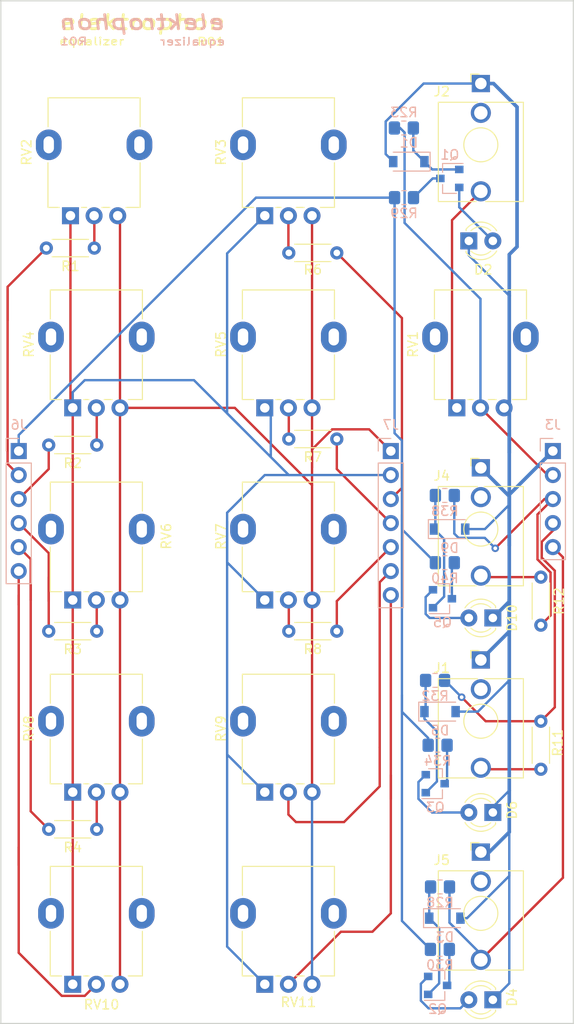
<source format=kicad_pcb>
(kicad_pcb (version 20171130) (host pcbnew 5.1.10)

  (general
    (thickness 1.6)
    (drawings 4)
    (tracks 252)
    (zones 0)
    (modules 51)
    (nets 45)
  )

  (page A4)
  (title_block
    (title "(title)")
    (comment 1 "PCB for panel")
    (comment 2 "(description)")
    (comment 4 "License CC BY 4.0 - Attribution 4.0 International")
  )

  (layers
    (0 F.Cu signal)
    (31 B.Cu signal)
    (32 B.Adhes user)
    (33 F.Adhes user)
    (34 B.Paste user)
    (35 F.Paste user)
    (36 B.SilkS user)
    (37 F.SilkS user)
    (38 B.Mask user)
    (39 F.Mask user)
    (40 Dwgs.User user)
    (41 Cmts.User user)
    (42 Eco1.User user)
    (43 Eco2.User user)
    (44 Edge.Cuts user)
    (45 Margin user)
    (46 B.CrtYd user)
    (47 F.CrtYd user)
    (48 B.Fab user)
    (49 F.Fab user)
  )

  (setup
    (last_trace_width 0.25)
    (user_trace_width 0.381)
    (user_trace_width 0.762)
    (trace_clearance 0.2)
    (zone_clearance 0.508)
    (zone_45_only no)
    (trace_min 0.2)
    (via_size 0.8)
    (via_drill 0.4)
    (via_min_size 0.4)
    (via_min_drill 0.3)
    (uvia_size 0.3)
    (uvia_drill 0.1)
    (uvias_allowed no)
    (uvia_min_size 0.2)
    (uvia_min_drill 0.1)
    (edge_width 0.05)
    (segment_width 0.2)
    (pcb_text_width 0.3)
    (pcb_text_size 1.5 1.5)
    (mod_edge_width 0.12)
    (mod_text_size 1 1)
    (mod_text_width 0.15)
    (pad_size 1.524 1.524)
    (pad_drill 0.762)
    (pad_to_mask_clearance 0)
    (aux_axis_origin 0 0)
    (visible_elements FFFFFF7F)
    (pcbplotparams
      (layerselection 0x010fc_ffffffff)
      (usegerberextensions false)
      (usegerberattributes true)
      (usegerberadvancedattributes true)
      (creategerberjobfile true)
      (excludeedgelayer true)
      (linewidth 0.100000)
      (plotframeref false)
      (viasonmask false)
      (mode 1)
      (useauxorigin false)
      (hpglpennumber 1)
      (hpglpenspeed 20)
      (hpglpendiameter 15.000000)
      (psnegative false)
      (psa4output false)
      (plotreference true)
      (plotvalue true)
      (plotinvisibletext false)
      (padsonsilk false)
      (subtractmaskfromsilk false)
      (outputformat 1)
      (mirror false)
      (drillshape 1)
      (scaleselection 1)
      (outputdirectory ""))
  )

  (net 0 "")
  (net 1 "Net-(J1-PadTN)")
  (net 2 COM_OUT_B)
  (net 3 GND)
  (net 4 "Net-(J2-PadT)")
  (net 5 "Net-(J4-PadTN)")
  (net 6 "Net-(J5-PadTN)")
  (net 7 OUT)
  (net 8 COM_OUT_A)
  (net 9 A_B)
  (net 10 "Net-(R1-Pad1)")
  (net 11 B_B)
  (net 12 "Net-(R2-Pad1)")
  (net 13 C_B)
  (net 14 "Net-(R3-Pad1)")
  (net 15 D_B)
  (net 16 "Net-(R4-Pad1)")
  (net 17 E_B)
  (net 18 J_B)
  (net 19 I_B)
  (net 20 H_B)
  (net 21 G_B)
  (net 22 F_B)
  (net 23 F_C)
  (net 24 F_A)
  (net 25 "Net-(R6-Pad1)")
  (net 26 "Net-(R7-Pad1)")
  (net 27 "Net-(R8-Pad1)")
  (net 28 "Net-(J2-PadTN)")
  (net 29 IN)
  (net 30 "Net-(D1-Pad1)")
  (net 31 "Net-(D2-Pad2)")
  (net 32 "Net-(D3-Pad1)")
  (net 33 "Net-(D4-Pad2)")
  (net 34 "Net-(D5-Pad1)")
  (net 35 "Net-(D6-Pad2)")
  (net 36 "Net-(D9-Pad1)")
  (net 37 "Net-(D10-Pad2)")
  (net 38 "Net-(Q1-Pad3)")
  (net 39 "Net-(Q2-Pad3)")
  (net 40 "Net-(Q3-Pad3)")
  (net 41 "Net-(Q5-Pad3)")
  (net 42 +5V)
  (net 43 "Net-(J1-PadT)")
  (net 44 "Net-(J4-PadT)")

  (net_class Default "This is the default net class."
    (clearance 0.2)
    (trace_width 0.25)
    (via_dia 0.8)
    (via_drill 0.4)
    (uvia_dia 0.3)
    (uvia_drill 0.1)
    (add_net +5V)
    (add_net A_B)
    (add_net B_B)
    (add_net COM_OUT_A)
    (add_net COM_OUT_B)
    (add_net C_B)
    (add_net D_B)
    (add_net E_B)
    (add_net F_A)
    (add_net F_B)
    (add_net F_C)
    (add_net GND)
    (add_net G_B)
    (add_net H_B)
    (add_net IN)
    (add_net I_B)
    (add_net J_B)
    (add_net "Net-(D1-Pad1)")
    (add_net "Net-(D10-Pad2)")
    (add_net "Net-(D2-Pad2)")
    (add_net "Net-(D3-Pad1)")
    (add_net "Net-(D4-Pad2)")
    (add_net "Net-(D5-Pad1)")
    (add_net "Net-(D6-Pad2)")
    (add_net "Net-(D9-Pad1)")
    (add_net "Net-(J1-PadT)")
    (add_net "Net-(J1-PadTN)")
    (add_net "Net-(J2-PadT)")
    (add_net "Net-(J2-PadTN)")
    (add_net "Net-(J4-PadT)")
    (add_net "Net-(J4-PadTN)")
    (add_net "Net-(J5-PadTN)")
    (add_net "Net-(Q1-Pad3)")
    (add_net "Net-(Q2-Pad3)")
    (add_net "Net-(Q3-Pad3)")
    (add_net "Net-(Q5-Pad3)")
    (add_net "Net-(R1-Pad1)")
    (add_net "Net-(R2-Pad1)")
    (add_net "Net-(R3-Pad1)")
    (add_net "Net-(R4-Pad1)")
    (add_net "Net-(R6-Pad1)")
    (add_net "Net-(R7-Pad1)")
    (add_net "Net-(R8-Pad1)")
    (add_net OUT)
  )

  (module Connector_PinSocket_2.54mm:PinSocket_1x07_P2.54mm_Vertical (layer B.Cu) (tedit 5A19A433) (tstamp 61075394)
    (at 92.075 98.425 180)
    (descr "Through hole straight socket strip, 1x07, 2.54mm pitch, single row (from Kicad 4.0.7), script generated")
    (tags "Through hole socket strip THT 1x07 2.54mm single row")
    (path /61195C91)
    (fp_text reference J7 (at 0 2.77) (layer B.SilkS)
      (effects (font (size 1 1) (thickness 0.15)) (justify mirror))
    )
    (fp_text value Conn_01x07_Male (at 0 -18.01) (layer B.Fab) hide
      (effects (font (size 1 1) (thickness 0.15)) (justify mirror))
    )
    (fp_line (start -1.8 -17) (end -1.8 1.8) (layer B.CrtYd) (width 0.05))
    (fp_line (start 1.75 -17) (end -1.8 -17) (layer B.CrtYd) (width 0.05))
    (fp_line (start 1.75 1.8) (end 1.75 -17) (layer B.CrtYd) (width 0.05))
    (fp_line (start -1.8 1.8) (end 1.75 1.8) (layer B.CrtYd) (width 0.05))
    (fp_line (start 0 1.33) (end 1.33 1.33) (layer B.SilkS) (width 0.12))
    (fp_line (start 1.33 1.33) (end 1.33 0) (layer B.SilkS) (width 0.12))
    (fp_line (start 1.33 -1.27) (end 1.33 -16.57) (layer B.SilkS) (width 0.12))
    (fp_line (start -1.33 -16.57) (end 1.33 -16.57) (layer B.SilkS) (width 0.12))
    (fp_line (start -1.33 -1.27) (end -1.33 -16.57) (layer B.SilkS) (width 0.12))
    (fp_line (start -1.33 -1.27) (end 1.33 -1.27) (layer B.SilkS) (width 0.12))
    (fp_line (start -1.27 -16.51) (end -1.27 1.27) (layer B.Fab) (width 0.1))
    (fp_line (start 1.27 -16.51) (end -1.27 -16.51) (layer B.Fab) (width 0.1))
    (fp_line (start 1.27 0.635) (end 1.27 -16.51) (layer B.Fab) (width 0.1))
    (fp_line (start 0.635 1.27) (end 1.27 0.635) (layer B.Fab) (width 0.1))
    (fp_line (start -1.27 1.27) (end 0.635 1.27) (layer B.Fab) (width 0.1))
    (fp_text user %R (at 0 -7.62 270) (layer B.Fab)
      (effects (font (size 1 1) (thickness 0.15)) (justify mirror))
    )
    (pad 7 thru_hole oval (at 0 -15.24 180) (size 1.7 1.7) (drill 1) (layers *.Cu *.Mask)
      (net 18 J_B))
    (pad 6 thru_hole oval (at 0 -12.7 180) (size 1.7 1.7) (drill 1) (layers *.Cu *.Mask)
      (net 19 I_B))
    (pad 5 thru_hole oval (at 0 -10.16 180) (size 1.7 1.7) (drill 1) (layers *.Cu *.Mask)
      (net 20 H_B))
    (pad 4 thru_hole oval (at 0 -7.62 180) (size 1.7 1.7) (drill 1) (layers *.Cu *.Mask)
      (net 21 G_B))
    (pad 3 thru_hole oval (at 0 -5.08 180) (size 1.7 1.7) (drill 1) (layers *.Cu *.Mask)
      (net 22 F_B))
    (pad 2 thru_hole oval (at 0 -2.54 180) (size 1.7 1.7) (drill 1) (layers *.Cu *.Mask)
      (net 23 F_C))
    (pad 1 thru_hole rect (at 0 0 180) (size 1.7 1.7) (drill 1) (layers *.Cu *.Mask)
      (net 24 F_A))
    (model ${KISYS3DMOD}/Connector_PinSocket_2.54mm.3dshapes/PinSocket_1x07_P2.54mm_Vertical.wrl
      (at (xyz 0 0 0))
      (scale (xyz 1 1 1))
      (rotate (xyz 0 0 0))
    )
  )

  (module Connector_PinSocket_2.54mm:PinSocket_1x06_P2.54mm_Vertical (layer B.Cu) (tedit 5A19A430) (tstamp 61075379)
    (at 52.705 98.425 180)
    (descr "Through hole straight socket strip, 1x06, 2.54mm pitch, single row (from Kicad 4.0.7), script generated")
    (tags "Through hole socket strip THT 1x06 2.54mm single row")
    (path /6118CDE5)
    (fp_text reference J6 (at 0 2.77) (layer B.SilkS)
      (effects (font (size 1 1) (thickness 0.15)) (justify mirror))
    )
    (fp_text value Conn_01x06_Male (at 0 -15.47) (layer B.Fab) hide
      (effects (font (size 1 1) (thickness 0.15)) (justify mirror))
    )
    (fp_line (start -1.8 -14.45) (end -1.8 1.8) (layer B.CrtYd) (width 0.05))
    (fp_line (start 1.75 -14.45) (end -1.8 -14.45) (layer B.CrtYd) (width 0.05))
    (fp_line (start 1.75 1.8) (end 1.75 -14.45) (layer B.CrtYd) (width 0.05))
    (fp_line (start -1.8 1.8) (end 1.75 1.8) (layer B.CrtYd) (width 0.05))
    (fp_line (start 0 1.33) (end 1.33 1.33) (layer B.SilkS) (width 0.12))
    (fp_line (start 1.33 1.33) (end 1.33 0) (layer B.SilkS) (width 0.12))
    (fp_line (start 1.33 -1.27) (end 1.33 -14.03) (layer B.SilkS) (width 0.12))
    (fp_line (start -1.33 -14.03) (end 1.33 -14.03) (layer B.SilkS) (width 0.12))
    (fp_line (start -1.33 -1.27) (end -1.33 -14.03) (layer B.SilkS) (width 0.12))
    (fp_line (start -1.33 -1.27) (end 1.33 -1.27) (layer B.SilkS) (width 0.12))
    (fp_line (start -1.27 -13.97) (end -1.27 1.27) (layer B.Fab) (width 0.1))
    (fp_line (start 1.27 -13.97) (end -1.27 -13.97) (layer B.Fab) (width 0.1))
    (fp_line (start 1.27 0.635) (end 1.27 -13.97) (layer B.Fab) (width 0.1))
    (fp_line (start 0.635 1.27) (end 1.27 0.635) (layer B.Fab) (width 0.1))
    (fp_line (start -1.27 1.27) (end 0.635 1.27) (layer B.Fab) (width 0.1))
    (fp_text user %R (at 0 -6.35 270) (layer B.Fab)
      (effects (font (size 1 1) (thickness 0.15)) (justify mirror))
    )
    (pad 6 thru_hole oval (at 0 -12.7 180) (size 1.7 1.7) (drill 1) (layers *.Cu *.Mask)
      (net 17 E_B))
    (pad 5 thru_hole oval (at 0 -10.16 180) (size 1.7 1.7) (drill 1) (layers *.Cu *.Mask)
      (net 15 D_B))
    (pad 4 thru_hole oval (at 0 -7.62 180) (size 1.7 1.7) (drill 1) (layers *.Cu *.Mask)
      (net 13 C_B))
    (pad 3 thru_hole oval (at 0 -5.08 180) (size 1.7 1.7) (drill 1) (layers *.Cu *.Mask)
      (net 11 B_B))
    (pad 2 thru_hole oval (at 0 -2.54 180) (size 1.7 1.7) (drill 1) (layers *.Cu *.Mask)
      (net 9 A_B))
    (pad 1 thru_hole rect (at 0 0 180) (size 1.7 1.7) (drill 1) (layers *.Cu *.Mask)
      (net 42 +5V))
    (model ${KISYS3DMOD}/Connector_PinSocket_2.54mm.3dshapes/PinSocket_1x06_P2.54mm_Vertical.wrl
      (at (xyz 0 0 0))
      (scale (xyz 1 1 1))
      (rotate (xyz 0 0 0))
    )
  )

  (module Connector_PinSocket_2.54mm:PinSocket_1x05_P2.54mm_Vertical (layer B.Cu) (tedit 5A19A420) (tstamp 610752DB)
    (at 109.22 98.425 180)
    (descr "Through hole straight socket strip, 1x05, 2.54mm pitch, single row (from Kicad 4.0.7), script generated")
    (tags "Through hole socket strip THT 1x05 2.54mm single row")
    (path /6119902B)
    (fp_text reference J3 (at 0 2.77) (layer B.SilkS)
      (effects (font (size 1 1) (thickness 0.15)) (justify mirror))
    )
    (fp_text value Conn_01x05_Male (at 0 -12.93) (layer B.Fab) hide
      (effects (font (size 1 1) (thickness 0.15)) (justify mirror))
    )
    (fp_line (start -1.8 -11.9) (end -1.8 1.8) (layer B.CrtYd) (width 0.05))
    (fp_line (start 1.75 -11.9) (end -1.8 -11.9) (layer B.CrtYd) (width 0.05))
    (fp_line (start 1.75 1.8) (end 1.75 -11.9) (layer B.CrtYd) (width 0.05))
    (fp_line (start -1.8 1.8) (end 1.75 1.8) (layer B.CrtYd) (width 0.05))
    (fp_line (start 0 1.33) (end 1.33 1.33) (layer B.SilkS) (width 0.12))
    (fp_line (start 1.33 1.33) (end 1.33 0) (layer B.SilkS) (width 0.12))
    (fp_line (start 1.33 -1.27) (end 1.33 -11.49) (layer B.SilkS) (width 0.12))
    (fp_line (start -1.33 -11.49) (end 1.33 -11.49) (layer B.SilkS) (width 0.12))
    (fp_line (start -1.33 -1.27) (end -1.33 -11.49) (layer B.SilkS) (width 0.12))
    (fp_line (start -1.33 -1.27) (end 1.33 -1.27) (layer B.SilkS) (width 0.12))
    (fp_line (start -1.27 -11.43) (end -1.27 1.27) (layer B.Fab) (width 0.1))
    (fp_line (start 1.27 -11.43) (end -1.27 -11.43) (layer B.Fab) (width 0.1))
    (fp_line (start 1.27 0.635) (end 1.27 -11.43) (layer B.Fab) (width 0.1))
    (fp_line (start 0.635 1.27) (end 1.27 0.635) (layer B.Fab) (width 0.1))
    (fp_line (start -1.27 1.27) (end 0.635 1.27) (layer B.Fab) (width 0.1))
    (fp_text user %R (at 0 -5.08 270) (layer B.Fab)
      (effects (font (size 1 1) (thickness 0.15)) (justify mirror))
    )
    (pad 5 thru_hole oval (at 0 -10.16 180) (size 1.7 1.7) (drill 1) (layers *.Cu *.Mask)
      (net 7 OUT))
    (pad 4 thru_hole oval (at 0 -7.62 180) (size 1.7 1.7) (drill 1) (layers *.Cu *.Mask)
      (net 8 COM_OUT_A))
    (pad 3 thru_hole oval (at 0 -5.08 180) (size 1.7 1.7) (drill 1) (layers *.Cu *.Mask)
      (net 2 COM_OUT_B))
    (pad 2 thru_hole oval (at 0 -2.54 180) (size 1.7 1.7) (drill 1) (layers *.Cu *.Mask)
      (net 29 IN))
    (pad 1 thru_hole rect (at 0 0 180) (size 1.7 1.7) (drill 1) (layers *.Cu *.Mask)
      (net 3 GND))
    (model ${KISYS3DMOD}/Connector_PinSocket_2.54mm.3dshapes/PinSocket_1x05_P2.54mm_Vertical.wrl
      (at (xyz 0 0 0))
      (scale (xyz 1 1 1))
      (rotate (xyz 0 0 0))
    )
  )

  (module "elektrophon:elektrophon logo" locked (layer F.Cu) (tedit 5D74BFC6) (tstamp 61074593)
    (at 65.786 54.102)
    (fp_text reference REF** (at 0 3.556) (layer F.SilkS) hide
      (effects (font (size 1 1) (thickness 0.15)))
    )
    (fp_text value "elektrophon logo" (at 0 -3.048) (layer F.Fab) hide
      (effects (font (size 1 1) (thickness 0.15)))
    )
    (fp_text user equalizer (at 8.84 1.02) (layer B.SilkS)
      (effects (font (size 0.8 1) (thickness 0.15)) (justify left mirror))
    )
    (fp_text user R01 (at -8.83 1) (layer B.SilkS)
      (effects (font (size 0.8 1) (thickness 0.15)) (justify right mirror))
    )
    (fp_text user elektrophon (at 0 -1.016) (layer B.SilkS)
      (effects (font (size 1.5 2) (thickness 0.3) italic) (justify mirror))
    )
    (fp_text user R01 (at 8.8 1.02) (layer F.SilkS)
      (effects (font (size 0.8 1) (thickness 0.15)) (justify right))
    )
    (fp_text user equalizer (at -8.88 1) (layer F.SilkS)
      (effects (font (size 0.8 1) (thickness 0.15)) (justify left))
    )
    (fp_text user elektrophon (at 0 -1.016) (layer F.SilkS)
      (effects (font (size 1.5 2) (thickness 0.3) italic))
    )
  )

  (module Resistor_THT:R_Axial_DIN0204_L3.6mm_D1.6mm_P5.08mm_Horizontal (layer F.Cu) (tedit 5AE5139B) (tstamp 6106CDF6)
    (at 107.95 111.76 270)
    (descr "Resistor, Axial_DIN0204 series, Axial, Horizontal, pin pitch=5.08mm, 0.167W, length*diameter=3.6*1.6mm^2, http://cdn-reichelt.de/documents/datenblatt/B400/1_4W%23YAG.pdf")
    (tags "Resistor Axial_DIN0204 series Axial Horizontal pin pitch 5.08mm 0.167W length 3.6mm diameter 1.6mm")
    (path /61174B9A)
    (fp_text reference R12 (at 2.54 -1.92 90) (layer F.SilkS)
      (effects (font (size 1 1) (thickness 0.15)))
    )
    (fp_text value 330 (at 2.54 1.92 90) (layer F.Fab)
      (effects (font (size 1 1) (thickness 0.15)))
    )
    (fp_line (start 6.03 -1.05) (end -0.95 -1.05) (layer F.CrtYd) (width 0.05))
    (fp_line (start 6.03 1.05) (end 6.03 -1.05) (layer F.CrtYd) (width 0.05))
    (fp_line (start -0.95 1.05) (end 6.03 1.05) (layer F.CrtYd) (width 0.05))
    (fp_line (start -0.95 -1.05) (end -0.95 1.05) (layer F.CrtYd) (width 0.05))
    (fp_line (start 0.62 0.92) (end 4.46 0.92) (layer F.SilkS) (width 0.12))
    (fp_line (start 0.62 -0.92) (end 4.46 -0.92) (layer F.SilkS) (width 0.12))
    (fp_line (start 5.08 0) (end 4.34 0) (layer F.Fab) (width 0.1))
    (fp_line (start 0 0) (end 0.74 0) (layer F.Fab) (width 0.1))
    (fp_line (start 4.34 -0.8) (end 0.74 -0.8) (layer F.Fab) (width 0.1))
    (fp_line (start 4.34 0.8) (end 4.34 -0.8) (layer F.Fab) (width 0.1))
    (fp_line (start 0.74 0.8) (end 4.34 0.8) (layer F.Fab) (width 0.1))
    (fp_line (start 0.74 -0.8) (end 0.74 0.8) (layer F.Fab) (width 0.1))
    (fp_text user %R (at 2.54 0 90) (layer F.Fab)
      (effects (font (size 0.72 0.72) (thickness 0.108)))
    )
    (pad 2 thru_hole oval (at 5.08 0 270) (size 1.4 1.4) (drill 0.7) (layers *.Cu *.Mask)
      (net 2 COM_OUT_B))
    (pad 1 thru_hole circle (at 0 0 270) (size 1.4 1.4) (drill 0.7) (layers *.Cu *.Mask)
      (net 44 "Net-(J4-PadT)"))
    (model ${KISYS3DMOD}/Resistor_THT.3dshapes/R_Axial_DIN0204_L3.6mm_D1.6mm_P5.08mm_Horizontal.wrl
      (at (xyz 0 0 0))
      (scale (xyz 1 1 1))
      (rotate (xyz 0 0 0))
    )
  )

  (module Resistor_THT:R_Axial_DIN0204_L3.6mm_D1.6mm_P5.08mm_Horizontal (layer F.Cu) (tedit 5AE5139B) (tstamp 6106CDE3)
    (at 107.95 132.08 90)
    (descr "Resistor, Axial_DIN0204 series, Axial, Horizontal, pin pitch=5.08mm, 0.167W, length*diameter=3.6*1.6mm^2, http://cdn-reichelt.de/documents/datenblatt/B400/1_4W%23YAG.pdf")
    (tags "Resistor Axial_DIN0204 series Axial Horizontal pin pitch 5.08mm 0.167W length 3.6mm diameter 1.6mm")
    (path /6116A114)
    (fp_text reference R11 (at 2.794 1.778 90) (layer F.SilkS)
      (effects (font (size 1 1) (thickness 0.15)))
    )
    (fp_text value 330 (at 2.54 1.92 90) (layer F.Fab)
      (effects (font (size 1 1) (thickness 0.15)))
    )
    (fp_line (start 6.03 -1.05) (end -0.95 -1.05) (layer F.CrtYd) (width 0.05))
    (fp_line (start 6.03 1.05) (end 6.03 -1.05) (layer F.CrtYd) (width 0.05))
    (fp_line (start -0.95 1.05) (end 6.03 1.05) (layer F.CrtYd) (width 0.05))
    (fp_line (start -0.95 -1.05) (end -0.95 1.05) (layer F.CrtYd) (width 0.05))
    (fp_line (start 0.62 0.92) (end 4.46 0.92) (layer F.SilkS) (width 0.12))
    (fp_line (start 0.62 -0.92) (end 4.46 -0.92) (layer F.SilkS) (width 0.12))
    (fp_line (start 5.08 0) (end 4.34 0) (layer F.Fab) (width 0.1))
    (fp_line (start 0 0) (end 0.74 0) (layer F.Fab) (width 0.1))
    (fp_line (start 4.34 -0.8) (end 0.74 -0.8) (layer F.Fab) (width 0.1))
    (fp_line (start 4.34 0.8) (end 4.34 -0.8) (layer F.Fab) (width 0.1))
    (fp_line (start 0.74 0.8) (end 4.34 0.8) (layer F.Fab) (width 0.1))
    (fp_line (start 0.74 -0.8) (end 0.74 0.8) (layer F.Fab) (width 0.1))
    (fp_text user %R (at 2.54 0 90) (layer F.Fab)
      (effects (font (size 0.72 0.72) (thickness 0.108)))
    )
    (pad 2 thru_hole oval (at 5.08 0 90) (size 1.4 1.4) (drill 0.7) (layers *.Cu *.Mask)
      (net 8 COM_OUT_A))
    (pad 1 thru_hole circle (at 0 0 90) (size 1.4 1.4) (drill 0.7) (layers *.Cu *.Mask)
      (net 43 "Net-(J1-PadT)"))
    (model ${KISYS3DMOD}/Resistor_THT.3dshapes/R_Axial_DIN0204_L3.6mm_D1.6mm_P5.08mm_Horizontal.wrl
      (at (xyz 0 0 0))
      (scale (xyz 1 1 1))
      (rotate (xyz 0 0 0))
    )
  )

  (module Resistor_SMD:R_0805_2012Metric_Pad1.20x1.40mm_HandSolder (layer B.Cu) (tedit 5F68FEEE) (tstamp 61068074)
    (at 97.79 110.236)
    (descr "Resistor SMD 0805 (2012 Metric), square (rectangular) end terminal, IPC_7351 nominal with elongated pad for handsoldering. (Body size source: IPC-SM-782 page 72, https://www.pcb-3d.com/wordpress/wp-content/uploads/ipc-sm-782a_amendment_1_and_2.pdf), generated with kicad-footprint-generator")
    (tags "resistor handsolder")
    (path /60AF0941)
    (attr smd)
    (fp_text reference R40 (at 0 1.65) (layer B.SilkS)
      (effects (font (size 1 1) (thickness 0.15)) (justify mirror))
    )
    (fp_text value 5.1k (at 0 -1.65) (layer B.Fab)
      (effects (font (size 1 1) (thickness 0.15)) (justify mirror))
    )
    (fp_line (start 1.85 -0.95) (end -1.85 -0.95) (layer B.CrtYd) (width 0.05))
    (fp_line (start 1.85 0.95) (end 1.85 -0.95) (layer B.CrtYd) (width 0.05))
    (fp_line (start -1.85 0.95) (end 1.85 0.95) (layer B.CrtYd) (width 0.05))
    (fp_line (start -1.85 -0.95) (end -1.85 0.95) (layer B.CrtYd) (width 0.05))
    (fp_line (start -0.227064 -0.735) (end 0.227064 -0.735) (layer B.SilkS) (width 0.12))
    (fp_line (start -0.227064 0.735) (end 0.227064 0.735) (layer B.SilkS) (width 0.12))
    (fp_line (start 1 -0.625) (end -1 -0.625) (layer B.Fab) (width 0.1))
    (fp_line (start 1 0.625) (end 1 -0.625) (layer B.Fab) (width 0.1))
    (fp_line (start -1 0.625) (end 1 0.625) (layer B.Fab) (width 0.1))
    (fp_line (start -1 -0.625) (end -1 0.625) (layer B.Fab) (width 0.1))
    (fp_text user %R (at 0 0) (layer B.Fab)
      (effects (font (size 0.5 0.5) (thickness 0.08)) (justify mirror))
    )
    (pad 2 smd roundrect (at 1 0) (size 1.2 1.4) (layers B.Cu B.Paste B.Mask) (roundrect_rratio 0.208333)
      (net 41 "Net-(Q5-Pad3)"))
    (pad 1 smd roundrect (at -1 0) (size 1.2 1.4) (layers B.Cu B.Paste B.Mask) (roundrect_rratio 0.208333)
      (net 42 +5V))
    (model ${KISYS3DMOD}/Resistor_SMD.3dshapes/R_0805_2012Metric.wrl
      (at (xyz 0 0 0))
      (scale (xyz 1 1 1))
      (rotate (xyz 0 0 0))
    )
  )

  (module Resistor_SMD:R_0805_2012Metric_Pad1.20x1.40mm_HandSolder (layer B.Cu) (tedit 5F68FEEE) (tstamp 61068063)
    (at 97.79 103.124)
    (descr "Resistor SMD 0805 (2012 Metric), square (rectangular) end terminal, IPC_7351 nominal with elongated pad for handsoldering. (Body size source: IPC-SM-782 page 72, https://www.pcb-3d.com/wordpress/wp-content/uploads/ipc-sm-782a_amendment_1_and_2.pdf), generated with kicad-footprint-generator")
    (tags "resistor handsolder")
    (path /60AF094D)
    (attr smd)
    (fp_text reference R38 (at 0 1.65) (layer B.SilkS)
      (effects (font (size 1 1) (thickness 0.15)) (justify mirror))
    )
    (fp_text value 100k (at 0 -1.65) (layer B.Fab)
      (effects (font (size 1 1) (thickness 0.15)) (justify mirror))
    )
    (fp_line (start 1.85 -0.95) (end -1.85 -0.95) (layer B.CrtYd) (width 0.05))
    (fp_line (start 1.85 0.95) (end 1.85 -0.95) (layer B.CrtYd) (width 0.05))
    (fp_line (start -1.85 0.95) (end 1.85 0.95) (layer B.CrtYd) (width 0.05))
    (fp_line (start -1.85 -0.95) (end -1.85 0.95) (layer B.CrtYd) (width 0.05))
    (fp_line (start -0.227064 -0.735) (end 0.227064 -0.735) (layer B.SilkS) (width 0.12))
    (fp_line (start -0.227064 0.735) (end 0.227064 0.735) (layer B.SilkS) (width 0.12))
    (fp_line (start 1 -0.625) (end -1 -0.625) (layer B.Fab) (width 0.1))
    (fp_line (start 1 0.625) (end 1 -0.625) (layer B.Fab) (width 0.1))
    (fp_line (start -1 0.625) (end 1 0.625) (layer B.Fab) (width 0.1))
    (fp_line (start -1 -0.625) (end -1 0.625) (layer B.Fab) (width 0.1))
    (fp_text user %R (at 0 0) (layer B.Fab)
      (effects (font (size 0.5 0.5) (thickness 0.08)) (justify mirror))
    )
    (pad 2 smd roundrect (at 1 0) (size 1.2 1.4) (layers B.Cu B.Paste B.Mask) (roundrect_rratio 0.208333)
      (net 2 COM_OUT_B))
    (pad 1 smd roundrect (at -1 0) (size 1.2 1.4) (layers B.Cu B.Paste B.Mask) (roundrect_rratio 0.208333)
      (net 36 "Net-(D9-Pad1)"))
    (model ${KISYS3DMOD}/Resistor_SMD.3dshapes/R_0805_2012Metric.wrl
      (at (xyz 0 0 0))
      (scale (xyz 1 1 1))
      (rotate (xyz 0 0 0))
    )
  )

  (module Resistor_SMD:R_0805_2012Metric_Pad1.20x1.40mm_HandSolder (layer B.Cu) (tedit 5F68FEEE) (tstamp 61068052)
    (at 97.028 129.54)
    (descr "Resistor SMD 0805 (2012 Metric), square (rectangular) end terminal, IPC_7351 nominal with elongated pad for handsoldering. (Body size source: IPC-SM-782 page 72, https://www.pcb-3d.com/wordpress/wp-content/uploads/ipc-sm-782a_amendment_1_and_2.pdf), generated with kicad-footprint-generator")
    (tags "resistor handsolder")
    (path /60AE944F)
    (attr smd)
    (fp_text reference R34 (at 0 1.65) (layer B.SilkS)
      (effects (font (size 1 1) (thickness 0.15)) (justify mirror))
    )
    (fp_text value 5.1k (at 0 -1.65) (layer B.Fab)
      (effects (font (size 1 1) (thickness 0.15)) (justify mirror))
    )
    (fp_line (start 1.85 -0.95) (end -1.85 -0.95) (layer B.CrtYd) (width 0.05))
    (fp_line (start 1.85 0.95) (end 1.85 -0.95) (layer B.CrtYd) (width 0.05))
    (fp_line (start -1.85 0.95) (end 1.85 0.95) (layer B.CrtYd) (width 0.05))
    (fp_line (start -1.85 -0.95) (end -1.85 0.95) (layer B.CrtYd) (width 0.05))
    (fp_line (start -0.227064 -0.735) (end 0.227064 -0.735) (layer B.SilkS) (width 0.12))
    (fp_line (start -0.227064 0.735) (end 0.227064 0.735) (layer B.SilkS) (width 0.12))
    (fp_line (start 1 -0.625) (end -1 -0.625) (layer B.Fab) (width 0.1))
    (fp_line (start 1 0.625) (end 1 -0.625) (layer B.Fab) (width 0.1))
    (fp_line (start -1 0.625) (end 1 0.625) (layer B.Fab) (width 0.1))
    (fp_line (start -1 -0.625) (end -1 0.625) (layer B.Fab) (width 0.1))
    (fp_text user %R (at 0 0) (layer B.Fab)
      (effects (font (size 0.5 0.5) (thickness 0.08)) (justify mirror))
    )
    (pad 2 smd roundrect (at 1 0) (size 1.2 1.4) (layers B.Cu B.Paste B.Mask) (roundrect_rratio 0.208333)
      (net 40 "Net-(Q3-Pad3)"))
    (pad 1 smd roundrect (at -1 0) (size 1.2 1.4) (layers B.Cu B.Paste B.Mask) (roundrect_rratio 0.208333)
      (net 42 +5V))
    (model ${KISYS3DMOD}/Resistor_SMD.3dshapes/R_0805_2012Metric.wrl
      (at (xyz 0 0 0))
      (scale (xyz 1 1 1))
      (rotate (xyz 0 0 0))
    )
  )

  (module Resistor_SMD:R_0805_2012Metric_Pad1.20x1.40mm_HandSolder (layer B.Cu) (tedit 5F68FEEE) (tstamp 61068041)
    (at 96.758 122.682)
    (descr "Resistor SMD 0805 (2012 Metric), square (rectangular) end terminal, IPC_7351 nominal with elongated pad for handsoldering. (Body size source: IPC-SM-782 page 72, https://www.pcb-3d.com/wordpress/wp-content/uploads/ipc-sm-782a_amendment_1_and_2.pdf), generated with kicad-footprint-generator")
    (tags "resistor handsolder")
    (path /60AE945B)
    (attr smd)
    (fp_text reference R32 (at 0 1.65) (layer B.SilkS)
      (effects (font (size 1 1) (thickness 0.15)) (justify mirror))
    )
    (fp_text value 100k (at 0 -1.65) (layer B.Fab)
      (effects (font (size 1 1) (thickness 0.15)) (justify mirror))
    )
    (fp_line (start 1.85 -0.95) (end -1.85 -0.95) (layer B.CrtYd) (width 0.05))
    (fp_line (start 1.85 0.95) (end 1.85 -0.95) (layer B.CrtYd) (width 0.05))
    (fp_line (start -1.85 0.95) (end 1.85 0.95) (layer B.CrtYd) (width 0.05))
    (fp_line (start -1.85 -0.95) (end -1.85 0.95) (layer B.CrtYd) (width 0.05))
    (fp_line (start -0.227064 -0.735) (end 0.227064 -0.735) (layer B.SilkS) (width 0.12))
    (fp_line (start -0.227064 0.735) (end 0.227064 0.735) (layer B.SilkS) (width 0.12))
    (fp_line (start 1 -0.625) (end -1 -0.625) (layer B.Fab) (width 0.1))
    (fp_line (start 1 0.625) (end 1 -0.625) (layer B.Fab) (width 0.1))
    (fp_line (start -1 0.625) (end 1 0.625) (layer B.Fab) (width 0.1))
    (fp_line (start -1 -0.625) (end -1 0.625) (layer B.Fab) (width 0.1))
    (fp_text user %R (at 0 0) (layer B.Fab)
      (effects (font (size 0.5 0.5) (thickness 0.08)) (justify mirror))
    )
    (pad 2 smd roundrect (at 1 0) (size 1.2 1.4) (layers B.Cu B.Paste B.Mask) (roundrect_rratio 0.208333)
      (net 8 COM_OUT_A))
    (pad 1 smd roundrect (at -1 0) (size 1.2 1.4) (layers B.Cu B.Paste B.Mask) (roundrect_rratio 0.208333)
      (net 34 "Net-(D5-Pad1)"))
    (model ${KISYS3DMOD}/Resistor_SMD.3dshapes/R_0805_2012Metric.wrl
      (at (xyz 0 0 0))
      (scale (xyz 1 1 1))
      (rotate (xyz 0 0 0))
    )
  )

  (module Resistor_SMD:R_0805_2012Metric_Pad1.20x1.40mm_HandSolder (layer B.Cu) (tedit 5F68FEEE) (tstamp 61068030)
    (at 97.266 151.13)
    (descr "Resistor SMD 0805 (2012 Metric), square (rectangular) end terminal, IPC_7351 nominal with elongated pad for handsoldering. (Body size source: IPC-SM-782 page 72, https://www.pcb-3d.com/wordpress/wp-content/uploads/ipc-sm-782a_amendment_1_and_2.pdf), generated with kicad-footprint-generator")
    (tags "resistor handsolder")
    (path /60AF9243)
    (attr smd)
    (fp_text reference R30 (at 0 1.65) (layer B.SilkS)
      (effects (font (size 1 1) (thickness 0.15)) (justify mirror))
    )
    (fp_text value 5k (at 0 -1.65) (layer B.Fab)
      (effects (font (size 1 1) (thickness 0.15)) (justify mirror))
    )
    (fp_line (start 1.85 -0.95) (end -1.85 -0.95) (layer B.CrtYd) (width 0.05))
    (fp_line (start 1.85 0.95) (end 1.85 -0.95) (layer B.CrtYd) (width 0.05))
    (fp_line (start -1.85 0.95) (end 1.85 0.95) (layer B.CrtYd) (width 0.05))
    (fp_line (start -1.85 -0.95) (end -1.85 0.95) (layer B.CrtYd) (width 0.05))
    (fp_line (start -0.227064 -0.735) (end 0.227064 -0.735) (layer B.SilkS) (width 0.12))
    (fp_line (start -0.227064 0.735) (end 0.227064 0.735) (layer B.SilkS) (width 0.12))
    (fp_line (start 1 -0.625) (end -1 -0.625) (layer B.Fab) (width 0.1))
    (fp_line (start 1 0.625) (end 1 -0.625) (layer B.Fab) (width 0.1))
    (fp_line (start -1 0.625) (end 1 0.625) (layer B.Fab) (width 0.1))
    (fp_line (start -1 -0.625) (end -1 0.625) (layer B.Fab) (width 0.1))
    (fp_text user %R (at 0 0) (layer B.Fab)
      (effects (font (size 0.5 0.5) (thickness 0.08)) (justify mirror))
    )
    (pad 2 smd roundrect (at 1 0) (size 1.2 1.4) (layers B.Cu B.Paste B.Mask) (roundrect_rratio 0.208333)
      (net 39 "Net-(Q2-Pad3)"))
    (pad 1 smd roundrect (at -1 0) (size 1.2 1.4) (layers B.Cu B.Paste B.Mask) (roundrect_rratio 0.208333)
      (net 42 +5V))
    (model ${KISYS3DMOD}/Resistor_SMD.3dshapes/R_0805_2012Metric.wrl
      (at (xyz 0 0 0))
      (scale (xyz 1 1 1))
      (rotate (xyz 0 0 0))
    )
  )

  (module Resistor_SMD:R_0805_2012Metric_Pad1.20x1.40mm_HandSolder (layer B.Cu) (tedit 5F68FEEE) (tstamp 6106801F)
    (at 93.472 71.628)
    (descr "Resistor SMD 0805 (2012 Metric), square (rectangular) end terminal, IPC_7351 nominal with elongated pad for handsoldering. (Body size source: IPC-SM-782 page 72, https://www.pcb-3d.com/wordpress/wp-content/uploads/ipc-sm-782a_amendment_1_and_2.pdf), generated with kicad-footprint-generator")
    (tags "resistor handsolder")
    (path /60A7522A)
    (attr smd)
    (fp_text reference R29 (at 0 1.65) (layer B.SilkS)
      (effects (font (size 1 1) (thickness 0.15)) (justify mirror))
    )
    (fp_text value 5.1k (at 0 -1.65) (layer B.Fab)
      (effects (font (size 1 1) (thickness 0.15)) (justify mirror))
    )
    (fp_line (start 1.85 -0.95) (end -1.85 -0.95) (layer B.CrtYd) (width 0.05))
    (fp_line (start 1.85 0.95) (end 1.85 -0.95) (layer B.CrtYd) (width 0.05))
    (fp_line (start -1.85 0.95) (end 1.85 0.95) (layer B.CrtYd) (width 0.05))
    (fp_line (start -1.85 -0.95) (end -1.85 0.95) (layer B.CrtYd) (width 0.05))
    (fp_line (start -0.227064 -0.735) (end 0.227064 -0.735) (layer B.SilkS) (width 0.12))
    (fp_line (start -0.227064 0.735) (end 0.227064 0.735) (layer B.SilkS) (width 0.12))
    (fp_line (start 1 -0.625) (end -1 -0.625) (layer B.Fab) (width 0.1))
    (fp_line (start 1 0.625) (end 1 -0.625) (layer B.Fab) (width 0.1))
    (fp_line (start -1 0.625) (end 1 0.625) (layer B.Fab) (width 0.1))
    (fp_line (start -1 -0.625) (end -1 0.625) (layer B.Fab) (width 0.1))
    (fp_text user %R (at 0 0) (layer B.Fab)
      (effects (font (size 0.5 0.5) (thickness 0.08)) (justify mirror))
    )
    (pad 2 smd roundrect (at 1 0) (size 1.2 1.4) (layers B.Cu B.Paste B.Mask) (roundrect_rratio 0.208333)
      (net 38 "Net-(Q1-Pad3)"))
    (pad 1 smd roundrect (at -1 0) (size 1.2 1.4) (layers B.Cu B.Paste B.Mask) (roundrect_rratio 0.208333)
      (net 42 +5V))
    (model ${KISYS3DMOD}/Resistor_SMD.3dshapes/R_0805_2012Metric.wrl
      (at (xyz 0 0 0))
      (scale (xyz 1 1 1))
      (rotate (xyz 0 0 0))
    )
  )

  (module Resistor_SMD:R_0805_2012Metric_Pad1.20x1.40mm_HandSolder (layer B.Cu) (tedit 5F68FEEE) (tstamp 6106800E)
    (at 97.282 144.526)
    (descr "Resistor SMD 0805 (2012 Metric), square (rectangular) end terminal, IPC_7351 nominal with elongated pad for handsoldering. (Body size source: IPC-SM-782 page 72, https://www.pcb-3d.com/wordpress/wp-content/uploads/ipc-sm-782a_amendment_1_and_2.pdf), generated with kicad-footprint-generator")
    (tags "resistor handsolder")
    (path /60AF924F)
    (attr smd)
    (fp_text reference R28 (at 0 1.65) (layer B.SilkS)
      (effects (font (size 1 1) (thickness 0.15)) (justify mirror))
    )
    (fp_text value 100k (at 0 -1.65) (layer B.Fab)
      (effects (font (size 1 1) (thickness 0.15)) (justify mirror))
    )
    (fp_line (start 1.85 -0.95) (end -1.85 -0.95) (layer B.CrtYd) (width 0.05))
    (fp_line (start 1.85 0.95) (end 1.85 -0.95) (layer B.CrtYd) (width 0.05))
    (fp_line (start -1.85 0.95) (end 1.85 0.95) (layer B.CrtYd) (width 0.05))
    (fp_line (start -1.85 -0.95) (end -1.85 0.95) (layer B.CrtYd) (width 0.05))
    (fp_line (start -0.227064 -0.735) (end 0.227064 -0.735) (layer B.SilkS) (width 0.12))
    (fp_line (start -0.227064 0.735) (end 0.227064 0.735) (layer B.SilkS) (width 0.12))
    (fp_line (start 1 -0.625) (end -1 -0.625) (layer B.Fab) (width 0.1))
    (fp_line (start 1 0.625) (end 1 -0.625) (layer B.Fab) (width 0.1))
    (fp_line (start -1 0.625) (end 1 0.625) (layer B.Fab) (width 0.1))
    (fp_line (start -1 -0.625) (end -1 0.625) (layer B.Fab) (width 0.1))
    (fp_text user %R (at 0 0) (layer B.Fab)
      (effects (font (size 0.5 0.5) (thickness 0.08)) (justify mirror))
    )
    (pad 2 smd roundrect (at 1 0) (size 1.2 1.4) (layers B.Cu B.Paste B.Mask) (roundrect_rratio 0.208333)
      (net 7 OUT))
    (pad 1 smd roundrect (at -1 0) (size 1.2 1.4) (layers B.Cu B.Paste B.Mask) (roundrect_rratio 0.208333)
      (net 32 "Net-(D3-Pad1)"))
    (model ${KISYS3DMOD}/Resistor_SMD.3dshapes/R_0805_2012Metric.wrl
      (at (xyz 0 0 0))
      (scale (xyz 1 1 1))
      (rotate (xyz 0 0 0))
    )
  )

  (module Resistor_SMD:R_0805_2012Metric_Pad1.20x1.40mm_HandSolder (layer B.Cu) (tedit 5F68FEEE) (tstamp 61067FFD)
    (at 93.456 64.262 180)
    (descr "Resistor SMD 0805 (2012 Metric), square (rectangular) end terminal, IPC_7351 nominal with elongated pad for handsoldering. (Body size source: IPC-SM-782 page 72, https://www.pcb-3d.com/wordpress/wp-content/uploads/ipc-sm-782a_amendment_1_and_2.pdf), generated with kicad-footprint-generator")
    (tags "resistor handsolder")
    (path /60A86F88)
    (attr smd)
    (fp_text reference R23 (at 0 1.65) (layer B.SilkS)
      (effects (font (size 1 1) (thickness 0.15)) (justify mirror))
    )
    (fp_text value 100k (at 0 -1.65) (layer B.Fab)
      (effects (font (size 1 1) (thickness 0.15)) (justify mirror))
    )
    (fp_line (start 1.85 -0.95) (end -1.85 -0.95) (layer B.CrtYd) (width 0.05))
    (fp_line (start 1.85 0.95) (end 1.85 -0.95) (layer B.CrtYd) (width 0.05))
    (fp_line (start -1.85 0.95) (end 1.85 0.95) (layer B.CrtYd) (width 0.05))
    (fp_line (start -1.85 -0.95) (end -1.85 0.95) (layer B.CrtYd) (width 0.05))
    (fp_line (start -0.227064 -0.735) (end 0.227064 -0.735) (layer B.SilkS) (width 0.12))
    (fp_line (start -0.227064 0.735) (end 0.227064 0.735) (layer B.SilkS) (width 0.12))
    (fp_line (start 1 -0.625) (end -1 -0.625) (layer B.Fab) (width 0.1))
    (fp_line (start 1 0.625) (end 1 -0.625) (layer B.Fab) (width 0.1))
    (fp_line (start -1 0.625) (end 1 0.625) (layer B.Fab) (width 0.1))
    (fp_line (start -1 -0.625) (end -1 0.625) (layer B.Fab) (width 0.1))
    (fp_text user %R (at 0 0) (layer B.Fab)
      (effects (font (size 0.5 0.5) (thickness 0.08)) (justify mirror))
    )
    (pad 2 smd roundrect (at 1 0 180) (size 1.2 1.4) (layers B.Cu B.Paste B.Mask) (roundrect_rratio 0.208333)
      (net 29 IN))
    (pad 1 smd roundrect (at -1 0 180) (size 1.2 1.4) (layers B.Cu B.Paste B.Mask) (roundrect_rratio 0.208333)
      (net 30 "Net-(D1-Pad1)"))
    (model ${KISYS3DMOD}/Resistor_SMD.3dshapes/R_0805_2012Metric.wrl
      (at (xyz 0 0 0))
      (scale (xyz 1 1 1))
      (rotate (xyz 0 0 0))
    )
  )

  (module Package_TO_SOT_SMD:SOT-23 (layer B.Cu) (tedit 5A02FF57) (tstamp 61067DDA)
    (at 97.536 114.046)
    (descr "SOT-23, Standard")
    (tags SOT-23)
    (path /60AD3DD5)
    (attr smd)
    (fp_text reference Q5 (at 0 2.5) (layer B.SilkS)
      (effects (font (size 1 1) (thickness 0.15)) (justify mirror))
    )
    (fp_text value MMBT3904 (at 0 -2.5) (layer B.Fab)
      (effects (font (size 1 1) (thickness 0.15)) (justify mirror))
    )
    (fp_line (start 0.76 -1.58) (end -0.7 -1.58) (layer B.SilkS) (width 0.12))
    (fp_line (start 0.76 1.58) (end -1.4 1.58) (layer B.SilkS) (width 0.12))
    (fp_line (start -1.7 -1.75) (end -1.7 1.75) (layer B.CrtYd) (width 0.05))
    (fp_line (start 1.7 -1.75) (end -1.7 -1.75) (layer B.CrtYd) (width 0.05))
    (fp_line (start 1.7 1.75) (end 1.7 -1.75) (layer B.CrtYd) (width 0.05))
    (fp_line (start -1.7 1.75) (end 1.7 1.75) (layer B.CrtYd) (width 0.05))
    (fp_line (start 0.76 1.58) (end 0.76 0.65) (layer B.SilkS) (width 0.12))
    (fp_line (start 0.76 -1.58) (end 0.76 -0.65) (layer B.SilkS) (width 0.12))
    (fp_line (start -0.7 -1.52) (end 0.7 -1.52) (layer B.Fab) (width 0.1))
    (fp_line (start 0.7 1.52) (end 0.7 -1.52) (layer B.Fab) (width 0.1))
    (fp_line (start -0.7 0.95) (end -0.15 1.52) (layer B.Fab) (width 0.1))
    (fp_line (start -0.15 1.52) (end 0.7 1.52) (layer B.Fab) (width 0.1))
    (fp_line (start -0.7 0.95) (end -0.7 -1.5) (layer B.Fab) (width 0.1))
    (fp_text user %R (at 0 0 -90) (layer B.Fab)
      (effects (font (size 0.5 0.5) (thickness 0.075)) (justify mirror))
    )
    (pad 3 smd rect (at 1 0) (size 0.9 0.8) (layers B.Cu B.Paste B.Mask)
      (net 41 "Net-(Q5-Pad3)"))
    (pad 2 smd rect (at -1 -0.95) (size 0.9 0.8) (layers B.Cu B.Paste B.Mask)
      (net 37 "Net-(D10-Pad2)"))
    (pad 1 smd rect (at -1 0.95) (size 0.9 0.8) (layers B.Cu B.Paste B.Mask)
      (net 36 "Net-(D9-Pad1)"))
    (model ${KISYS3DMOD}/Package_TO_SOT_SMD.3dshapes/SOT-23.wrl
      (at (xyz 0 0 0))
      (scale (xyz 1 1 1))
      (rotate (xyz 0 0 0))
    )
  )

  (module Package_TO_SOT_SMD:SOT-23 (layer B.Cu) (tedit 5A02FF57) (tstamp 61067DC5)
    (at 96.774 133.604)
    (descr "SOT-23, Standard")
    (tags SOT-23)
    (path /60AD3277)
    (attr smd)
    (fp_text reference Q3 (at 0 2.5) (layer B.SilkS)
      (effects (font (size 1 1) (thickness 0.15)) (justify mirror))
    )
    (fp_text value MMBT3904 (at 0 -2.5) (layer B.Fab)
      (effects (font (size 1 1) (thickness 0.15)) (justify mirror))
    )
    (fp_line (start 0.76 -1.58) (end -0.7 -1.58) (layer B.SilkS) (width 0.12))
    (fp_line (start 0.76 1.58) (end -1.4 1.58) (layer B.SilkS) (width 0.12))
    (fp_line (start -1.7 -1.75) (end -1.7 1.75) (layer B.CrtYd) (width 0.05))
    (fp_line (start 1.7 -1.75) (end -1.7 -1.75) (layer B.CrtYd) (width 0.05))
    (fp_line (start 1.7 1.75) (end 1.7 -1.75) (layer B.CrtYd) (width 0.05))
    (fp_line (start -1.7 1.75) (end 1.7 1.75) (layer B.CrtYd) (width 0.05))
    (fp_line (start 0.76 1.58) (end 0.76 0.65) (layer B.SilkS) (width 0.12))
    (fp_line (start 0.76 -1.58) (end 0.76 -0.65) (layer B.SilkS) (width 0.12))
    (fp_line (start -0.7 -1.52) (end 0.7 -1.52) (layer B.Fab) (width 0.1))
    (fp_line (start 0.7 1.52) (end 0.7 -1.52) (layer B.Fab) (width 0.1))
    (fp_line (start -0.7 0.95) (end -0.15 1.52) (layer B.Fab) (width 0.1))
    (fp_line (start -0.15 1.52) (end 0.7 1.52) (layer B.Fab) (width 0.1))
    (fp_line (start -0.7 0.95) (end -0.7 -1.5) (layer B.Fab) (width 0.1))
    (fp_text user %R (at 0 0 -90) (layer B.Fab)
      (effects (font (size 0.5 0.5) (thickness 0.075)) (justify mirror))
    )
    (pad 3 smd rect (at 1 0) (size 0.9 0.8) (layers B.Cu B.Paste B.Mask)
      (net 40 "Net-(Q3-Pad3)"))
    (pad 2 smd rect (at -1 -0.95) (size 0.9 0.8) (layers B.Cu B.Paste B.Mask)
      (net 35 "Net-(D6-Pad2)"))
    (pad 1 smd rect (at -1 0.95) (size 0.9 0.8) (layers B.Cu B.Paste B.Mask)
      (net 34 "Net-(D5-Pad1)"))
    (model ${KISYS3DMOD}/Package_TO_SOT_SMD.3dshapes/SOT-23.wrl
      (at (xyz 0 0 0))
      (scale (xyz 1 1 1))
      (rotate (xyz 0 0 0))
    )
  )

  (module Package_TO_SOT_SMD:SOT-23 (layer B.Cu) (tedit 5A02FF57) (tstamp 61067DB0)
    (at 97.028 154.94)
    (descr "SOT-23, Standard")
    (tags SOT-23)
    (path /60AD4B00)
    (attr smd)
    (fp_text reference Q2 (at 0 2.5) (layer B.SilkS)
      (effects (font (size 1 1) (thickness 0.15)) (justify mirror))
    )
    (fp_text value MMBT3904 (at 0 -2.5) (layer B.Fab)
      (effects (font (size 1 1) (thickness 0.15)) (justify mirror))
    )
    (fp_line (start 0.76 -1.58) (end -0.7 -1.58) (layer B.SilkS) (width 0.12))
    (fp_line (start 0.76 1.58) (end -1.4 1.58) (layer B.SilkS) (width 0.12))
    (fp_line (start -1.7 -1.75) (end -1.7 1.75) (layer B.CrtYd) (width 0.05))
    (fp_line (start 1.7 -1.75) (end -1.7 -1.75) (layer B.CrtYd) (width 0.05))
    (fp_line (start 1.7 1.75) (end 1.7 -1.75) (layer B.CrtYd) (width 0.05))
    (fp_line (start -1.7 1.75) (end 1.7 1.75) (layer B.CrtYd) (width 0.05))
    (fp_line (start 0.76 1.58) (end 0.76 0.65) (layer B.SilkS) (width 0.12))
    (fp_line (start 0.76 -1.58) (end 0.76 -0.65) (layer B.SilkS) (width 0.12))
    (fp_line (start -0.7 -1.52) (end 0.7 -1.52) (layer B.Fab) (width 0.1))
    (fp_line (start 0.7 1.52) (end 0.7 -1.52) (layer B.Fab) (width 0.1))
    (fp_line (start -0.7 0.95) (end -0.15 1.52) (layer B.Fab) (width 0.1))
    (fp_line (start -0.15 1.52) (end 0.7 1.52) (layer B.Fab) (width 0.1))
    (fp_line (start -0.7 0.95) (end -0.7 -1.5) (layer B.Fab) (width 0.1))
    (fp_text user %R (at 0 0 -90) (layer B.Fab)
      (effects (font (size 0.5 0.5) (thickness 0.075)) (justify mirror))
    )
    (pad 3 smd rect (at 1 0) (size 0.9 0.8) (layers B.Cu B.Paste B.Mask)
      (net 39 "Net-(Q2-Pad3)"))
    (pad 2 smd rect (at -1 -0.95) (size 0.9 0.8) (layers B.Cu B.Paste B.Mask)
      (net 33 "Net-(D4-Pad2)"))
    (pad 1 smd rect (at -1 0.95) (size 0.9 0.8) (layers B.Cu B.Paste B.Mask)
      (net 32 "Net-(D3-Pad1)"))
    (model ${KISYS3DMOD}/Package_TO_SOT_SMD.3dshapes/SOT-23.wrl
      (at (xyz 0 0 0))
      (scale (xyz 1 1 1))
      (rotate (xyz 0 0 0))
    )
  )

  (module Package_TO_SOT_SMD:SOT-23 (layer B.Cu) (tedit 5A02FF57) (tstamp 61067D9B)
    (at 98.314 69.596 180)
    (descr "SOT-23, Standard")
    (tags SOT-23)
    (path /60AC31E4)
    (attr smd)
    (fp_text reference Q1 (at 0 2.5) (layer B.SilkS)
      (effects (font (size 1 1) (thickness 0.15)) (justify mirror))
    )
    (fp_text value MMBT3904 (at 0 -2.5) (layer B.Fab)
      (effects (font (size 1 1) (thickness 0.15)) (justify mirror))
    )
    (fp_line (start 0.76 -1.58) (end -0.7 -1.58) (layer B.SilkS) (width 0.12))
    (fp_line (start 0.76 1.58) (end -1.4 1.58) (layer B.SilkS) (width 0.12))
    (fp_line (start -1.7 -1.75) (end -1.7 1.75) (layer B.CrtYd) (width 0.05))
    (fp_line (start 1.7 -1.75) (end -1.7 -1.75) (layer B.CrtYd) (width 0.05))
    (fp_line (start 1.7 1.75) (end 1.7 -1.75) (layer B.CrtYd) (width 0.05))
    (fp_line (start -1.7 1.75) (end 1.7 1.75) (layer B.CrtYd) (width 0.05))
    (fp_line (start 0.76 1.58) (end 0.76 0.65) (layer B.SilkS) (width 0.12))
    (fp_line (start 0.76 -1.58) (end 0.76 -0.65) (layer B.SilkS) (width 0.12))
    (fp_line (start -0.7 -1.52) (end 0.7 -1.52) (layer B.Fab) (width 0.1))
    (fp_line (start 0.7 1.52) (end 0.7 -1.52) (layer B.Fab) (width 0.1))
    (fp_line (start -0.7 0.95) (end -0.15 1.52) (layer B.Fab) (width 0.1))
    (fp_line (start -0.15 1.52) (end 0.7 1.52) (layer B.Fab) (width 0.1))
    (fp_line (start -0.7 0.95) (end -0.7 -1.5) (layer B.Fab) (width 0.1))
    (fp_text user %R (at 0 0 270) (layer B.Fab)
      (effects (font (size 0.5 0.5) (thickness 0.075)) (justify mirror))
    )
    (pad 3 smd rect (at 1 0 180) (size 0.9 0.8) (layers B.Cu B.Paste B.Mask)
      (net 38 "Net-(Q1-Pad3)"))
    (pad 2 smd rect (at -1 -0.95 180) (size 0.9 0.8) (layers B.Cu B.Paste B.Mask)
      (net 31 "Net-(D2-Pad2)"))
    (pad 1 smd rect (at -1 0.95 180) (size 0.9 0.8) (layers B.Cu B.Paste B.Mask)
      (net 30 "Net-(D1-Pad1)"))
    (model ${KISYS3DMOD}/Package_TO_SOT_SMD.3dshapes/SOT-23.wrl
      (at (xyz 0 0 0))
      (scale (xyz 1 1 1))
      (rotate (xyz 0 0 0))
    )
  )

  (module LED_THT:LED_D3.0mm (layer F.Cu) (tedit 587A3A7B) (tstamp 61067B28)
    (at 102.87 116.078 180)
    (descr "LED, diameter 3.0mm, 2 pins")
    (tags "LED diameter 3.0mm 2 pins")
    (path /60AF092F)
    (fp_text reference D10 (at -2.032 0 90) (layer F.SilkS)
      (effects (font (size 1 1) (thickness 0.15)))
    )
    (fp_text value LED (at 1.27 2.96) (layer F.Fab)
      (effects (font (size 1 1) (thickness 0.15)))
    )
    (fp_line (start 3.7 -2.25) (end -1.15 -2.25) (layer F.CrtYd) (width 0.05))
    (fp_line (start 3.7 2.25) (end 3.7 -2.25) (layer F.CrtYd) (width 0.05))
    (fp_line (start -1.15 2.25) (end 3.7 2.25) (layer F.CrtYd) (width 0.05))
    (fp_line (start -1.15 -2.25) (end -1.15 2.25) (layer F.CrtYd) (width 0.05))
    (fp_line (start -0.29 1.08) (end -0.29 1.236) (layer F.SilkS) (width 0.12))
    (fp_line (start -0.29 -1.236) (end -0.29 -1.08) (layer F.SilkS) (width 0.12))
    (fp_line (start -0.23 -1.16619) (end -0.23 1.16619) (layer F.Fab) (width 0.1))
    (fp_circle (center 1.27 0) (end 2.77 0) (layer F.Fab) (width 0.1))
    (fp_arc (start 1.27 0) (end 0.229039 1.08) (angle -87.9) (layer F.SilkS) (width 0.12))
    (fp_arc (start 1.27 0) (end 0.229039 -1.08) (angle 87.9) (layer F.SilkS) (width 0.12))
    (fp_arc (start 1.27 0) (end -0.29 1.235516) (angle -108.8) (layer F.SilkS) (width 0.12))
    (fp_arc (start 1.27 0) (end -0.29 -1.235516) (angle 108.8) (layer F.SilkS) (width 0.12))
    (fp_arc (start 1.27 0) (end -0.23 -1.16619) (angle 284.3) (layer F.Fab) (width 0.1))
    (pad 2 thru_hole circle (at 2.54 0 180) (size 1.8 1.8) (drill 0.9) (layers *.Cu *.Mask)
      (net 37 "Net-(D10-Pad2)"))
    (pad 1 thru_hole rect (at 0 0 180) (size 1.8 1.8) (drill 0.9) (layers *.Cu *.Mask)
      (net 3 GND))
    (model ${KISYS3DMOD}/LED_THT.3dshapes/LED_D3.0mm.wrl
      (at (xyz 0 0 0))
      (scale (xyz 1 1 1))
      (rotate (xyz 0 0 0))
    )
  )

  (module Diode_SMD:D_SOD-123 (layer B.Cu) (tedit 58645DC7) (tstamp 61067B15)
    (at 98.298 106.68)
    (descr SOD-123)
    (tags SOD-123)
    (path /60AACD5E)
    (attr smd)
    (fp_text reference D9 (at 0 2) (layer B.SilkS)
      (effects (font (size 1 1) (thickness 0.15)) (justify mirror))
    )
    (fp_text value 1N4148W (at 0 -2.1) (layer B.Fab)
      (effects (font (size 1 1) (thickness 0.15)) (justify mirror))
    )
    (fp_line (start -2.25 1) (end 1.65 1) (layer B.SilkS) (width 0.12))
    (fp_line (start -2.25 -1) (end 1.65 -1) (layer B.SilkS) (width 0.12))
    (fp_line (start -2.35 1.15) (end -2.35 -1.15) (layer B.CrtYd) (width 0.05))
    (fp_line (start 2.35 -1.15) (end -2.35 -1.15) (layer B.CrtYd) (width 0.05))
    (fp_line (start 2.35 1.15) (end 2.35 -1.15) (layer B.CrtYd) (width 0.05))
    (fp_line (start -2.35 1.15) (end 2.35 1.15) (layer B.CrtYd) (width 0.05))
    (fp_line (start -1.4 0.9) (end 1.4 0.9) (layer B.Fab) (width 0.1))
    (fp_line (start 1.4 0.9) (end 1.4 -0.9) (layer B.Fab) (width 0.1))
    (fp_line (start 1.4 -0.9) (end -1.4 -0.9) (layer B.Fab) (width 0.1))
    (fp_line (start -1.4 -0.9) (end -1.4 0.9) (layer B.Fab) (width 0.1))
    (fp_line (start -0.75 0) (end -0.35 0) (layer B.Fab) (width 0.1))
    (fp_line (start -0.35 0) (end -0.35 0.55) (layer B.Fab) (width 0.1))
    (fp_line (start -0.35 0) (end -0.35 -0.55) (layer B.Fab) (width 0.1))
    (fp_line (start -0.35 0) (end 0.25 0.4) (layer B.Fab) (width 0.1))
    (fp_line (start 0.25 0.4) (end 0.25 -0.4) (layer B.Fab) (width 0.1))
    (fp_line (start 0.25 -0.4) (end -0.35 0) (layer B.Fab) (width 0.1))
    (fp_line (start 0.25 0) (end 0.75 0) (layer B.Fab) (width 0.1))
    (fp_line (start -2.25 1) (end -2.25 -1) (layer B.SilkS) (width 0.12))
    (fp_text user %R (at 0 2) (layer B.Fab)
      (effects (font (size 1 1) (thickness 0.15)) (justify mirror))
    )
    (pad 2 smd rect (at 1.65 0) (size 0.9 1.2) (layers B.Cu B.Paste B.Mask)
      (net 3 GND))
    (pad 1 smd rect (at -1.65 0) (size 0.9 1.2) (layers B.Cu B.Paste B.Mask)
      (net 36 "Net-(D9-Pad1)"))
    (model ${KISYS3DMOD}/Diode_SMD.3dshapes/D_SOD-123.wrl
      (at (xyz 0 0 0))
      (scale (xyz 1 1 1))
      (rotate (xyz 0 0 0))
    )
  )

  (module LED_THT:LED_D3.0mm (layer F.Cu) (tedit 587A3A7B) (tstamp 61067AD6)
    (at 102.87 136.652 180)
    (descr "LED, diameter 3.0mm, 2 pins")
    (tags "LED diameter 3.0mm 2 pins")
    (path /60AE943D)
    (fp_text reference D6 (at -2.032 0.254 90) (layer F.SilkS)
      (effects (font (size 1 1) (thickness 0.15)))
    )
    (fp_text value LED (at 1.27 2.96) (layer F.Fab)
      (effects (font (size 1 1) (thickness 0.15)))
    )
    (fp_line (start 3.7 -2.25) (end -1.15 -2.25) (layer F.CrtYd) (width 0.05))
    (fp_line (start 3.7 2.25) (end 3.7 -2.25) (layer F.CrtYd) (width 0.05))
    (fp_line (start -1.15 2.25) (end 3.7 2.25) (layer F.CrtYd) (width 0.05))
    (fp_line (start -1.15 -2.25) (end -1.15 2.25) (layer F.CrtYd) (width 0.05))
    (fp_line (start -0.29 1.08) (end -0.29 1.236) (layer F.SilkS) (width 0.12))
    (fp_line (start -0.29 -1.236) (end -0.29 -1.08) (layer F.SilkS) (width 0.12))
    (fp_line (start -0.23 -1.16619) (end -0.23 1.16619) (layer F.Fab) (width 0.1))
    (fp_circle (center 1.27 0) (end 2.77 0) (layer F.Fab) (width 0.1))
    (fp_arc (start 1.27 0) (end 0.229039 1.08) (angle -87.9) (layer F.SilkS) (width 0.12))
    (fp_arc (start 1.27 0) (end 0.229039 -1.08) (angle 87.9) (layer F.SilkS) (width 0.12))
    (fp_arc (start 1.27 0) (end -0.29 1.235516) (angle -108.8) (layer F.SilkS) (width 0.12))
    (fp_arc (start 1.27 0) (end -0.29 -1.235516) (angle 108.8) (layer F.SilkS) (width 0.12))
    (fp_arc (start 1.27 0) (end -0.23 -1.16619) (angle 284.3) (layer F.Fab) (width 0.1))
    (pad 2 thru_hole circle (at 2.54 0 180) (size 1.8 1.8) (drill 0.9) (layers *.Cu *.Mask)
      (net 35 "Net-(D6-Pad2)"))
    (pad 1 thru_hole rect (at 0 0 180) (size 1.8 1.8) (drill 0.9) (layers *.Cu *.Mask)
      (net 3 GND))
    (model ${KISYS3DMOD}/LED_THT.3dshapes/LED_D3.0mm.wrl
      (at (xyz 0 0 0))
      (scale (xyz 1 1 1))
      (rotate (xyz 0 0 0))
    )
  )

  (module Diode_SMD:D_SOD-123 (layer B.Cu) (tedit 58645DC7) (tstamp 61067AC3)
    (at 97.282 125.984)
    (descr SOD-123)
    (tags SOD-123)
    (path /60AB3CED)
    (attr smd)
    (fp_text reference D5 (at 0 2) (layer B.SilkS)
      (effects (font (size 1 1) (thickness 0.15)) (justify mirror))
    )
    (fp_text value 1N4148W (at 0 -2.1) (layer B.Fab)
      (effects (font (size 1 1) (thickness 0.15)) (justify mirror))
    )
    (fp_line (start -2.25 1) (end 1.65 1) (layer B.SilkS) (width 0.12))
    (fp_line (start -2.25 -1) (end 1.65 -1) (layer B.SilkS) (width 0.12))
    (fp_line (start -2.35 1.15) (end -2.35 -1.15) (layer B.CrtYd) (width 0.05))
    (fp_line (start 2.35 -1.15) (end -2.35 -1.15) (layer B.CrtYd) (width 0.05))
    (fp_line (start 2.35 1.15) (end 2.35 -1.15) (layer B.CrtYd) (width 0.05))
    (fp_line (start -2.35 1.15) (end 2.35 1.15) (layer B.CrtYd) (width 0.05))
    (fp_line (start -1.4 0.9) (end 1.4 0.9) (layer B.Fab) (width 0.1))
    (fp_line (start 1.4 0.9) (end 1.4 -0.9) (layer B.Fab) (width 0.1))
    (fp_line (start 1.4 -0.9) (end -1.4 -0.9) (layer B.Fab) (width 0.1))
    (fp_line (start -1.4 -0.9) (end -1.4 0.9) (layer B.Fab) (width 0.1))
    (fp_line (start -0.75 0) (end -0.35 0) (layer B.Fab) (width 0.1))
    (fp_line (start -0.35 0) (end -0.35 0.55) (layer B.Fab) (width 0.1))
    (fp_line (start -0.35 0) (end -0.35 -0.55) (layer B.Fab) (width 0.1))
    (fp_line (start -0.35 0) (end 0.25 0.4) (layer B.Fab) (width 0.1))
    (fp_line (start 0.25 0.4) (end 0.25 -0.4) (layer B.Fab) (width 0.1))
    (fp_line (start 0.25 -0.4) (end -0.35 0) (layer B.Fab) (width 0.1))
    (fp_line (start 0.25 0) (end 0.75 0) (layer B.Fab) (width 0.1))
    (fp_line (start -2.25 1) (end -2.25 -1) (layer B.SilkS) (width 0.12))
    (fp_text user %R (at 0 2) (layer B.Fab)
      (effects (font (size 1 1) (thickness 0.15)) (justify mirror))
    )
    (pad 2 smd rect (at 1.65 0) (size 0.9 1.2) (layers B.Cu B.Paste B.Mask)
      (net 3 GND))
    (pad 1 smd rect (at -1.65 0) (size 0.9 1.2) (layers B.Cu B.Paste B.Mask)
      (net 34 "Net-(D5-Pad1)"))
    (model ${KISYS3DMOD}/Diode_SMD.3dshapes/D_SOD-123.wrl
      (at (xyz 0 0 0))
      (scale (xyz 1 1 1))
      (rotate (xyz 0 0 0))
    )
  )

  (module LED_THT:LED_D3.0mm (layer F.Cu) (tedit 587A3A7B) (tstamp 61067AAA)
    (at 102.87 156.464 180)
    (descr "LED, diameter 3.0mm, 2 pins")
    (tags "LED diameter 3.0mm 2 pins")
    (path /60AF9231)
    (fp_text reference D4 (at -2.032 0.254 90) (layer F.SilkS)
      (effects (font (size 1 1) (thickness 0.15)))
    )
    (fp_text value LED (at 1.27 2.96) (layer F.Fab)
      (effects (font (size 1 1) (thickness 0.15)))
    )
    (fp_line (start 3.7 -2.25) (end -1.15 -2.25) (layer F.CrtYd) (width 0.05))
    (fp_line (start 3.7 2.25) (end 3.7 -2.25) (layer F.CrtYd) (width 0.05))
    (fp_line (start -1.15 2.25) (end 3.7 2.25) (layer F.CrtYd) (width 0.05))
    (fp_line (start -1.15 -2.25) (end -1.15 2.25) (layer F.CrtYd) (width 0.05))
    (fp_line (start -0.29 1.08) (end -0.29 1.236) (layer F.SilkS) (width 0.12))
    (fp_line (start -0.29 -1.236) (end -0.29 -1.08) (layer F.SilkS) (width 0.12))
    (fp_line (start -0.23 -1.16619) (end -0.23 1.16619) (layer F.Fab) (width 0.1))
    (fp_circle (center 1.27 0) (end 2.77 0) (layer F.Fab) (width 0.1))
    (fp_arc (start 1.27 0) (end 0.229039 1.08) (angle -87.9) (layer F.SilkS) (width 0.12))
    (fp_arc (start 1.27 0) (end 0.229039 -1.08) (angle 87.9) (layer F.SilkS) (width 0.12))
    (fp_arc (start 1.27 0) (end -0.29 1.235516) (angle -108.8) (layer F.SilkS) (width 0.12))
    (fp_arc (start 1.27 0) (end -0.29 -1.235516) (angle 108.8) (layer F.SilkS) (width 0.12))
    (fp_arc (start 1.27 0) (end -0.23 -1.16619) (angle 284.3) (layer F.Fab) (width 0.1))
    (pad 2 thru_hole circle (at 2.54 0 180) (size 1.8 1.8) (drill 0.9) (layers *.Cu *.Mask)
      (net 33 "Net-(D4-Pad2)"))
    (pad 1 thru_hole rect (at 0 0 180) (size 1.8 1.8) (drill 0.9) (layers *.Cu *.Mask)
      (net 3 GND))
    (model ${KISYS3DMOD}/LED_THT.3dshapes/LED_D3.0mm.wrl
      (at (xyz 0 0 0))
      (scale (xyz 1 1 1))
      (rotate (xyz 0 0 0))
    )
  )

  (module Diode_SMD:D_SOD-123 (layer B.Cu) (tedit 58645DC7) (tstamp 61067A97)
    (at 97.79 147.828)
    (descr SOD-123)
    (tags SOD-123)
    (path /60AB8812)
    (attr smd)
    (fp_text reference D3 (at 0 2) (layer B.SilkS)
      (effects (font (size 1 1) (thickness 0.15)) (justify mirror))
    )
    (fp_text value 1N4148W (at 0 -2.1) (layer B.Fab)
      (effects (font (size 1 1) (thickness 0.15)) (justify mirror))
    )
    (fp_line (start -2.25 1) (end 1.65 1) (layer B.SilkS) (width 0.12))
    (fp_line (start -2.25 -1) (end 1.65 -1) (layer B.SilkS) (width 0.12))
    (fp_line (start -2.35 1.15) (end -2.35 -1.15) (layer B.CrtYd) (width 0.05))
    (fp_line (start 2.35 -1.15) (end -2.35 -1.15) (layer B.CrtYd) (width 0.05))
    (fp_line (start 2.35 1.15) (end 2.35 -1.15) (layer B.CrtYd) (width 0.05))
    (fp_line (start -2.35 1.15) (end 2.35 1.15) (layer B.CrtYd) (width 0.05))
    (fp_line (start -1.4 0.9) (end 1.4 0.9) (layer B.Fab) (width 0.1))
    (fp_line (start 1.4 0.9) (end 1.4 -0.9) (layer B.Fab) (width 0.1))
    (fp_line (start 1.4 -0.9) (end -1.4 -0.9) (layer B.Fab) (width 0.1))
    (fp_line (start -1.4 -0.9) (end -1.4 0.9) (layer B.Fab) (width 0.1))
    (fp_line (start -0.75 0) (end -0.35 0) (layer B.Fab) (width 0.1))
    (fp_line (start -0.35 0) (end -0.35 0.55) (layer B.Fab) (width 0.1))
    (fp_line (start -0.35 0) (end -0.35 -0.55) (layer B.Fab) (width 0.1))
    (fp_line (start -0.35 0) (end 0.25 0.4) (layer B.Fab) (width 0.1))
    (fp_line (start 0.25 0.4) (end 0.25 -0.4) (layer B.Fab) (width 0.1))
    (fp_line (start 0.25 -0.4) (end -0.35 0) (layer B.Fab) (width 0.1))
    (fp_line (start 0.25 0) (end 0.75 0) (layer B.Fab) (width 0.1))
    (fp_line (start -2.25 1) (end -2.25 -1) (layer B.SilkS) (width 0.12))
    (fp_text user %R (at 0 2) (layer B.Fab)
      (effects (font (size 1 1) (thickness 0.15)) (justify mirror))
    )
    (pad 2 smd rect (at 1.65 0) (size 0.9 1.2) (layers B.Cu B.Paste B.Mask)
      (net 3 GND))
    (pad 1 smd rect (at -1.65 0) (size 0.9 1.2) (layers B.Cu B.Paste B.Mask)
      (net 32 "Net-(D3-Pad1)"))
    (model ${KISYS3DMOD}/Diode_SMD.3dshapes/D_SOD-123.wrl
      (at (xyz 0 0 0))
      (scale (xyz 1 1 1))
      (rotate (xyz 0 0 0))
    )
  )

  (module LED_THT:LED_D3.0mm (layer F.Cu) (tedit 587A3A7B) (tstamp 61067A7E)
    (at 100.33 76.2)
    (descr "LED, diameter 3.0mm, 2 pins")
    (tags "LED diameter 3.0mm 2 pins")
    (path /5FEF7875)
    (fp_text reference D2 (at 1.524 3.048 180) (layer F.SilkS)
      (effects (font (size 1 1) (thickness 0.15)))
    )
    (fp_text value LED (at 1.27 2.96) (layer F.Fab)
      (effects (font (size 1 1) (thickness 0.15)))
    )
    (fp_line (start 3.7 -2.25) (end -1.15 -2.25) (layer F.CrtYd) (width 0.05))
    (fp_line (start 3.7 2.25) (end 3.7 -2.25) (layer F.CrtYd) (width 0.05))
    (fp_line (start -1.15 2.25) (end 3.7 2.25) (layer F.CrtYd) (width 0.05))
    (fp_line (start -1.15 -2.25) (end -1.15 2.25) (layer F.CrtYd) (width 0.05))
    (fp_line (start -0.29 1.08) (end -0.29 1.236) (layer F.SilkS) (width 0.12))
    (fp_line (start -0.29 -1.236) (end -0.29 -1.08) (layer F.SilkS) (width 0.12))
    (fp_line (start -0.23 -1.16619) (end -0.23 1.16619) (layer F.Fab) (width 0.1))
    (fp_circle (center 1.27 0) (end 2.77 0) (layer F.Fab) (width 0.1))
    (fp_arc (start 1.27 0) (end 0.229039 1.08) (angle -87.9) (layer F.SilkS) (width 0.12))
    (fp_arc (start 1.27 0) (end 0.229039 -1.08) (angle 87.9) (layer F.SilkS) (width 0.12))
    (fp_arc (start 1.27 0) (end -0.29 1.235516) (angle -108.8) (layer F.SilkS) (width 0.12))
    (fp_arc (start 1.27 0) (end -0.29 -1.235516) (angle 108.8) (layer F.SilkS) (width 0.12))
    (fp_arc (start 1.27 0) (end -0.23 -1.16619) (angle 284.3) (layer F.Fab) (width 0.1))
    (pad 2 thru_hole circle (at 2.54 0) (size 1.8 1.8) (drill 0.9) (layers *.Cu *.Mask)
      (net 31 "Net-(D2-Pad2)"))
    (pad 1 thru_hole rect (at 0 0) (size 1.8 1.8) (drill 0.9) (layers *.Cu *.Mask)
      (net 3 GND))
    (model ${KISYS3DMOD}/LED_THT.3dshapes/LED_D3.0mm.wrl
      (at (xyz 0 0 0))
      (scale (xyz 1 1 1))
      (rotate (xyz 0 0 0))
    )
  )

  (module Diode_SMD:D_SOD-123 (layer B.Cu) (tedit 58645DC7) (tstamp 61067A6B)
    (at 93.98 67.818 180)
    (descr SOD-123)
    (tags SOD-123)
    (path /60AB44D3)
    (attr smd)
    (fp_text reference D1 (at 0 2) (layer B.SilkS)
      (effects (font (size 1 1) (thickness 0.15)) (justify mirror))
    )
    (fp_text value 1N4148W (at 0 -2.1) (layer B.Fab)
      (effects (font (size 1 1) (thickness 0.15)) (justify mirror))
    )
    (fp_line (start -2.25 1) (end 1.65 1) (layer B.SilkS) (width 0.12))
    (fp_line (start -2.25 -1) (end 1.65 -1) (layer B.SilkS) (width 0.12))
    (fp_line (start -2.35 1.15) (end -2.35 -1.15) (layer B.CrtYd) (width 0.05))
    (fp_line (start 2.35 -1.15) (end -2.35 -1.15) (layer B.CrtYd) (width 0.05))
    (fp_line (start 2.35 1.15) (end 2.35 -1.15) (layer B.CrtYd) (width 0.05))
    (fp_line (start -2.35 1.15) (end 2.35 1.15) (layer B.CrtYd) (width 0.05))
    (fp_line (start -1.4 0.9) (end 1.4 0.9) (layer B.Fab) (width 0.1))
    (fp_line (start 1.4 0.9) (end 1.4 -0.9) (layer B.Fab) (width 0.1))
    (fp_line (start 1.4 -0.9) (end -1.4 -0.9) (layer B.Fab) (width 0.1))
    (fp_line (start -1.4 -0.9) (end -1.4 0.9) (layer B.Fab) (width 0.1))
    (fp_line (start -0.75 0) (end -0.35 0) (layer B.Fab) (width 0.1))
    (fp_line (start -0.35 0) (end -0.35 0.55) (layer B.Fab) (width 0.1))
    (fp_line (start -0.35 0) (end -0.35 -0.55) (layer B.Fab) (width 0.1))
    (fp_line (start -0.35 0) (end 0.25 0.4) (layer B.Fab) (width 0.1))
    (fp_line (start 0.25 0.4) (end 0.25 -0.4) (layer B.Fab) (width 0.1))
    (fp_line (start 0.25 -0.4) (end -0.35 0) (layer B.Fab) (width 0.1))
    (fp_line (start 0.25 0) (end 0.75 0) (layer B.Fab) (width 0.1))
    (fp_line (start -2.25 1) (end -2.25 -1) (layer B.SilkS) (width 0.12))
    (fp_text user %R (at 0 2) (layer B.Fab)
      (effects (font (size 1 1) (thickness 0.15)) (justify mirror))
    )
    (pad 2 smd rect (at 1.65 0 180) (size 0.9 1.2) (layers B.Cu B.Paste B.Mask)
      (net 3 GND))
    (pad 1 smd rect (at -1.65 0 180) (size 0.9 1.2) (layers B.Cu B.Paste B.Mask)
      (net 30 "Net-(D1-Pad1)"))
    (model ${KISYS3DMOD}/Diode_SMD.3dshapes/D_SOD-123.wrl
      (at (xyz 0 0 0))
      (scale (xyz 1 1 1))
      (rotate (xyz 0 0 0))
    )
  )

  (module Resistor_THT:R_Axial_DIN0204_L3.6mm_D1.6mm_P5.08mm_Horizontal (layer F.Cu) (tedit 5AE5139B) (tstamp 60F33CD1)
    (at 81.28 117.475)
    (descr "Resistor, Axial_DIN0204 series, Axial, Horizontal, pin pitch=5.08mm, 0.167W, length*diameter=3.6*1.6mm^2, http://cdn-reichelt.de/documents/datenblatt/B400/1_4W%23YAG.pdf")
    (tags "Resistor Axial_DIN0204 series Axial Horizontal pin pitch 5.08mm 0.167W length 3.6mm diameter 1.6mm")
    (path /60F5A51B)
    (fp_text reference R8 (at 2.54 1.905) (layer F.SilkS)
      (effects (font (size 1 1) (thickness 0.15)))
    )
    (fp_text value 43k (at 2.54 1.92) (layer F.Fab)
      (effects (font (size 1 1) (thickness 0.15)))
    )
    (fp_line (start 0.74 -0.8) (end 0.74 0.8) (layer F.Fab) (width 0.1))
    (fp_line (start 0.74 0.8) (end 4.34 0.8) (layer F.Fab) (width 0.1))
    (fp_line (start 4.34 0.8) (end 4.34 -0.8) (layer F.Fab) (width 0.1))
    (fp_line (start 4.34 -0.8) (end 0.74 -0.8) (layer F.Fab) (width 0.1))
    (fp_line (start 0 0) (end 0.74 0) (layer F.Fab) (width 0.1))
    (fp_line (start 5.08 0) (end 4.34 0) (layer F.Fab) (width 0.1))
    (fp_line (start 0.62 -0.92) (end 4.46 -0.92) (layer F.SilkS) (width 0.12))
    (fp_line (start 0.62 0.92) (end 4.46 0.92) (layer F.SilkS) (width 0.12))
    (fp_line (start -0.95 -1.05) (end -0.95 1.05) (layer F.CrtYd) (width 0.05))
    (fp_line (start -0.95 1.05) (end 6.03 1.05) (layer F.CrtYd) (width 0.05))
    (fp_line (start 6.03 1.05) (end 6.03 -1.05) (layer F.CrtYd) (width 0.05))
    (fp_line (start 6.03 -1.05) (end -0.95 -1.05) (layer F.CrtYd) (width 0.05))
    (fp_text user %R (at 2.54 0) (layer F.Fab)
      (effects (font (size 0.72 0.72) (thickness 0.108)))
    )
    (pad 2 thru_hole oval (at 5.08 0) (size 1.4 1.4) (drill 0.7) (layers *.Cu *.Mask)
      (net 20 H_B))
    (pad 1 thru_hole circle (at 0 0) (size 1.4 1.4) (drill 0.7) (layers *.Cu *.Mask)
      (net 27 "Net-(R8-Pad1)"))
    (model ${KISYS3DMOD}/Resistor_THT.3dshapes/R_Axial_DIN0204_L3.6mm_D1.6mm_P5.08mm_Horizontal.wrl
      (at (xyz 0 0 0))
      (scale (xyz 1 1 1))
      (rotate (xyz 0 0 0))
    )
  )

  (module Resistor_THT:R_Axial_DIN0204_L3.6mm_D1.6mm_P5.08mm_Horizontal (layer F.Cu) (tedit 5AE5139B) (tstamp 60F33CBE)
    (at 81.28 97.155)
    (descr "Resistor, Axial_DIN0204 series, Axial, Horizontal, pin pitch=5.08mm, 0.167W, length*diameter=3.6*1.6mm^2, http://cdn-reichelt.de/documents/datenblatt/B400/1_4W%23YAG.pdf")
    (tags "Resistor Axial_DIN0204 series Axial Horizontal pin pitch 5.08mm 0.167W length 3.6mm diameter 1.6mm")
    (path /60F5A515)
    (fp_text reference R7 (at 2.54 1.905) (layer F.SilkS)
      (effects (font (size 1 1) (thickness 0.15)))
    )
    (fp_text value 68k (at 2.54 1.92) (layer F.Fab)
      (effects (font (size 1 1) (thickness 0.15)))
    )
    (fp_line (start 0.74 -0.8) (end 0.74 0.8) (layer F.Fab) (width 0.1))
    (fp_line (start 0.74 0.8) (end 4.34 0.8) (layer F.Fab) (width 0.1))
    (fp_line (start 4.34 0.8) (end 4.34 -0.8) (layer F.Fab) (width 0.1))
    (fp_line (start 4.34 -0.8) (end 0.74 -0.8) (layer F.Fab) (width 0.1))
    (fp_line (start 0 0) (end 0.74 0) (layer F.Fab) (width 0.1))
    (fp_line (start 5.08 0) (end 4.34 0) (layer F.Fab) (width 0.1))
    (fp_line (start 0.62 -0.92) (end 4.46 -0.92) (layer F.SilkS) (width 0.12))
    (fp_line (start 0.62 0.92) (end 4.46 0.92) (layer F.SilkS) (width 0.12))
    (fp_line (start -0.95 -1.05) (end -0.95 1.05) (layer F.CrtYd) (width 0.05))
    (fp_line (start -0.95 1.05) (end 6.03 1.05) (layer F.CrtYd) (width 0.05))
    (fp_line (start 6.03 1.05) (end 6.03 -1.05) (layer F.CrtYd) (width 0.05))
    (fp_line (start 6.03 -1.05) (end -0.95 -1.05) (layer F.CrtYd) (width 0.05))
    (fp_text user %R (at 2.54 0) (layer F.Fab)
      (effects (font (size 0.72 0.72) (thickness 0.108)))
    )
    (pad 2 thru_hole oval (at 5.08 0) (size 1.4 1.4) (drill 0.7) (layers *.Cu *.Mask)
      (net 21 G_B))
    (pad 1 thru_hole circle (at 0 0) (size 1.4 1.4) (drill 0.7) (layers *.Cu *.Mask)
      (net 26 "Net-(R7-Pad1)"))
    (model ${KISYS3DMOD}/Resistor_THT.3dshapes/R_Axial_DIN0204_L3.6mm_D1.6mm_P5.08mm_Horizontal.wrl
      (at (xyz 0 0 0))
      (scale (xyz 1 1 1))
      (rotate (xyz 0 0 0))
    )
  )

  (module Resistor_THT:R_Axial_DIN0204_L3.6mm_D1.6mm_P5.08mm_Horizontal (layer F.Cu) (tedit 5AE5139B) (tstamp 60F33CAB)
    (at 81.28 77.47)
    (descr "Resistor, Axial_DIN0204 series, Axial, Horizontal, pin pitch=5.08mm, 0.167W, length*diameter=3.6*1.6mm^2, http://cdn-reichelt.de/documents/datenblatt/B400/1_4W%23YAG.pdf")
    (tags "Resistor Axial_DIN0204 series Axial Horizontal pin pitch 5.08mm 0.167W length 3.6mm diameter 1.6mm")
    (path /60F5A50F)
    (fp_text reference R6 (at 2.54 1.778) (layer F.SilkS)
      (effects (font (size 1 1) (thickness 0.15)))
    )
    (fp_text value 51k (at 2.54 1.92) (layer F.Fab)
      (effects (font (size 1 1) (thickness 0.15)))
    )
    (fp_line (start 0.74 -0.8) (end 0.74 0.8) (layer F.Fab) (width 0.1))
    (fp_line (start 0.74 0.8) (end 4.34 0.8) (layer F.Fab) (width 0.1))
    (fp_line (start 4.34 0.8) (end 4.34 -0.8) (layer F.Fab) (width 0.1))
    (fp_line (start 4.34 -0.8) (end 0.74 -0.8) (layer F.Fab) (width 0.1))
    (fp_line (start 0 0) (end 0.74 0) (layer F.Fab) (width 0.1))
    (fp_line (start 5.08 0) (end 4.34 0) (layer F.Fab) (width 0.1))
    (fp_line (start 0.62 -0.92) (end 4.46 -0.92) (layer F.SilkS) (width 0.12))
    (fp_line (start 0.62 0.92) (end 4.46 0.92) (layer F.SilkS) (width 0.12))
    (fp_line (start -0.95 -1.05) (end -0.95 1.05) (layer F.CrtYd) (width 0.05))
    (fp_line (start -0.95 1.05) (end 6.03 1.05) (layer F.CrtYd) (width 0.05))
    (fp_line (start 6.03 1.05) (end 6.03 -1.05) (layer F.CrtYd) (width 0.05))
    (fp_line (start 6.03 -1.05) (end -0.95 -1.05) (layer F.CrtYd) (width 0.05))
    (fp_text user %R (at 2.54 0) (layer F.Fab)
      (effects (font (size 0.72 0.72) (thickness 0.108)))
    )
    (pad 2 thru_hole oval (at 5.08 0) (size 1.4 1.4) (drill 0.7) (layers *.Cu *.Mask)
      (net 22 F_B))
    (pad 1 thru_hole circle (at 0 0) (size 1.4 1.4) (drill 0.7) (layers *.Cu *.Mask)
      (net 25 "Net-(R6-Pad1)"))
    (model ${KISYS3DMOD}/Resistor_THT.3dshapes/R_Axial_DIN0204_L3.6mm_D1.6mm_P5.08mm_Horizontal.wrl
      (at (xyz 0 0 0))
      (scale (xyz 1 1 1))
      (rotate (xyz 0 0 0))
    )
  )

  (module Resistor_THT:R_Axial_DIN0204_L3.6mm_D1.6mm_P5.08mm_Horizontal (layer F.Cu) (tedit 5AE5139B) (tstamp 60F31805)
    (at 60.96 138.43 180)
    (descr "Resistor, Axial_DIN0204 series, Axial, Horizontal, pin pitch=5.08mm, 0.167W, length*diameter=3.6*1.6mm^2, http://cdn-reichelt.de/documents/datenblatt/B400/1_4W%23YAG.pdf")
    (tags "Resistor Axial_DIN0204 series Axial Horizontal pin pitch 5.08mm 0.167W length 3.6mm diameter 1.6mm")
    (path /60F3075E)
    (fp_text reference R4 (at 2.54 -1.92) (layer F.SilkS)
      (effects (font (size 1 1) (thickness 0.15)))
    )
    (fp_text value 47k (at 2.54 1.92) (layer F.Fab)
      (effects (font (size 1 1) (thickness 0.15)))
    )
    (fp_line (start 0.74 -0.8) (end 0.74 0.8) (layer F.Fab) (width 0.1))
    (fp_line (start 0.74 0.8) (end 4.34 0.8) (layer F.Fab) (width 0.1))
    (fp_line (start 4.34 0.8) (end 4.34 -0.8) (layer F.Fab) (width 0.1))
    (fp_line (start 4.34 -0.8) (end 0.74 -0.8) (layer F.Fab) (width 0.1))
    (fp_line (start 0 0) (end 0.74 0) (layer F.Fab) (width 0.1))
    (fp_line (start 5.08 0) (end 4.34 0) (layer F.Fab) (width 0.1))
    (fp_line (start 0.62 -0.92) (end 4.46 -0.92) (layer F.SilkS) (width 0.12))
    (fp_line (start 0.62 0.92) (end 4.46 0.92) (layer F.SilkS) (width 0.12))
    (fp_line (start -0.95 -1.05) (end -0.95 1.05) (layer F.CrtYd) (width 0.05))
    (fp_line (start -0.95 1.05) (end 6.03 1.05) (layer F.CrtYd) (width 0.05))
    (fp_line (start 6.03 1.05) (end 6.03 -1.05) (layer F.CrtYd) (width 0.05))
    (fp_line (start 6.03 -1.05) (end -0.95 -1.05) (layer F.CrtYd) (width 0.05))
    (fp_text user %R (at 2.54 0) (layer F.Fab)
      (effects (font (size 0.72 0.72) (thickness 0.108)))
    )
    (pad 2 thru_hole oval (at 5.08 0 180) (size 1.4 1.4) (drill 0.7) (layers *.Cu *.Mask)
      (net 15 D_B))
    (pad 1 thru_hole circle (at 0 0 180) (size 1.4 1.4) (drill 0.7) (layers *.Cu *.Mask)
      (net 16 "Net-(R4-Pad1)"))
    (model ${KISYS3DMOD}/Resistor_THT.3dshapes/R_Axial_DIN0204_L3.6mm_D1.6mm_P5.08mm_Horizontal.wrl
      (at (xyz 0 0 0))
      (scale (xyz 1 1 1))
      (rotate (xyz 0 0 0))
    )
  )

  (module Resistor_THT:R_Axial_DIN0204_L3.6mm_D1.6mm_P5.08mm_Horizontal (layer F.Cu) (tedit 5AE5139B) (tstamp 60F317F2)
    (at 60.96 117.475 180)
    (descr "Resistor, Axial_DIN0204 series, Axial, Horizontal, pin pitch=5.08mm, 0.167W, length*diameter=3.6*1.6mm^2, http://cdn-reichelt.de/documents/datenblatt/B400/1_4W%23YAG.pdf")
    (tags "Resistor Axial_DIN0204 series Axial Horizontal pin pitch 5.08mm 0.167W length 3.6mm diameter 1.6mm")
    (path /60F3022A)
    (fp_text reference R3 (at 2.54 -1.92) (layer F.SilkS)
      (effects (font (size 1 1) (thickness 0.15)))
    )
    (fp_text value 36k (at 2.54 1.92) (layer F.Fab)
      (effects (font (size 1 1) (thickness 0.15)))
    )
    (fp_line (start 0.74 -0.8) (end 0.74 0.8) (layer F.Fab) (width 0.1))
    (fp_line (start 0.74 0.8) (end 4.34 0.8) (layer F.Fab) (width 0.1))
    (fp_line (start 4.34 0.8) (end 4.34 -0.8) (layer F.Fab) (width 0.1))
    (fp_line (start 4.34 -0.8) (end 0.74 -0.8) (layer F.Fab) (width 0.1))
    (fp_line (start 0 0) (end 0.74 0) (layer F.Fab) (width 0.1))
    (fp_line (start 5.08 0) (end 4.34 0) (layer F.Fab) (width 0.1))
    (fp_line (start 0.62 -0.92) (end 4.46 -0.92) (layer F.SilkS) (width 0.12))
    (fp_line (start 0.62 0.92) (end 4.46 0.92) (layer F.SilkS) (width 0.12))
    (fp_line (start -0.95 -1.05) (end -0.95 1.05) (layer F.CrtYd) (width 0.05))
    (fp_line (start -0.95 1.05) (end 6.03 1.05) (layer F.CrtYd) (width 0.05))
    (fp_line (start 6.03 1.05) (end 6.03 -1.05) (layer F.CrtYd) (width 0.05))
    (fp_line (start 6.03 -1.05) (end -0.95 -1.05) (layer F.CrtYd) (width 0.05))
    (fp_text user %R (at 2.54 0) (layer F.Fab)
      (effects (font (size 0.72 0.72) (thickness 0.108)))
    )
    (pad 2 thru_hole oval (at 5.08 0 180) (size 1.4 1.4) (drill 0.7) (layers *.Cu *.Mask)
      (net 13 C_B))
    (pad 1 thru_hole circle (at 0 0 180) (size 1.4 1.4) (drill 0.7) (layers *.Cu *.Mask)
      (net 14 "Net-(R3-Pad1)"))
    (model ${KISYS3DMOD}/Resistor_THT.3dshapes/R_Axial_DIN0204_L3.6mm_D1.6mm_P5.08mm_Horizontal.wrl
      (at (xyz 0 0 0))
      (scale (xyz 1 1 1))
      (rotate (xyz 0 0 0))
    )
  )

  (module Resistor_THT:R_Axial_DIN0204_L3.6mm_D1.6mm_P5.08mm_Horizontal (layer F.Cu) (tedit 5AE5139B) (tstamp 60F317DF)
    (at 60.96 97.79 180)
    (descr "Resistor, Axial_DIN0204 series, Axial, Horizontal, pin pitch=5.08mm, 0.167W, length*diameter=3.6*1.6mm^2, http://cdn-reichelt.de/documents/datenblatt/B400/1_4W%23YAG.pdf")
    (tags "Resistor Axial_DIN0204 series Axial Horizontal pin pitch 5.08mm 0.167W length 3.6mm diameter 1.6mm")
    (path /60F2FD78)
    (fp_text reference R2 (at 2.54 -1.92) (layer F.SilkS)
      (effects (font (size 1 1) (thickness 0.15)))
    )
    (fp_text value 62k (at 2.54 1.92) (layer F.Fab)
      (effects (font (size 1 1) (thickness 0.15)))
    )
    (fp_line (start 0.74 -0.8) (end 0.74 0.8) (layer F.Fab) (width 0.1))
    (fp_line (start 0.74 0.8) (end 4.34 0.8) (layer F.Fab) (width 0.1))
    (fp_line (start 4.34 0.8) (end 4.34 -0.8) (layer F.Fab) (width 0.1))
    (fp_line (start 4.34 -0.8) (end 0.74 -0.8) (layer F.Fab) (width 0.1))
    (fp_line (start 0 0) (end 0.74 0) (layer F.Fab) (width 0.1))
    (fp_line (start 5.08 0) (end 4.34 0) (layer F.Fab) (width 0.1))
    (fp_line (start 0.62 -0.92) (end 4.46 -0.92) (layer F.SilkS) (width 0.12))
    (fp_line (start 0.62 0.92) (end 4.46 0.92) (layer F.SilkS) (width 0.12))
    (fp_line (start -0.95 -1.05) (end -0.95 1.05) (layer F.CrtYd) (width 0.05))
    (fp_line (start -0.95 1.05) (end 6.03 1.05) (layer F.CrtYd) (width 0.05))
    (fp_line (start 6.03 1.05) (end 6.03 -1.05) (layer F.CrtYd) (width 0.05))
    (fp_line (start 6.03 -1.05) (end -0.95 -1.05) (layer F.CrtYd) (width 0.05))
    (fp_text user %R (at 2.54 0) (layer F.Fab)
      (effects (font (size 0.72 0.72) (thickness 0.108)))
    )
    (pad 2 thru_hole oval (at 5.08 0 180) (size 1.4 1.4) (drill 0.7) (layers *.Cu *.Mask)
      (net 11 B_B))
    (pad 1 thru_hole circle (at 0 0 180) (size 1.4 1.4) (drill 0.7) (layers *.Cu *.Mask)
      (net 12 "Net-(R2-Pad1)"))
    (model ${KISYS3DMOD}/Resistor_THT.3dshapes/R_Axial_DIN0204_L3.6mm_D1.6mm_P5.08mm_Horizontal.wrl
      (at (xyz 0 0 0))
      (scale (xyz 1 1 1))
      (rotate (xyz 0 0 0))
    )
  )

  (module Resistor_THT:R_Axial_DIN0204_L3.6mm_D1.6mm_P5.08mm_Horizontal (layer F.Cu) (tedit 5AE5139B) (tstamp 60F317CC)
    (at 60.706 76.962 180)
    (descr "Resistor, Axial_DIN0204 series, Axial, Horizontal, pin pitch=5.08mm, 0.167W, length*diameter=3.6*1.6mm^2, http://cdn-reichelt.de/documents/datenblatt/B400/1_4W%23YAG.pdf")
    (tags "Resistor Axial_DIN0204 series Axial Horizontal pin pitch 5.08mm 0.167W length 3.6mm diameter 1.6mm")
    (path /60F2F915)
    (fp_text reference R1 (at 2.54 -1.92) (layer F.SilkS)
      (effects (font (size 1 1) (thickness 0.15)))
    )
    (fp_text value 39k (at 2.54 1.92) (layer F.Fab)
      (effects (font (size 1 1) (thickness 0.15)))
    )
    (fp_line (start 0.74 -0.8) (end 0.74 0.8) (layer F.Fab) (width 0.1))
    (fp_line (start 0.74 0.8) (end 4.34 0.8) (layer F.Fab) (width 0.1))
    (fp_line (start 4.34 0.8) (end 4.34 -0.8) (layer F.Fab) (width 0.1))
    (fp_line (start 4.34 -0.8) (end 0.74 -0.8) (layer F.Fab) (width 0.1))
    (fp_line (start 0 0) (end 0.74 0) (layer F.Fab) (width 0.1))
    (fp_line (start 5.08 0) (end 4.34 0) (layer F.Fab) (width 0.1))
    (fp_line (start 0.62 -0.92) (end 4.46 -0.92) (layer F.SilkS) (width 0.12))
    (fp_line (start 0.62 0.92) (end 4.46 0.92) (layer F.SilkS) (width 0.12))
    (fp_line (start -0.95 -1.05) (end -0.95 1.05) (layer F.CrtYd) (width 0.05))
    (fp_line (start -0.95 1.05) (end 6.03 1.05) (layer F.CrtYd) (width 0.05))
    (fp_line (start 6.03 1.05) (end 6.03 -1.05) (layer F.CrtYd) (width 0.05))
    (fp_line (start 6.03 -1.05) (end -0.95 -1.05) (layer F.CrtYd) (width 0.05))
    (fp_text user %R (at 2.54 0) (layer F.Fab)
      (effects (font (size 0.72 0.72) (thickness 0.108)))
    )
    (pad 2 thru_hole oval (at 5.08 0 180) (size 1.4 1.4) (drill 0.7) (layers *.Cu *.Mask)
      (net 9 A_B))
    (pad 1 thru_hole circle (at 0 0 180) (size 1.4 1.4) (drill 0.7) (layers *.Cu *.Mask)
      (net 10 "Net-(R1-Pad1)"))
    (model ${KISYS3DMOD}/Resistor_THT.3dshapes/R_Axial_DIN0204_L3.6mm_D1.6mm_P5.08mm_Horizontal.wrl
      (at (xyz 0 0 0))
      (scale (xyz 1 1 1))
      (rotate (xyz 0 0 0))
    )
  )

  (module elektrophon:Potentiometer_Alpha_RD901F-40-00D_Single_Vertical (layer F.Cu) (tedit 5DA46BB9) (tstamp 60F08E66)
    (at 81.28 147.32 90)
    (descr "Potentiometer, vertical, 9mm, single, http://www.taiwanalpha.com.tw/downloads?target=products&id=113")
    (tags "potentiometer vertical 9mm single")
    (path /61172076)
    (fp_text reference RV11 (at -9.398 1.016) (layer F.SilkS)
      (effects (font (size 1 1) (thickness 0.15)))
    )
    (fp_text value 50k (at -7.5 7.32 270) (layer F.Fab)
      (effects (font (size 1 1) (thickness 0.15)))
    )
    (fp_line (start -6.62 1.62) (end -6.62 0.79) (layer F.SilkS) (width 0.12))
    (fp_line (start -6.62 -0.83) (end -6.62 -1.36) (layer F.SilkS) (width 0.12))
    (fp_line (start -6.62 -3.73) (end -6.62 -4.91) (layer F.SilkS) (width 0.12))
    (fp_line (start -6.62 4.83) (end -1.9 4.83) (layer F.SilkS) (width 0.12))
    (fp_line (start 1.91 -4.91) (end 4.97 -4.91) (layer F.SilkS) (width 0.12))
    (fp_line (start -6.5 4.71) (end 4.85 4.71) (layer F.Fab) (width 0.1))
    (fp_line (start -6.5 -4.79) (end 4.85 -4.79) (layer F.Fab) (width 0.1))
    (fp_line (start 4.85 4.71) (end 4.85 -4.79) (layer F.Fab) (width 0.1))
    (fp_line (start -6.5 4.71) (end -6.5 -4.79) (layer F.Fab) (width 0.1))
    (fp_circle (center 0 -0.04) (end 0 -3.54) (layer F.Fab) (width 0.1))
    (fp_line (start -6.62 -4.92) (end -1.9 -4.92) (layer F.SilkS) (width 0.12))
    (fp_line (start 1.91 4.83) (end 4.97 4.83) (layer F.SilkS) (width 0.12))
    (fp_line (start -6.62 4.83) (end -6.62 3.34) (layer F.SilkS) (width 0.12))
    (fp_line (start 4.97 4.83) (end 4.97 -4.91) (layer F.SilkS) (width 0.12))
    (fp_line (start 5.1 6.37) (end 5.1 -6.45) (layer F.CrtYd) (width 0.05))
    (fp_line (start 5.1 -6.45) (end -8.65 -6.45) (layer F.CrtYd) (width 0.05))
    (fp_line (start -8.65 -6.45) (end -8.65 6.37) (layer F.CrtYd) (width 0.05))
    (fp_line (start -8.65 6.37) (end 5.1 6.37) (layer F.CrtYd) (width 0.05))
    (fp_text user %R (at 0.12 0 90) (layer F.Fab)
      (effects (font (size 1 1) (thickness 0.15)))
    )
    (pad "" thru_hole oval (at 0 -4.84 180) (size 2.72 3.24) (drill oval 1.1 1.8) (layers *.Cu *.Mask))
    (pad "" thru_hole oval (at 0 4.76 180) (size 2.72 3.24) (drill oval 1.1 1.8) (layers *.Cu *.Mask))
    (pad 3 thru_hole circle (at -7.5 2.46 180) (size 1.8 1.8) (drill 1) (layers *.Cu *.Mask)
      (net 24 F_A))
    (pad 2 thru_hole circle (at -7.5 -0.04 180) (size 1.8 1.8) (drill 1) (layers *.Cu *.Mask)
      (net 18 J_B))
    (pad 1 thru_hole rect (at -7.5 -2.54 180) (size 1.8 1.8) (drill 1) (layers *.Cu *.Mask)
      (net 23 F_C))
    (model ${KISYS3DMOD}/Potentiometer_THT.3dshapes/Potentiometer_Alpha_RD901F-40-00D_Single_Vertical.wrl
      (at (xyz 0 0 0))
      (scale (xyz 1 1 1))
      (rotate (xyz 0 0 0))
    )
    (model ${KIPRJMOD}/../../../lib/kicad/models/ALPHA-RD901F-40.step
      (at (xyz 0 0 0))
      (scale (xyz 1 1 1))
      (rotate (xyz 0 0 90))
    )
  )

  (module elektrophon:Potentiometer_Alpha_RD901F-40-00D_Single_Vertical (layer F.Cu) (tedit 5DA46BB9) (tstamp 60F08E4A)
    (at 60.96 147.32 90)
    (descr "Potentiometer, vertical, 9mm, single, http://www.taiwanalpha.com.tw/downloads?target=products&id=113")
    (tags "potentiometer vertical 9mm single")
    (path /60F3FF60)
    (fp_text reference RV10 (at -9.652 0.508) (layer F.SilkS)
      (effects (font (size 1 1) (thickness 0.15)))
    )
    (fp_text value 50k (at -7.5 7.32 270) (layer F.Fab)
      (effects (font (size 1 1) (thickness 0.15)))
    )
    (fp_line (start -6.62 1.62) (end -6.62 0.79) (layer F.SilkS) (width 0.12))
    (fp_line (start -6.62 -0.83) (end -6.62 -1.36) (layer F.SilkS) (width 0.12))
    (fp_line (start -6.62 -3.73) (end -6.62 -4.91) (layer F.SilkS) (width 0.12))
    (fp_line (start -6.62 4.83) (end -1.9 4.83) (layer F.SilkS) (width 0.12))
    (fp_line (start 1.91 -4.91) (end 4.97 -4.91) (layer F.SilkS) (width 0.12))
    (fp_line (start -6.5 4.71) (end 4.85 4.71) (layer F.Fab) (width 0.1))
    (fp_line (start -6.5 -4.79) (end 4.85 -4.79) (layer F.Fab) (width 0.1))
    (fp_line (start 4.85 4.71) (end 4.85 -4.79) (layer F.Fab) (width 0.1))
    (fp_line (start -6.5 4.71) (end -6.5 -4.79) (layer F.Fab) (width 0.1))
    (fp_circle (center 0 -0.04) (end 0 -3.54) (layer F.Fab) (width 0.1))
    (fp_line (start -6.62 -4.92) (end -1.9 -4.92) (layer F.SilkS) (width 0.12))
    (fp_line (start 1.91 4.83) (end 4.97 4.83) (layer F.SilkS) (width 0.12))
    (fp_line (start -6.62 4.83) (end -6.62 3.34) (layer F.SilkS) (width 0.12))
    (fp_line (start 4.97 4.83) (end 4.97 -4.91) (layer F.SilkS) (width 0.12))
    (fp_line (start 5.1 6.37) (end 5.1 -6.45) (layer F.CrtYd) (width 0.05))
    (fp_line (start 5.1 -6.45) (end -8.65 -6.45) (layer F.CrtYd) (width 0.05))
    (fp_line (start -8.65 -6.45) (end -8.65 6.37) (layer F.CrtYd) (width 0.05))
    (fp_line (start -8.65 6.37) (end 5.1 6.37) (layer F.CrtYd) (width 0.05))
    (fp_text user %R (at 0.12 0 90) (layer F.Fab)
      (effects (font (size 1 1) (thickness 0.15)))
    )
    (pad "" thru_hole oval (at 0 -4.84 180) (size 2.72 3.24) (drill oval 1.1 1.8) (layers *.Cu *.Mask))
    (pad "" thru_hole oval (at 0 4.76 180) (size 2.72 3.24) (drill oval 1.1 1.8) (layers *.Cu *.Mask))
    (pad 3 thru_hole circle (at -7.5 2.46 180) (size 1.8 1.8) (drill 1) (layers *.Cu *.Mask)
      (net 24 F_A))
    (pad 2 thru_hole circle (at -7.5 -0.04 180) (size 1.8 1.8) (drill 1) (layers *.Cu *.Mask)
      (net 17 E_B))
    (pad 1 thru_hole rect (at -7.5 -2.54 180) (size 1.8 1.8) (drill 1) (layers *.Cu *.Mask)
      (net 23 F_C))
    (model ${KISYS3DMOD}/Potentiometer_THT.3dshapes/Potentiometer_Alpha_RD901F-40-00D_Single_Vertical.wrl
      (at (xyz 0 0 0))
      (scale (xyz 1 1 1))
      (rotate (xyz 0 0 0))
    )
    (model ${KIPRJMOD}/../../../lib/kicad/models/ALPHA-RD901F-40.step
      (at (xyz 0 0 0))
      (scale (xyz 1 1 1))
      (rotate (xyz 0 0 90))
    )
  )

  (module elektrophon:Potentiometer_Alpha_RD901F-40-00D_Single_Vertical (layer F.Cu) (tedit 5DA46BB9) (tstamp 60F08E2E)
    (at 81.28 127 90)
    (descr "Potentiometer, vertical, 9mm, single, http://www.taiwanalpha.com.tw/downloads?target=products&id=113")
    (tags "potentiometer vertical 9mm single")
    (path /61131990)
    (fp_text reference RV9 (at -0.79 -7.18 270) (layer F.SilkS)
      (effects (font (size 1 1) (thickness 0.15)))
    )
    (fp_text value 50k (at -7.5 7.32 270) (layer F.Fab)
      (effects (font (size 1 1) (thickness 0.15)))
    )
    (fp_line (start -6.62 1.62) (end -6.62 0.79) (layer F.SilkS) (width 0.12))
    (fp_line (start -6.62 -0.83) (end -6.62 -1.36) (layer F.SilkS) (width 0.12))
    (fp_line (start -6.62 -3.73) (end -6.62 -4.91) (layer F.SilkS) (width 0.12))
    (fp_line (start -6.62 4.83) (end -1.9 4.83) (layer F.SilkS) (width 0.12))
    (fp_line (start 1.91 -4.91) (end 4.97 -4.91) (layer F.SilkS) (width 0.12))
    (fp_line (start -6.5 4.71) (end 4.85 4.71) (layer F.Fab) (width 0.1))
    (fp_line (start -6.5 -4.79) (end 4.85 -4.79) (layer F.Fab) (width 0.1))
    (fp_line (start 4.85 4.71) (end 4.85 -4.79) (layer F.Fab) (width 0.1))
    (fp_line (start -6.5 4.71) (end -6.5 -4.79) (layer F.Fab) (width 0.1))
    (fp_circle (center 0 -0.04) (end 0 -3.54) (layer F.Fab) (width 0.1))
    (fp_line (start -6.62 -4.92) (end -1.9 -4.92) (layer F.SilkS) (width 0.12))
    (fp_line (start 1.91 4.83) (end 4.97 4.83) (layer F.SilkS) (width 0.12))
    (fp_line (start -6.62 4.83) (end -6.62 3.34) (layer F.SilkS) (width 0.12))
    (fp_line (start 4.97 4.83) (end 4.97 -4.91) (layer F.SilkS) (width 0.12))
    (fp_line (start 5.1 6.37) (end 5.1 -6.45) (layer F.CrtYd) (width 0.05))
    (fp_line (start 5.1 -6.45) (end -8.65 -6.45) (layer F.CrtYd) (width 0.05))
    (fp_line (start -8.65 -6.45) (end -8.65 6.37) (layer F.CrtYd) (width 0.05))
    (fp_line (start -8.65 6.37) (end 5.1 6.37) (layer F.CrtYd) (width 0.05))
    (fp_text user %R (at 0.12 0 90) (layer F.Fab)
      (effects (font (size 1 1) (thickness 0.15)))
    )
    (pad "" thru_hole oval (at 0 -4.84 180) (size 2.72 3.24) (drill oval 1.1 1.8) (layers *.Cu *.Mask))
    (pad "" thru_hole oval (at 0 4.76 180) (size 2.72 3.24) (drill oval 1.1 1.8) (layers *.Cu *.Mask))
    (pad 3 thru_hole circle (at -7.5 2.46 180) (size 1.8 1.8) (drill 1) (layers *.Cu *.Mask)
      (net 24 F_A))
    (pad 2 thru_hole circle (at -7.5 -0.04 180) (size 1.8 1.8) (drill 1) (layers *.Cu *.Mask)
      (net 19 I_B))
    (pad 1 thru_hole rect (at -7.5 -2.54 180) (size 1.8 1.8) (drill 1) (layers *.Cu *.Mask)
      (net 23 F_C))
    (model ${KISYS3DMOD}/Potentiometer_THT.3dshapes/Potentiometer_Alpha_RD901F-40-00D_Single_Vertical.wrl
      (at (xyz 0 0 0))
      (scale (xyz 1 1 1))
      (rotate (xyz 0 0 0))
    )
    (model ${KIPRJMOD}/../../../lib/kicad/models/ALPHA-RD901F-40.step
      (at (xyz 0 0 0))
      (scale (xyz 1 1 1))
      (rotate (xyz 0 0 90))
    )
  )

  (module elektrophon:Potentiometer_Alpha_RD901F-40-00D_Single_Vertical (layer F.Cu) (tedit 5DA46BB9) (tstamp 60F08E12)
    (at 60.96 127 90)
    (descr "Potentiometer, vertical, 9mm, single, http://www.taiwanalpha.com.tw/downloads?target=products&id=113")
    (tags "potentiometer vertical 9mm single")
    (path /60F0B1E4)
    (fp_text reference RV8 (at -0.79 -7.18 270) (layer F.SilkS)
      (effects (font (size 1 1) (thickness 0.15)))
    )
    (fp_text value 50k (at -7.5 7.32 270) (layer F.Fab)
      (effects (font (size 1 1) (thickness 0.15)))
    )
    (fp_line (start -6.62 1.62) (end -6.62 0.79) (layer F.SilkS) (width 0.12))
    (fp_line (start -6.62 -0.83) (end -6.62 -1.36) (layer F.SilkS) (width 0.12))
    (fp_line (start -6.62 -3.73) (end -6.62 -4.91) (layer F.SilkS) (width 0.12))
    (fp_line (start -6.62 4.83) (end -1.9 4.83) (layer F.SilkS) (width 0.12))
    (fp_line (start 1.91 -4.91) (end 4.97 -4.91) (layer F.SilkS) (width 0.12))
    (fp_line (start -6.5 4.71) (end 4.85 4.71) (layer F.Fab) (width 0.1))
    (fp_line (start -6.5 -4.79) (end 4.85 -4.79) (layer F.Fab) (width 0.1))
    (fp_line (start 4.85 4.71) (end 4.85 -4.79) (layer F.Fab) (width 0.1))
    (fp_line (start -6.5 4.71) (end -6.5 -4.79) (layer F.Fab) (width 0.1))
    (fp_circle (center 0 -0.04) (end 0 -3.54) (layer F.Fab) (width 0.1))
    (fp_line (start -6.62 -4.92) (end -1.9 -4.92) (layer F.SilkS) (width 0.12))
    (fp_line (start 1.91 4.83) (end 4.97 4.83) (layer F.SilkS) (width 0.12))
    (fp_line (start -6.62 4.83) (end -6.62 3.34) (layer F.SilkS) (width 0.12))
    (fp_line (start 4.97 4.83) (end 4.97 -4.91) (layer F.SilkS) (width 0.12))
    (fp_line (start 5.1 6.37) (end 5.1 -6.45) (layer F.CrtYd) (width 0.05))
    (fp_line (start 5.1 -6.45) (end -8.65 -6.45) (layer F.CrtYd) (width 0.05))
    (fp_line (start -8.65 -6.45) (end -8.65 6.37) (layer F.CrtYd) (width 0.05))
    (fp_line (start -8.65 6.37) (end 5.1 6.37) (layer F.CrtYd) (width 0.05))
    (fp_text user %R (at 0.12 0 90) (layer F.Fab)
      (effects (font (size 1 1) (thickness 0.15)))
    )
    (pad "" thru_hole oval (at 0 -4.84 180) (size 2.72 3.24) (drill oval 1.1 1.8) (layers *.Cu *.Mask))
    (pad "" thru_hole oval (at 0 4.76 180) (size 2.72 3.24) (drill oval 1.1 1.8) (layers *.Cu *.Mask))
    (pad 3 thru_hole circle (at -7.5 2.46 180) (size 1.8 1.8) (drill 1) (layers *.Cu *.Mask)
      (net 24 F_A))
    (pad 2 thru_hole circle (at -7.5 -0.04 180) (size 1.8 1.8) (drill 1) (layers *.Cu *.Mask)
      (net 16 "Net-(R4-Pad1)"))
    (pad 1 thru_hole rect (at -7.5 -2.54 180) (size 1.8 1.8) (drill 1) (layers *.Cu *.Mask)
      (net 23 F_C))
    (model ${KISYS3DMOD}/Potentiometer_THT.3dshapes/Potentiometer_Alpha_RD901F-40-00D_Single_Vertical.wrl
      (at (xyz 0 0 0))
      (scale (xyz 1 1 1))
      (rotate (xyz 0 0 0))
    )
    (model ${KIPRJMOD}/../../../lib/kicad/models/ALPHA-RD901F-40.step
      (at (xyz 0 0 0))
      (scale (xyz 1 1 1))
      (rotate (xyz 0 0 90))
    )
  )

  (module elektrophon:Potentiometer_Alpha_RD901F-40-00D_Single_Vertical (layer F.Cu) (tedit 5DA46BB9) (tstamp 60F08DF6)
    (at 81.28 106.68 90)
    (descr "Potentiometer, vertical, 9mm, single, http://www.taiwanalpha.com.tw/downloads?target=products&id=113")
    (tags "potentiometer vertical 9mm single")
    (path /60EE30FC)
    (fp_text reference RV7 (at -0.79 -7.18 270) (layer F.SilkS)
      (effects (font (size 1 1) (thickness 0.15)))
    )
    (fp_text value 50k (at -7.5 7.32 270) (layer F.Fab)
      (effects (font (size 1 1) (thickness 0.15)))
    )
    (fp_line (start -6.62 1.62) (end -6.62 0.79) (layer F.SilkS) (width 0.12))
    (fp_line (start -6.62 -0.83) (end -6.62 -1.36) (layer F.SilkS) (width 0.12))
    (fp_line (start -6.62 -3.73) (end -6.62 -4.91) (layer F.SilkS) (width 0.12))
    (fp_line (start -6.62 4.83) (end -1.9 4.83) (layer F.SilkS) (width 0.12))
    (fp_line (start 1.91 -4.91) (end 4.97 -4.91) (layer F.SilkS) (width 0.12))
    (fp_line (start -6.5 4.71) (end 4.85 4.71) (layer F.Fab) (width 0.1))
    (fp_line (start -6.5 -4.79) (end 4.85 -4.79) (layer F.Fab) (width 0.1))
    (fp_line (start 4.85 4.71) (end 4.85 -4.79) (layer F.Fab) (width 0.1))
    (fp_line (start -6.5 4.71) (end -6.5 -4.79) (layer F.Fab) (width 0.1))
    (fp_circle (center 0 -0.04) (end 0 -3.54) (layer F.Fab) (width 0.1))
    (fp_line (start -6.62 -4.92) (end -1.9 -4.92) (layer F.SilkS) (width 0.12))
    (fp_line (start 1.91 4.83) (end 4.97 4.83) (layer F.SilkS) (width 0.12))
    (fp_line (start -6.62 4.83) (end -6.62 3.34) (layer F.SilkS) (width 0.12))
    (fp_line (start 4.97 4.83) (end 4.97 -4.91) (layer F.SilkS) (width 0.12))
    (fp_line (start 5.1 6.37) (end 5.1 -6.45) (layer F.CrtYd) (width 0.05))
    (fp_line (start 5.1 -6.45) (end -8.65 -6.45) (layer F.CrtYd) (width 0.05))
    (fp_line (start -8.65 -6.45) (end -8.65 6.37) (layer F.CrtYd) (width 0.05))
    (fp_line (start -8.65 6.37) (end 5.1 6.37) (layer F.CrtYd) (width 0.05))
    (fp_text user %R (at 0.12 0 90) (layer F.Fab)
      (effects (font (size 1 1) (thickness 0.15)))
    )
    (pad "" thru_hole oval (at 0 -4.84 180) (size 2.72 3.24) (drill oval 1.1 1.8) (layers *.Cu *.Mask))
    (pad "" thru_hole oval (at 0 4.76 180) (size 2.72 3.24) (drill oval 1.1 1.8) (layers *.Cu *.Mask))
    (pad 3 thru_hole circle (at -7.5 2.46 180) (size 1.8 1.8) (drill 1) (layers *.Cu *.Mask)
      (net 24 F_A))
    (pad 2 thru_hole circle (at -7.5 -0.04 180) (size 1.8 1.8) (drill 1) (layers *.Cu *.Mask)
      (net 27 "Net-(R8-Pad1)"))
    (pad 1 thru_hole rect (at -7.5 -2.54 180) (size 1.8 1.8) (drill 1) (layers *.Cu *.Mask)
      (net 23 F_C))
    (model ${KISYS3DMOD}/Potentiometer_THT.3dshapes/Potentiometer_Alpha_RD901F-40-00D_Single_Vertical.wrl
      (at (xyz 0 0 0))
      (scale (xyz 1 1 1))
      (rotate (xyz 0 0 0))
    )
    (model ${KIPRJMOD}/../../../lib/kicad/models/ALPHA-RD901F-40.step
      (at (xyz 0 0 0))
      (scale (xyz 1 1 1))
      (rotate (xyz 0 0 90))
    )
  )

  (module elektrophon:Potentiometer_Alpha_RD901F-40-00D_Single_Vertical (layer F.Cu) (tedit 5DA46BB9) (tstamp 60F08DDA)
    (at 60.96 106.68 90)
    (descr "Potentiometer, vertical, 9mm, single, http://www.taiwanalpha.com.tw/downloads?target=products&id=113")
    (tags "potentiometer vertical 9mm single")
    (path /60F0B192)
    (fp_text reference RV6 (at -0.762 7.366 270) (layer F.SilkS)
      (effects (font (size 1 1) (thickness 0.15)))
    )
    (fp_text value 50k (at -7.5 7.32 270) (layer F.Fab)
      (effects (font (size 1 1) (thickness 0.15)))
    )
    (fp_line (start -6.62 1.62) (end -6.62 0.79) (layer F.SilkS) (width 0.12))
    (fp_line (start -6.62 -0.83) (end -6.62 -1.36) (layer F.SilkS) (width 0.12))
    (fp_line (start -6.62 -3.73) (end -6.62 -4.91) (layer F.SilkS) (width 0.12))
    (fp_line (start -6.62 4.83) (end -1.9 4.83) (layer F.SilkS) (width 0.12))
    (fp_line (start 1.91 -4.91) (end 4.97 -4.91) (layer F.SilkS) (width 0.12))
    (fp_line (start -6.5 4.71) (end 4.85 4.71) (layer F.Fab) (width 0.1))
    (fp_line (start -6.5 -4.79) (end 4.85 -4.79) (layer F.Fab) (width 0.1))
    (fp_line (start 4.85 4.71) (end 4.85 -4.79) (layer F.Fab) (width 0.1))
    (fp_line (start -6.5 4.71) (end -6.5 -4.79) (layer F.Fab) (width 0.1))
    (fp_circle (center 0 -0.04) (end 0 -3.54) (layer F.Fab) (width 0.1))
    (fp_line (start -6.62 -4.92) (end -1.9 -4.92) (layer F.SilkS) (width 0.12))
    (fp_line (start 1.91 4.83) (end 4.97 4.83) (layer F.SilkS) (width 0.12))
    (fp_line (start -6.62 4.83) (end -6.62 3.34) (layer F.SilkS) (width 0.12))
    (fp_line (start 4.97 4.83) (end 4.97 -4.91) (layer F.SilkS) (width 0.12))
    (fp_line (start 5.1 6.37) (end 5.1 -6.45) (layer F.CrtYd) (width 0.05))
    (fp_line (start 5.1 -6.45) (end -8.65 -6.45) (layer F.CrtYd) (width 0.05))
    (fp_line (start -8.65 -6.45) (end -8.65 6.37) (layer F.CrtYd) (width 0.05))
    (fp_line (start -8.65 6.37) (end 5.1 6.37) (layer F.CrtYd) (width 0.05))
    (fp_text user %R (at 0.12 0 90) (layer F.Fab)
      (effects (font (size 1 1) (thickness 0.15)))
    )
    (pad "" thru_hole oval (at 0 -4.84 180) (size 2.72 3.24) (drill oval 1.1 1.8) (layers *.Cu *.Mask))
    (pad "" thru_hole oval (at 0 4.76 180) (size 2.72 3.24) (drill oval 1.1 1.8) (layers *.Cu *.Mask))
    (pad 3 thru_hole circle (at -7.5 2.46 180) (size 1.8 1.8) (drill 1) (layers *.Cu *.Mask)
      (net 24 F_A))
    (pad 2 thru_hole circle (at -7.5 -0.04 180) (size 1.8 1.8) (drill 1) (layers *.Cu *.Mask)
      (net 14 "Net-(R3-Pad1)"))
    (pad 1 thru_hole rect (at -7.5 -2.54 180) (size 1.8 1.8) (drill 1) (layers *.Cu *.Mask)
      (net 23 F_C))
    (model ${KISYS3DMOD}/Potentiometer_THT.3dshapes/Potentiometer_Alpha_RD901F-40-00D_Single_Vertical.wrl
      (at (xyz 0 0 0))
      (scale (xyz 1 1 1))
      (rotate (xyz 0 0 0))
    )
    (model ${KIPRJMOD}/../../../lib/kicad/models/ALPHA-RD901F-40.step
      (at (xyz 0 0 0))
      (scale (xyz 1 1 1))
      (rotate (xyz 0 0 90))
    )
  )

  (module elektrophon:Potentiometer_Alpha_RD901F-40-00D_Single_Vertical (layer F.Cu) (tedit 5DA46BB9) (tstamp 60F08DBE)
    (at 81.28 86.36 90)
    (descr "Potentiometer, vertical, 9mm, single, http://www.taiwanalpha.com.tw/downloads?target=products&id=113")
    (tags "potentiometer vertical 9mm single")
    (path /60EDCE23)
    (fp_text reference RV5 (at -0.79 -7.18 270) (layer F.SilkS)
      (effects (font (size 1 1) (thickness 0.15)))
    )
    (fp_text value 50k (at -7.5 7.32 270) (layer F.Fab)
      (effects (font (size 1 1) (thickness 0.15)))
    )
    (fp_line (start -6.62 1.62) (end -6.62 0.79) (layer F.SilkS) (width 0.12))
    (fp_line (start -6.62 -0.83) (end -6.62 -1.36) (layer F.SilkS) (width 0.12))
    (fp_line (start -6.62 -3.73) (end -6.62 -4.91) (layer F.SilkS) (width 0.12))
    (fp_line (start -6.62 4.83) (end -1.9 4.83) (layer F.SilkS) (width 0.12))
    (fp_line (start 1.91 -4.91) (end 4.97 -4.91) (layer F.SilkS) (width 0.12))
    (fp_line (start -6.5 4.71) (end 4.85 4.71) (layer F.Fab) (width 0.1))
    (fp_line (start -6.5 -4.79) (end 4.85 -4.79) (layer F.Fab) (width 0.1))
    (fp_line (start 4.85 4.71) (end 4.85 -4.79) (layer F.Fab) (width 0.1))
    (fp_line (start -6.5 4.71) (end -6.5 -4.79) (layer F.Fab) (width 0.1))
    (fp_circle (center 0 -0.04) (end 0 -3.54) (layer F.Fab) (width 0.1))
    (fp_line (start -6.62 -4.92) (end -1.9 -4.92) (layer F.SilkS) (width 0.12))
    (fp_line (start 1.91 4.83) (end 4.97 4.83) (layer F.SilkS) (width 0.12))
    (fp_line (start -6.62 4.83) (end -6.62 3.34) (layer F.SilkS) (width 0.12))
    (fp_line (start 4.97 4.83) (end 4.97 -4.91) (layer F.SilkS) (width 0.12))
    (fp_line (start 5.1 6.37) (end 5.1 -6.45) (layer F.CrtYd) (width 0.05))
    (fp_line (start 5.1 -6.45) (end -8.65 -6.45) (layer F.CrtYd) (width 0.05))
    (fp_line (start -8.65 -6.45) (end -8.65 6.37) (layer F.CrtYd) (width 0.05))
    (fp_line (start -8.65 6.37) (end 5.1 6.37) (layer F.CrtYd) (width 0.05))
    (fp_text user %R (at 0.12 0 90) (layer F.Fab)
      (effects (font (size 1 1) (thickness 0.15)))
    )
    (pad "" thru_hole oval (at 0 -4.84 180) (size 2.72 3.24) (drill oval 1.1 1.8) (layers *.Cu *.Mask))
    (pad "" thru_hole oval (at 0 4.76 180) (size 2.72 3.24) (drill oval 1.1 1.8) (layers *.Cu *.Mask))
    (pad 3 thru_hole circle (at -7.5 2.46 180) (size 1.8 1.8) (drill 1) (layers *.Cu *.Mask)
      (net 24 F_A))
    (pad 2 thru_hole circle (at -7.5 -0.04 180) (size 1.8 1.8) (drill 1) (layers *.Cu *.Mask)
      (net 26 "Net-(R7-Pad1)"))
    (pad 1 thru_hole rect (at -7.5 -2.54 180) (size 1.8 1.8) (drill 1) (layers *.Cu *.Mask)
      (net 23 F_C))
    (model ${KISYS3DMOD}/Potentiometer_THT.3dshapes/Potentiometer_Alpha_RD901F-40-00D_Single_Vertical.wrl
      (at (xyz 0 0 0))
      (scale (xyz 1 1 1))
      (rotate (xyz 0 0 0))
    )
    (model ${KIPRJMOD}/../../../lib/kicad/models/ALPHA-RD901F-40.step
      (at (xyz 0 0 0))
      (scale (xyz 1 1 1))
      (rotate (xyz 0 0 90))
    )
  )

  (module elektrophon:Potentiometer_Alpha_RD901F-40-00D_Single_Vertical (layer F.Cu) (tedit 5DA46BB9) (tstamp 60F08DA2)
    (at 60.96 86.36 90)
    (descr "Potentiometer, vertical, 9mm, single, http://www.taiwanalpha.com.tw/downloads?target=products&id=113")
    (tags "potentiometer vertical 9mm single")
    (path /60F0B140)
    (fp_text reference RV4 (at -0.79 -7.18 270) (layer F.SilkS)
      (effects (font (size 1 1) (thickness 0.15)))
    )
    (fp_text value 50k (at -7.5 7.32 270) (layer F.Fab)
      (effects (font (size 1 1) (thickness 0.15)))
    )
    (fp_line (start -6.62 1.62) (end -6.62 0.79) (layer F.SilkS) (width 0.12))
    (fp_line (start -6.62 -0.83) (end -6.62 -1.36) (layer F.SilkS) (width 0.12))
    (fp_line (start -6.62 -3.73) (end -6.62 -4.91) (layer F.SilkS) (width 0.12))
    (fp_line (start -6.62 4.83) (end -1.9 4.83) (layer F.SilkS) (width 0.12))
    (fp_line (start 1.91 -4.91) (end 4.97 -4.91) (layer F.SilkS) (width 0.12))
    (fp_line (start -6.5 4.71) (end 4.85 4.71) (layer F.Fab) (width 0.1))
    (fp_line (start -6.5 -4.79) (end 4.85 -4.79) (layer F.Fab) (width 0.1))
    (fp_line (start 4.85 4.71) (end 4.85 -4.79) (layer F.Fab) (width 0.1))
    (fp_line (start -6.5 4.71) (end -6.5 -4.79) (layer F.Fab) (width 0.1))
    (fp_circle (center 0 -0.04) (end 0 -3.54) (layer F.Fab) (width 0.1))
    (fp_line (start -6.62 -4.92) (end -1.9 -4.92) (layer F.SilkS) (width 0.12))
    (fp_line (start 1.91 4.83) (end 4.97 4.83) (layer F.SilkS) (width 0.12))
    (fp_line (start -6.62 4.83) (end -6.62 3.34) (layer F.SilkS) (width 0.12))
    (fp_line (start 4.97 4.83) (end 4.97 -4.91) (layer F.SilkS) (width 0.12))
    (fp_line (start 5.1 6.37) (end 5.1 -6.45) (layer F.CrtYd) (width 0.05))
    (fp_line (start 5.1 -6.45) (end -8.65 -6.45) (layer F.CrtYd) (width 0.05))
    (fp_line (start -8.65 -6.45) (end -8.65 6.37) (layer F.CrtYd) (width 0.05))
    (fp_line (start -8.65 6.37) (end 5.1 6.37) (layer F.CrtYd) (width 0.05))
    (fp_text user %R (at 0.12 0 90) (layer F.Fab)
      (effects (font (size 1 1) (thickness 0.15)))
    )
    (pad "" thru_hole oval (at 0 -4.84 180) (size 2.72 3.24) (drill oval 1.1 1.8) (layers *.Cu *.Mask))
    (pad "" thru_hole oval (at 0 4.76 180) (size 2.72 3.24) (drill oval 1.1 1.8) (layers *.Cu *.Mask))
    (pad 3 thru_hole circle (at -7.5 2.46 180) (size 1.8 1.8) (drill 1) (layers *.Cu *.Mask)
      (net 24 F_A))
    (pad 2 thru_hole circle (at -7.5 -0.04 180) (size 1.8 1.8) (drill 1) (layers *.Cu *.Mask)
      (net 12 "Net-(R2-Pad1)"))
    (pad 1 thru_hole rect (at -7.5 -2.54 180) (size 1.8 1.8) (drill 1) (layers *.Cu *.Mask)
      (net 23 F_C))
    (model ${KISYS3DMOD}/Potentiometer_THT.3dshapes/Potentiometer_Alpha_RD901F-40-00D_Single_Vertical.wrl
      (at (xyz 0 0 0))
      (scale (xyz 1 1 1))
      (rotate (xyz 0 0 0))
    )
    (model ${KIPRJMOD}/../../../lib/kicad/models/ALPHA-RD901F-40.step
      (at (xyz 0 0 0))
      (scale (xyz 1 1 1))
      (rotate (xyz 0 0 90))
    )
  )

  (module elektrophon:Potentiometer_Alpha_RD901F-40-00D_Single_Vertical (layer F.Cu) (tedit 5DA46BB9) (tstamp 60F08D86)
    (at 81.28 66.04 90)
    (descr "Potentiometer, vertical, 9mm, single, http://www.taiwanalpha.com.tw/downloads?target=products&id=113")
    (tags "potentiometer vertical 9mm single")
    (path /60ECEC22)
    (fp_text reference RV3 (at -0.79 -7.18 270) (layer F.SilkS)
      (effects (font (size 1 1) (thickness 0.15)))
    )
    (fp_text value 50k (at -7.5 7.32 270) (layer F.Fab)
      (effects (font (size 1 1) (thickness 0.15)))
    )
    (fp_line (start -6.62 1.62) (end -6.62 0.79) (layer F.SilkS) (width 0.12))
    (fp_line (start -6.62 -0.83) (end -6.62 -1.36) (layer F.SilkS) (width 0.12))
    (fp_line (start -6.62 -3.73) (end -6.62 -4.91) (layer F.SilkS) (width 0.12))
    (fp_line (start -6.62 4.83) (end -1.9 4.83) (layer F.SilkS) (width 0.12))
    (fp_line (start 1.91 -4.91) (end 4.97 -4.91) (layer F.SilkS) (width 0.12))
    (fp_line (start -6.5 4.71) (end 4.85 4.71) (layer F.Fab) (width 0.1))
    (fp_line (start -6.5 -4.79) (end 4.85 -4.79) (layer F.Fab) (width 0.1))
    (fp_line (start 4.85 4.71) (end 4.85 -4.79) (layer F.Fab) (width 0.1))
    (fp_line (start -6.5 4.71) (end -6.5 -4.79) (layer F.Fab) (width 0.1))
    (fp_circle (center 0 -0.04) (end 0 -3.54) (layer F.Fab) (width 0.1))
    (fp_line (start -6.62 -4.92) (end -1.9 -4.92) (layer F.SilkS) (width 0.12))
    (fp_line (start 1.91 4.83) (end 4.97 4.83) (layer F.SilkS) (width 0.12))
    (fp_line (start -6.62 4.83) (end -6.62 3.34) (layer F.SilkS) (width 0.12))
    (fp_line (start 4.97 4.83) (end 4.97 -4.91) (layer F.SilkS) (width 0.12))
    (fp_line (start 5.1 6.37) (end 5.1 -6.45) (layer F.CrtYd) (width 0.05))
    (fp_line (start 5.1 -6.45) (end -8.65 -6.45) (layer F.CrtYd) (width 0.05))
    (fp_line (start -8.65 -6.45) (end -8.65 6.37) (layer F.CrtYd) (width 0.05))
    (fp_line (start -8.65 6.37) (end 5.1 6.37) (layer F.CrtYd) (width 0.05))
    (fp_text user %R (at 0.12 0 90) (layer F.Fab)
      (effects (font (size 1 1) (thickness 0.15)))
    )
    (pad "" thru_hole oval (at 0 -4.84 180) (size 2.72 3.24) (drill oval 1.1 1.8) (layers *.Cu *.Mask))
    (pad "" thru_hole oval (at 0 4.76 180) (size 2.72 3.24) (drill oval 1.1 1.8) (layers *.Cu *.Mask))
    (pad 3 thru_hole circle (at -7.5 2.46 180) (size 1.8 1.8) (drill 1) (layers *.Cu *.Mask)
      (net 24 F_A))
    (pad 2 thru_hole circle (at -7.5 -0.04 180) (size 1.8 1.8) (drill 1) (layers *.Cu *.Mask)
      (net 25 "Net-(R6-Pad1)"))
    (pad 1 thru_hole rect (at -7.5 -2.54 180) (size 1.8 1.8) (drill 1) (layers *.Cu *.Mask)
      (net 23 F_C))
    (model ${KISYS3DMOD}/Potentiometer_THT.3dshapes/Potentiometer_Alpha_RD901F-40-00D_Single_Vertical.wrl
      (at (xyz 0 0 0))
      (scale (xyz 1 1 1))
      (rotate (xyz 0 0 0))
    )
    (model ${KIPRJMOD}/../../../lib/kicad/models/ALPHA-RD901F-40.step
      (at (xyz 0 0 0))
      (scale (xyz 1 1 1))
      (rotate (xyz 0 0 90))
    )
  )

  (module elektrophon:Potentiometer_Alpha_RD901F-40-00D_Single_Vertical (layer F.Cu) (tedit 5DA46BB9) (tstamp 60F08D6A)
    (at 60.72 66.04 90)
    (descr "Potentiometer, vertical, 9mm, single, http://www.taiwanalpha.com.tw/downloads?target=products&id=113")
    (tags "potentiometer vertical 9mm single")
    (path /60F0B0EE)
    (fp_text reference RV2 (at -0.79 -7.18 270) (layer F.SilkS)
      (effects (font (size 1 1) (thickness 0.15)))
    )
    (fp_text value 50k (at -7.5 7.32 270) (layer F.Fab)
      (effects (font (size 1 1) (thickness 0.15)))
    )
    (fp_line (start -6.62 1.62) (end -6.62 0.79) (layer F.SilkS) (width 0.12))
    (fp_line (start -6.62 -0.83) (end -6.62 -1.36) (layer F.SilkS) (width 0.12))
    (fp_line (start -6.62 -3.73) (end -6.62 -4.91) (layer F.SilkS) (width 0.12))
    (fp_line (start -6.62 4.83) (end -1.9 4.83) (layer F.SilkS) (width 0.12))
    (fp_line (start 1.91 -4.91) (end 4.97 -4.91) (layer F.SilkS) (width 0.12))
    (fp_line (start -6.5 4.71) (end 4.85 4.71) (layer F.Fab) (width 0.1))
    (fp_line (start -6.5 -4.79) (end 4.85 -4.79) (layer F.Fab) (width 0.1))
    (fp_line (start 4.85 4.71) (end 4.85 -4.79) (layer F.Fab) (width 0.1))
    (fp_line (start -6.5 4.71) (end -6.5 -4.79) (layer F.Fab) (width 0.1))
    (fp_circle (center 0 -0.04) (end 0 -3.54) (layer F.Fab) (width 0.1))
    (fp_line (start -6.62 -4.92) (end -1.9 -4.92) (layer F.SilkS) (width 0.12))
    (fp_line (start 1.91 4.83) (end 4.97 4.83) (layer F.SilkS) (width 0.12))
    (fp_line (start -6.62 4.83) (end -6.62 3.34) (layer F.SilkS) (width 0.12))
    (fp_line (start 4.97 4.83) (end 4.97 -4.91) (layer F.SilkS) (width 0.12))
    (fp_line (start 5.1 6.37) (end 5.1 -6.45) (layer F.CrtYd) (width 0.05))
    (fp_line (start 5.1 -6.45) (end -8.65 -6.45) (layer F.CrtYd) (width 0.05))
    (fp_line (start -8.65 -6.45) (end -8.65 6.37) (layer F.CrtYd) (width 0.05))
    (fp_line (start -8.65 6.37) (end 5.1 6.37) (layer F.CrtYd) (width 0.05))
    (fp_text user %R (at 0.12 0 90) (layer F.Fab)
      (effects (font (size 1 1) (thickness 0.15)))
    )
    (pad "" thru_hole oval (at 0 -4.84 180) (size 2.72 3.24) (drill oval 1.1 1.8) (layers *.Cu *.Mask))
    (pad "" thru_hole oval (at 0 4.76 180) (size 2.72 3.24) (drill oval 1.1 1.8) (layers *.Cu *.Mask))
    (pad 3 thru_hole circle (at -7.5 2.46 180) (size 1.8 1.8) (drill 1) (layers *.Cu *.Mask)
      (net 24 F_A))
    (pad 2 thru_hole circle (at -7.5 -0.04 180) (size 1.8 1.8) (drill 1) (layers *.Cu *.Mask)
      (net 10 "Net-(R1-Pad1)"))
    (pad 1 thru_hole rect (at -7.5 -2.54 180) (size 1.8 1.8) (drill 1) (layers *.Cu *.Mask)
      (net 23 F_C))
    (model ${KISYS3DMOD}/Potentiometer_THT.3dshapes/Potentiometer_Alpha_RD901F-40-00D_Single_Vertical.wrl
      (at (xyz 0 0 0))
      (scale (xyz 1 1 1))
      (rotate (xyz 0 0 0))
    )
    (model ${KIPRJMOD}/../../../lib/kicad/models/ALPHA-RD901F-40.step
      (at (xyz 0 0 0))
      (scale (xyz 1 1 1))
      (rotate (xyz 0 0 90))
    )
  )

  (module elektrophon:Potentiometer_Alpha_RD901F-40-00D_Single_Vertical (layer F.Cu) (tedit 5DA46BB9) (tstamp 60F08D4E)
    (at 101.6 86.36 90)
    (descr "Potentiometer, vertical, 9mm, single, http://www.taiwanalpha.com.tw/downloads?target=products&id=113")
    (tags "potentiometer vertical 9mm single")
    (path /612CC4BA)
    (fp_text reference RV1 (at -0.79 -7.18 270) (layer F.SilkS)
      (effects (font (size 1 1) (thickness 0.15)))
    )
    (fp_text value 50k (at -7.5 7.32 270) (layer F.Fab)
      (effects (font (size 1 1) (thickness 0.15)))
    )
    (fp_line (start -6.62 1.62) (end -6.62 0.79) (layer F.SilkS) (width 0.12))
    (fp_line (start -6.62 -0.83) (end -6.62 -1.36) (layer F.SilkS) (width 0.12))
    (fp_line (start -6.62 -3.73) (end -6.62 -4.91) (layer F.SilkS) (width 0.12))
    (fp_line (start -6.62 4.83) (end -1.9 4.83) (layer F.SilkS) (width 0.12))
    (fp_line (start 1.91 -4.91) (end 4.97 -4.91) (layer F.SilkS) (width 0.12))
    (fp_line (start -6.5 4.71) (end 4.85 4.71) (layer F.Fab) (width 0.1))
    (fp_line (start -6.5 -4.79) (end 4.85 -4.79) (layer F.Fab) (width 0.1))
    (fp_line (start 4.85 4.71) (end 4.85 -4.79) (layer F.Fab) (width 0.1))
    (fp_line (start -6.5 4.71) (end -6.5 -4.79) (layer F.Fab) (width 0.1))
    (fp_circle (center 0 -0.04) (end 0 -3.54) (layer F.Fab) (width 0.1))
    (fp_line (start -6.62 -4.92) (end -1.9 -4.92) (layer F.SilkS) (width 0.12))
    (fp_line (start 1.91 4.83) (end 4.97 4.83) (layer F.SilkS) (width 0.12))
    (fp_line (start -6.62 4.83) (end -6.62 3.34) (layer F.SilkS) (width 0.12))
    (fp_line (start 4.97 4.83) (end 4.97 -4.91) (layer F.SilkS) (width 0.12))
    (fp_line (start 5.1 6.37) (end 5.1 -6.45) (layer F.CrtYd) (width 0.05))
    (fp_line (start 5.1 -6.45) (end -8.65 -6.45) (layer F.CrtYd) (width 0.05))
    (fp_line (start -8.65 -6.45) (end -8.65 6.37) (layer F.CrtYd) (width 0.05))
    (fp_line (start -8.65 6.37) (end 5.1 6.37) (layer F.CrtYd) (width 0.05))
    (fp_text user %R (at 0.12 0 90) (layer F.Fab)
      (effects (font (size 1 1) (thickness 0.15)))
    )
    (pad "" thru_hole oval (at 0 -4.84 180) (size 2.72 3.24) (drill oval 1.1 1.8) (layers *.Cu *.Mask))
    (pad "" thru_hole oval (at 0 4.76 180) (size 2.72 3.24) (drill oval 1.1 1.8) (layers *.Cu *.Mask))
    (pad 3 thru_hole circle (at -7.5 2.46 180) (size 1.8 1.8) (drill 1) (layers *.Cu *.Mask)
      (net 3 GND))
    (pad 2 thru_hole circle (at -7.5 -0.04 180) (size 1.8 1.8) (drill 1) (layers *.Cu *.Mask)
      (net 29 IN))
    (pad 1 thru_hole rect (at -7.5 -2.54 180) (size 1.8 1.8) (drill 1) (layers *.Cu *.Mask)
      (net 4 "Net-(J2-PadT)"))
    (model ${KISYS3DMOD}/Potentiometer_THT.3dshapes/Potentiometer_Alpha_RD901F-40-00D_Single_Vertical.wrl
      (at (xyz 0 0 0))
      (scale (xyz 1 1 1))
      (rotate (xyz 0 0 0))
    )
    (model ${KIPRJMOD}/../../../lib/kicad/models/ALPHA-RD901F-40.step
      (at (xyz 0 0 0))
      (scale (xyz 1 1 1))
      (rotate (xyz 0 0 90))
    )
  )

  (module elektrophon:Jack_3.5mm_WQP-PJ398SM_Vertical (layer F.Cu) (tedit 5DA46BDA) (tstamp 60F08D32)
    (at 101.6 147.32)
    (descr "TRS 3.5mm, vertical, Thonkiconn, PCB mount, (http://www.qingpu-electronics.com/en/products/WQP-PJ398SM-362.html)")
    (tags "WQP-PJ398SM WQP-PJ301M-12 TRS 3.5mm mono vertical jack thonkiconn qingpu")
    (path /61066E97)
    (fp_text reference J5 (at -4.13 -5.63) (layer F.SilkS)
      (effects (font (size 1 1) (thickness 0.15)))
    )
    (fp_text value AudioJack2_SwitchT (at 0 -1.48) (layer F.Fab)
      (effects (font (size 1 1) (thickness 0.15)))
    )
    (fp_line (start -5 6.5) (end -5 -7.9) (layer F.CrtYd) (width 0.05))
    (fp_line (start -4.5 6) (end -4.5 -4.4) (layer F.Fab) (width 0.1))
    (fp_line (start -4.5 -4.5) (end -4.5 6) (layer F.SilkS) (width 0.12))
    (fp_line (start 4.5 -4.5) (end 4.5 6) (layer F.SilkS) (width 0.12))
    (fp_circle (center 0 0) (end 1.5 0) (layer Dwgs.User) (width 0.12))
    (fp_line (start 0.09 1.48) (end 1.48 0.09) (layer Dwgs.User) (width 0.12))
    (fp_line (start -0.58 1.35) (end 1.36 -0.59) (layer Dwgs.User) (width 0.12))
    (fp_line (start -1.07 1.01) (end 1.01 -1.07) (layer Dwgs.User) (width 0.12))
    (fp_line (start -1.42 0.395) (end 0.4 -1.42) (layer Dwgs.User) (width 0.12))
    (fp_line (start -1.41 -0.46) (end -0.46 -1.41) (layer Dwgs.User) (width 0.12))
    (fp_line (start 4.5 6) (end 0.5 6) (layer F.SilkS) (width 0.12))
    (fp_line (start -0.5 6) (end -4.5 6) (layer F.SilkS) (width 0.12))
    (fp_line (start 4.5 -4.5) (end 0.35 -4.5) (layer F.SilkS) (width 0.12))
    (fp_line (start -0.35 -4.5) (end -4.5 -4.5) (layer F.SilkS) (width 0.12))
    (fp_circle (center 0 0) (end 1.8 0) (layer F.SilkS) (width 0.12))
    (fp_line (start -1.06 -7.48) (end -1.06 -6.68) (layer F.SilkS) (width 0.12))
    (fp_line (start -1.06 -7.48) (end -0.2 -7.48) (layer F.SilkS) (width 0.12))
    (fp_line (start 4.5 6) (end 4.5 -4.4) (layer F.Fab) (width 0.1))
    (fp_line (start 4.5 6) (end -4.5 6) (layer F.Fab) (width 0.1))
    (fp_line (start 5 6.5) (end 5 -7.9) (layer F.CrtYd) (width 0.05))
    (fp_line (start 5 6.5) (end -5 6.5) (layer F.CrtYd) (width 0.05))
    (fp_line (start 5 -7.9) (end -5 -7.9) (layer F.CrtYd) (width 0.05))
    (fp_line (start 4.5 -4.45) (end -4.5 -4.45) (layer F.Fab) (width 0.1))
    (fp_circle (center 0 0) (end 1.8 0) (layer F.Fab) (width 0.1))
    (fp_line (start 0 -6.48) (end 0 -4.45) (layer F.Fab) (width 0.1))
    (fp_text user KEEPOUT (at 0 0 180) (layer Cmts.User)
      (effects (font (size 0.4 0.4) (thickness 0.051)))
    )
    (fp_text user %R (at 0 1.52) (layer F.Fab)
      (effects (font (size 1 1) (thickness 0.15)))
    )
    (pad TN thru_hole circle (at 0 -3.38 180) (size 2.13 2.13) (drill 1.42) (layers *.Cu *.Mask)
      (net 6 "Net-(J5-PadTN)"))
    (pad S thru_hole rect (at 0 -6.48 180) (size 1.93 1.83) (drill 1.22) (layers *.Cu *.Mask)
      (net 3 GND))
    (pad T thru_hole circle (at 0 4.92 180) (size 2.13 2.13) (drill 1.43) (layers *.Cu *.Mask)
      (net 7 OUT))
    (model ${KISYS3DMOD}/Connector_Audio.3dshapes/Jack_3.5mm_QingPu_WQP-PJ398SM_Vertical.wrl
      (at (xyz 0 0 0))
      (scale (xyz 1 1 1))
      (rotate (xyz 0 0 0))
    )
    (model "${KIPRJMOD}/../../../lib/kicad/models/PJ301M-12 Thonkiconn v0.2.stp"
      (offset (xyz 0 -1 0))
      (scale (xyz 1 1 1))
      (rotate (xyz 0 0 180))
    )
  )

  (module elektrophon:Jack_3.5mm_WQP-PJ398SM_Vertical (layer F.Cu) (tedit 5DA46BDA) (tstamp 60F08D10)
    (at 101.6 106.68)
    (descr "TRS 3.5mm, vertical, Thonkiconn, PCB mount, (http://www.qingpu-electronics.com/en/products/WQP-PJ398SM-362.html)")
    (tags "WQP-PJ398SM WQP-PJ301M-12 TRS 3.5mm mono vertical jack thonkiconn qingpu")
    (path /6106679A)
    (fp_text reference J4 (at -4.13 -5.63) (layer F.SilkS)
      (effects (font (size 1 1) (thickness 0.15)))
    )
    (fp_text value AudioJack2_SwitchT (at 0 -1.48) (layer F.Fab)
      (effects (font (size 1 1) (thickness 0.15)))
    )
    (fp_line (start -5 6.5) (end -5 -7.9) (layer F.CrtYd) (width 0.05))
    (fp_line (start -4.5 6) (end -4.5 -4.4) (layer F.Fab) (width 0.1))
    (fp_line (start -4.5 -4.5) (end -4.5 6) (layer F.SilkS) (width 0.12))
    (fp_line (start 4.5 -4.5) (end 4.5 6) (layer F.SilkS) (width 0.12))
    (fp_circle (center 0 0) (end 1.5 0) (layer Dwgs.User) (width 0.12))
    (fp_line (start 0.09 1.48) (end 1.48 0.09) (layer Dwgs.User) (width 0.12))
    (fp_line (start -0.58 1.35) (end 1.36 -0.59) (layer Dwgs.User) (width 0.12))
    (fp_line (start -1.07 1.01) (end 1.01 -1.07) (layer Dwgs.User) (width 0.12))
    (fp_line (start -1.42 0.395) (end 0.4 -1.42) (layer Dwgs.User) (width 0.12))
    (fp_line (start -1.41 -0.46) (end -0.46 -1.41) (layer Dwgs.User) (width 0.12))
    (fp_line (start 4.5 6) (end 0.5 6) (layer F.SilkS) (width 0.12))
    (fp_line (start -0.5 6) (end -4.5 6) (layer F.SilkS) (width 0.12))
    (fp_line (start 4.5 -4.5) (end 0.35 -4.5) (layer F.SilkS) (width 0.12))
    (fp_line (start -0.35 -4.5) (end -4.5 -4.5) (layer F.SilkS) (width 0.12))
    (fp_circle (center 0 0) (end 1.8 0) (layer F.SilkS) (width 0.12))
    (fp_line (start -1.06 -7.48) (end -1.06 -6.68) (layer F.SilkS) (width 0.12))
    (fp_line (start -1.06 -7.48) (end -0.2 -7.48) (layer F.SilkS) (width 0.12))
    (fp_line (start 4.5 6) (end 4.5 -4.4) (layer F.Fab) (width 0.1))
    (fp_line (start 4.5 6) (end -4.5 6) (layer F.Fab) (width 0.1))
    (fp_line (start 5 6.5) (end 5 -7.9) (layer F.CrtYd) (width 0.05))
    (fp_line (start 5 6.5) (end -5 6.5) (layer F.CrtYd) (width 0.05))
    (fp_line (start 5 -7.9) (end -5 -7.9) (layer F.CrtYd) (width 0.05))
    (fp_line (start 4.5 -4.45) (end -4.5 -4.45) (layer F.Fab) (width 0.1))
    (fp_circle (center 0 0) (end 1.8 0) (layer F.Fab) (width 0.1))
    (fp_line (start 0 -6.48) (end 0 -4.45) (layer F.Fab) (width 0.1))
    (fp_text user KEEPOUT (at 0 0 180) (layer Cmts.User)
      (effects (font (size 0.4 0.4) (thickness 0.051)))
    )
    (fp_text user %R (at 0 1.52) (layer F.Fab)
      (effects (font (size 1 1) (thickness 0.15)))
    )
    (pad TN thru_hole circle (at 0 -3.38 180) (size 2.13 2.13) (drill 1.42) (layers *.Cu *.Mask)
      (net 5 "Net-(J4-PadTN)"))
    (pad S thru_hole rect (at 0 -6.48 180) (size 1.93 1.83) (drill 1.22) (layers *.Cu *.Mask)
      (net 3 GND))
    (pad T thru_hole circle (at 0 4.92 180) (size 2.13 2.13) (drill 1.43) (layers *.Cu *.Mask)
      (net 44 "Net-(J4-PadT)"))
    (model ${KISYS3DMOD}/Connector_Audio.3dshapes/Jack_3.5mm_QingPu_WQP-PJ398SM_Vertical.wrl
      (at (xyz 0 0 0))
      (scale (xyz 1 1 1))
      (rotate (xyz 0 0 0))
    )
    (model "${KIPRJMOD}/../../../lib/kicad/models/PJ301M-12 Thonkiconn v0.2.stp"
      (offset (xyz 0 -1 0))
      (scale (xyz 1 1 1))
      (rotate (xyz 0 0 180))
    )
  )

  (module elektrophon:Jack_3.5mm_WQP-PJ398SM_Vertical (layer F.Cu) (tedit 5DA46BDA) (tstamp 60F08CD7)
    (at 101.6 66.04)
    (descr "TRS 3.5mm, vertical, Thonkiconn, PCB mount, (http://www.qingpu-electronics.com/en/products/WQP-PJ398SM-362.html)")
    (tags "WQP-PJ398SM WQP-PJ301M-12 TRS 3.5mm mono vertical jack thonkiconn qingpu")
    (path /612A47AB)
    (fp_text reference J2 (at -4.13 -5.63) (layer F.SilkS)
      (effects (font (size 1 1) (thickness 0.15)))
    )
    (fp_text value AudioJack2_SwitchT (at 0 -1.48) (layer F.Fab)
      (effects (font (size 1 1) (thickness 0.15)))
    )
    (fp_line (start -5 6.5) (end -5 -7.9) (layer F.CrtYd) (width 0.05))
    (fp_line (start -4.5 6) (end -4.5 -4.4) (layer F.Fab) (width 0.1))
    (fp_line (start -4.5 -4.5) (end -4.5 6) (layer F.SilkS) (width 0.12))
    (fp_line (start 4.5 -4.5) (end 4.5 6) (layer F.SilkS) (width 0.12))
    (fp_circle (center 0 0) (end 1.5 0) (layer Dwgs.User) (width 0.12))
    (fp_line (start 0.09 1.48) (end 1.48 0.09) (layer Dwgs.User) (width 0.12))
    (fp_line (start -0.58 1.35) (end 1.36 -0.59) (layer Dwgs.User) (width 0.12))
    (fp_line (start -1.07 1.01) (end 1.01 -1.07) (layer Dwgs.User) (width 0.12))
    (fp_line (start -1.42 0.395) (end 0.4 -1.42) (layer Dwgs.User) (width 0.12))
    (fp_line (start -1.41 -0.46) (end -0.46 -1.41) (layer Dwgs.User) (width 0.12))
    (fp_line (start 4.5 6) (end 0.5 6) (layer F.SilkS) (width 0.12))
    (fp_line (start -0.5 6) (end -4.5 6) (layer F.SilkS) (width 0.12))
    (fp_line (start 4.5 -4.5) (end 0.35 -4.5) (layer F.SilkS) (width 0.12))
    (fp_line (start -0.35 -4.5) (end -4.5 -4.5) (layer F.SilkS) (width 0.12))
    (fp_circle (center 0 0) (end 1.8 0) (layer F.SilkS) (width 0.12))
    (fp_line (start -1.06 -7.48) (end -1.06 -6.68) (layer F.SilkS) (width 0.12))
    (fp_line (start -1.06 -7.48) (end -0.2 -7.48) (layer F.SilkS) (width 0.12))
    (fp_line (start 4.5 6) (end 4.5 -4.4) (layer F.Fab) (width 0.1))
    (fp_line (start 4.5 6) (end -4.5 6) (layer F.Fab) (width 0.1))
    (fp_line (start 5 6.5) (end 5 -7.9) (layer F.CrtYd) (width 0.05))
    (fp_line (start 5 6.5) (end -5 6.5) (layer F.CrtYd) (width 0.05))
    (fp_line (start 5 -7.9) (end -5 -7.9) (layer F.CrtYd) (width 0.05))
    (fp_line (start 4.5 -4.45) (end -4.5 -4.45) (layer F.Fab) (width 0.1))
    (fp_circle (center 0 0) (end 1.8 0) (layer F.Fab) (width 0.1))
    (fp_line (start 0 -6.48) (end 0 -4.45) (layer F.Fab) (width 0.1))
    (fp_text user KEEPOUT (at 0 0 180) (layer Cmts.User)
      (effects (font (size 0.4 0.4) (thickness 0.051)))
    )
    (fp_text user %R (at 0 1.52) (layer F.Fab)
      (effects (font (size 1 1) (thickness 0.15)))
    )
    (pad TN thru_hole circle (at 0 -3.38 180) (size 2.13 2.13) (drill 1.42) (layers *.Cu *.Mask)
      (net 28 "Net-(J2-PadTN)"))
    (pad S thru_hole rect (at 0 -6.48 180) (size 1.93 1.83) (drill 1.22) (layers *.Cu *.Mask)
      (net 3 GND))
    (pad T thru_hole circle (at 0 4.92 180) (size 2.13 2.13) (drill 1.43) (layers *.Cu *.Mask)
      (net 4 "Net-(J2-PadT)"))
    (model ${KISYS3DMOD}/Connector_Audio.3dshapes/Jack_3.5mm_QingPu_WQP-PJ398SM_Vertical.wrl
      (at (xyz 0 0 0))
      (scale (xyz 1 1 1))
      (rotate (xyz 0 0 0))
    )
    (model "${KIPRJMOD}/../../../lib/kicad/models/PJ301M-12 Thonkiconn v0.2.stp"
      (offset (xyz 0 -1 0))
      (scale (xyz 1 1 1))
      (rotate (xyz 0 0 180))
    )
  )

  (module elektrophon:Jack_3.5mm_WQP-PJ398SM_Vertical (layer F.Cu) (tedit 5DA46BDA) (tstamp 60F08CB5)
    (at 101.6 127)
    (descr "TRS 3.5mm, vertical, Thonkiconn, PCB mount, (http://www.qingpu-electronics.com/en/products/WQP-PJ398SM-362.html)")
    (tags "WQP-PJ398SM WQP-PJ301M-12 TRS 3.5mm mono vertical jack thonkiconn qingpu")
    (path /61065C70)
    (fp_text reference J1 (at -4.13 -5.63) (layer F.SilkS)
      (effects (font (size 1 1) (thickness 0.15)))
    )
    (fp_text value AudioJack2_SwitchT (at 0 -1.48) (layer F.Fab)
      (effects (font (size 1 1) (thickness 0.15)))
    )
    (fp_line (start -5 6.5) (end -5 -7.9) (layer F.CrtYd) (width 0.05))
    (fp_line (start -4.5 6) (end -4.5 -4.4) (layer F.Fab) (width 0.1))
    (fp_line (start -4.5 -4.5) (end -4.5 6) (layer F.SilkS) (width 0.12))
    (fp_line (start 4.5 -4.5) (end 4.5 6) (layer F.SilkS) (width 0.12))
    (fp_circle (center 0 0) (end 1.5 0) (layer Dwgs.User) (width 0.12))
    (fp_line (start 0.09 1.48) (end 1.48 0.09) (layer Dwgs.User) (width 0.12))
    (fp_line (start -0.58 1.35) (end 1.36 -0.59) (layer Dwgs.User) (width 0.12))
    (fp_line (start -1.07 1.01) (end 1.01 -1.07) (layer Dwgs.User) (width 0.12))
    (fp_line (start -1.42 0.395) (end 0.4 -1.42) (layer Dwgs.User) (width 0.12))
    (fp_line (start -1.41 -0.46) (end -0.46 -1.41) (layer Dwgs.User) (width 0.12))
    (fp_line (start 4.5 6) (end 0.5 6) (layer F.SilkS) (width 0.12))
    (fp_line (start -0.5 6) (end -4.5 6) (layer F.SilkS) (width 0.12))
    (fp_line (start 4.5 -4.5) (end 0.35 -4.5) (layer F.SilkS) (width 0.12))
    (fp_line (start -0.35 -4.5) (end -4.5 -4.5) (layer F.SilkS) (width 0.12))
    (fp_circle (center 0 0) (end 1.8 0) (layer F.SilkS) (width 0.12))
    (fp_line (start -1.06 -7.48) (end -1.06 -6.68) (layer F.SilkS) (width 0.12))
    (fp_line (start -1.06 -7.48) (end -0.2 -7.48) (layer F.SilkS) (width 0.12))
    (fp_line (start 4.5 6) (end 4.5 -4.4) (layer F.Fab) (width 0.1))
    (fp_line (start 4.5 6) (end -4.5 6) (layer F.Fab) (width 0.1))
    (fp_line (start 5 6.5) (end 5 -7.9) (layer F.CrtYd) (width 0.05))
    (fp_line (start 5 6.5) (end -5 6.5) (layer F.CrtYd) (width 0.05))
    (fp_line (start 5 -7.9) (end -5 -7.9) (layer F.CrtYd) (width 0.05))
    (fp_line (start 4.5 -4.45) (end -4.5 -4.45) (layer F.Fab) (width 0.1))
    (fp_circle (center 0 0) (end 1.8 0) (layer F.Fab) (width 0.1))
    (fp_line (start 0 -6.48) (end 0 -4.45) (layer F.Fab) (width 0.1))
    (fp_text user KEEPOUT (at 0 0 180) (layer Cmts.User)
      (effects (font (size 0.4 0.4) (thickness 0.051)))
    )
    (fp_text user %R (at 0 1.52) (layer F.Fab)
      (effects (font (size 1 1) (thickness 0.15)))
    )
    (pad TN thru_hole circle (at 0 -3.38 180) (size 2.13 2.13) (drill 1.42) (layers *.Cu *.Mask)
      (net 1 "Net-(J1-PadTN)"))
    (pad S thru_hole rect (at 0 -6.48 180) (size 1.93 1.83) (drill 1.22) (layers *.Cu *.Mask)
      (net 3 GND))
    (pad T thru_hole circle (at 0 4.92 180) (size 2.13 2.13) (drill 1.43) (layers *.Cu *.Mask)
      (net 43 "Net-(J1-PadT)"))
    (model ${KISYS3DMOD}/Connector_Audio.3dshapes/Jack_3.5mm_QingPu_WQP-PJ398SM_Vertical.wrl
      (at (xyz 0 0 0))
      (scale (xyz 1 1 1))
      (rotate (xyz 0 0 0))
    )
    (model "${KIPRJMOD}/../../../lib/kicad/models/PJ301M-12 Thonkiconn v0.2.stp"
      (offset (xyz 0 -1 0))
      (scale (xyz 1 1 1))
      (rotate (xyz 0 0 180))
    )
  )

  (module MountingHole:MountingHole_2.2mm_M2 locked (layer F.Cu) (tedit 56D1B4CB) (tstamp 60979B0E)
    (at 108.86 156.44)
    (descr "Mounting Hole 2.2mm, no annular, M2")
    (tags "mounting hole 2.2mm no annular m2")
    (path /6098DED0)
    (attr virtual)
    (fp_text reference H4 (at 0 -3.2) (layer F.SilkS) hide
      (effects (font (size 1 1) (thickness 0.15)))
    )
    (fp_text value MountingHole (at 0 3.2) (layer F.Fab) hide
      (effects (font (size 1 1) (thickness 0.15)))
    )
    (fp_circle (center 0 0) (end 2.2 0) (layer Cmts.User) (width 0.15))
    (fp_circle (center 0 0) (end 2.45 0) (layer F.CrtYd) (width 0.05))
    (fp_text user %R (at 0.3 0) (layer F.Fab) hide
      (effects (font (size 1 1) (thickness 0.15)))
    )
    (pad 1 np_thru_hole circle (at 0 0) (size 2.2 2.2) (drill 2.2) (layers *.Cu *.Mask))
  )

  (module MountingHole:MountingHole_2.2mm_M2 locked (layer F.Cu) (tedit 56D1B4CB) (tstamp 60979AFE)
    (at 108.86 53.34)
    (descr "Mounting Hole 2.2mm, no annular, M2")
    (tags "mounting hole 2.2mm no annular m2")
    (path /6097A580)
    (attr virtual)
    (fp_text reference H2 (at 0 -3.2) (layer F.SilkS) hide
      (effects (font (size 1 1) (thickness 0.15)))
    )
    (fp_text value MountingHole (at 0 3.2) (layer F.Fab) hide
      (effects (font (size 1 1) (thickness 0.15)))
    )
    (fp_circle (center 0 0) (end 2.2 0) (layer Cmts.User) (width 0.15))
    (fp_circle (center 0 0) (end 2.45 0) (layer F.CrtYd) (width 0.05))
    (fp_text user %R (at 0.3 0) (layer F.Fab) hide
      (effects (font (size 1 1) (thickness 0.15)))
    )
    (pad 1 np_thru_hole circle (at 0 0) (size 2.2 2.2) (drill 2.2) (layers *.Cu *.Mask))
  )

  (module MountingHole:MountingHole_2.2mm_M2 (layer F.Cu) (tedit 56D1B4CB) (tstamp 6097E80B)
    (at 53.34 53.34)
    (descr "Mounting Hole 2.2mm, no annular, M2")
    (tags "mounting hole 2.2mm no annular m2")
    (path /6097A217)
    (attr virtual)
    (fp_text reference H1 (at 0 -3.2) (layer F.SilkS) hide
      (effects (font (size 1 1) (thickness 0.15)))
    )
    (fp_text value MountingHole (at 0 3.2) (layer F.Fab) hide
      (effects (font (size 1 1) (thickness 0.15)))
    )
    (fp_circle (center 0 0) (end 2.2 0) (layer Cmts.User) (width 0.15))
    (fp_circle (center 0 0) (end 2.45 0) (layer F.CrtYd) (width 0.05))
    (fp_text user %R (at 0.3 0) (layer F.Fab) hide
      (effects (font (size 1 1) (thickness 0.15)))
    )
    (pad 1 np_thru_hole circle (at 0 0) (size 2.2 2.2) (drill 2.2) (layers *.Cu *.Mask))
  )

  (gr_line (start 50.8 50.8) (end 50.8 158.98) (layer Edge.Cuts) (width 0.15) (tstamp 60977F7D))
  (gr_line (start 111.4 158.98) (end 50.8 158.98) (layer Edge.Cuts) (width 0.15))
  (gr_line (start 111.4 50.8) (end 111.4 158.98) (layer Edge.Cuts) (width 0.15))
  (gr_line (start 50.8 50.8) (end 111.4 50.8) (layer Edge.Cuts) (width 0.15))

  (segment (start 98.79 103.124) (end 98.79 107.157002) (width 0.25) (layer B.Cu) (net 2) (status 10))
  (via (at 103.124 108.712) (size 0.8) (drill 0.4) (layers F.Cu B.Cu) (net 2))
  (segment (start 102.017001 107.605001) (end 103.124 108.712) (width 0.25) (layer B.Cu) (net 2))
  (segment (start 99.237999 107.605001) (end 102.017001 107.605001) (width 0.25) (layer B.Cu) (net 2))
  (segment (start 98.79 107.157002) (end 99.237999 107.605001) (width 0.25) (layer B.Cu) (net 2))
  (segment (start 108.331 103.505) (end 109.22 103.505) (width 0.25) (layer F.Cu) (net 2) (status 20))
  (segment (start 103.124 108.712) (end 108.331 103.505) (width 0.25) (layer F.Cu) (net 2))
  (segment (start 107.594988 105.130012) (end 107.594988 109.887986) (width 0.25) (layer F.Cu) (net 2))
  (segment (start 109.22 103.505) (end 107.594988 105.130012) (width 0.25) (layer F.Cu) (net 2) (status 10))
  (segment (start 107.594988 109.887986) (end 108.975001 111.267999) (width 0.25) (layer F.Cu) (net 2))
  (segment (start 108.975001 111.267999) (end 108.975001 115.814999) (width 0.25) (layer F.Cu) (net 2))
  (segment (start 108.975001 115.814999) (end 107.95 116.84) (width 0.25) (layer F.Cu) (net 2) (status 20))
  (segment (start 104.60949 94.40949) (end 104.06 93.86) (width 0.381) (layer B.Cu) (net 3) (status 30))
  (segment (start 104.60949 98.59051) (end 104.60949 94.40949) (width 0.381) (layer B.Cu) (net 3) (status 20))
  (segment (start 104.60949 103.20949) (end 101.6 100.2) (width 0.381) (layer B.Cu) (net 3) (status 20))
  (segment (start 104.60949 105.57551) (end 104.60949 103.20949) (width 0.381) (layer B.Cu) (net 3))
  (segment (start 104.60949 105.57551) (end 104.60949 98.59051) (width 0.381) (layer B.Cu) (net 3))
  (segment (start 104.60949 103.03551) (end 109.22 98.425) (width 0.381) (layer B.Cu) (net 3) (status 20))
  (segment (start 104.60949 108.41949) (end 104.60949 105.57551) (width 0.381) (layer B.Cu) (net 3))
  (segment (start 104.60949 114.13449) (end 104.60949 117.51051) (width 0.381) (layer B.Cu) (net 3))
  (segment (start 104.60949 77.640452) (end 105.430501 76.819441) (width 0.381) (layer B.Cu) (net 3))
  (segment (start 105.430501 76.819441) (end 105.430501 62.044501) (width 0.381) (layer B.Cu) (net 3))
  (segment (start 105.430501 62.044501) (end 102.946 59.56) (width 0.381) (layer B.Cu) (net 3))
  (segment (start 102.946 59.56) (end 101.6 59.56) (width 0.381) (layer B.Cu) (net 3) (status 20))
  (segment (start 104.60949 114.33851) (end 104.60949 117.51051) (width 0.381) (layer B.Cu) (net 3))
  (segment (start 104.60949 117.51051) (end 101.6 120.52) (width 0.381) (layer B.Cu) (net 3) (status 20))
  (segment (start 104.60949 114.13449) (end 104.60949 114.33851) (width 0.381) (layer B.Cu) (net 3))
  (segment (start 104.60949 112.56051) (end 104.60949 114.33851) (width 0.381) (layer B.Cu) (net 3))
  (segment (start 104.60949 114.13449) (end 104.60949 112.56051) (width 0.381) (layer B.Cu) (net 3))
  (segment (start 104.60949 114.33851) (end 102.87 116.078) (width 0.381) (layer B.Cu) (net 3) (status 20))
  (segment (start 104.60949 112.56051) (end 104.60949 108.41949) (width 0.381) (layer B.Cu) (net 3))
  (segment (start 102.03098 106.68) (end 104.60949 104.10149) (width 0.25) (layer B.Cu) (net 3))
  (segment (start 99.948 106.68) (end 102.03098 106.68) (width 0.25) (layer B.Cu) (net 3) (status 10))
  (segment (start 104.60949 104.10149) (end 104.60949 103.03551) (width 0.381) (layer B.Cu) (net 3))
  (segment (start 104.60949 108.41949) (end 104.60949 104.10149) (width 0.381) (layer B.Cu) (net 3))
  (segment (start 100.33 77.724) (end 104.60949 82.00349) (width 0.25) (layer B.Cu) (net 3))
  (segment (start 100.33 76.2) (end 100.33 77.724) (width 0.25) (layer B.Cu) (net 3) (status 10))
  (segment (start 104.60949 82.00349) (end 104.60949 77.640452) (width 0.381) (layer B.Cu) (net 3))
  (segment (start 104.60949 98.59051) (end 104.60949 82.00349) (width 0.381) (layer B.Cu) (net 3))
  (segment (start 95.54481 59.56) (end 101.6 59.56) (width 0.25) (layer B.Cu) (net 3) (status 20))
  (segment (start 91.53099 63.57382) (end 95.54481 59.56) (width 0.25) (layer B.Cu) (net 3))
  (segment (start 91.53099 67.01899) (end 91.53099 63.57382) (width 0.25) (layer B.Cu) (net 3))
  (segment (start 92.33 67.818) (end 91.53099 67.01899) (width 0.25) (layer B.Cu) (net 3) (status 10))
  (segment (start 102.492 140.84) (end 101.6 140.84) (width 0.381) (layer B.Cu) (net 3) (status 30))
  (segment (start 104.60949 138.72251) (end 102.492 140.84) (width 0.381) (layer B.Cu) (net 3) (status 20))
  (segment (start 102.87 136.06698) (end 104.60949 134.32749) (width 0.25) (layer B.Cu) (net 3) (status 10))
  (segment (start 102.87 136.652) (end 102.87 136.06698) (width 0.25) (layer B.Cu) (net 3) (status 30))
  (segment (start 104.60949 122.38949) (end 104.60949 134.32749) (width 0.381) (layer B.Cu) (net 3))
  (segment (start 104.60949 154.72451) (end 102.87 156.464) (width 0.25) (layer B.Cu) (net 3) (status 20))
  (segment (start 104.60949 134.32749) (end 104.60949 136.18251) (width 0.381) (layer B.Cu) (net 3))
  (segment (start 104.60949 136.18251) (end 104.60949 138.72251) (width 0.381) (layer B.Cu) (net 3))
  (segment (start 104.60949 143.35851) (end 104.60949 142.96349) (width 0.25) (layer B.Cu) (net 3))
  (segment (start 99.44 147.828) (end 100.14 147.828) (width 0.25) (layer B.Cu) (net 3) (status 10))
  (segment (start 104.60949 142.96349) (end 104.60949 154.72451) (width 0.25) (layer B.Cu) (net 3))
  (segment (start 100.14 147.828) (end 104.60949 143.35851) (width 0.25) (layer B.Cu) (net 3))
  (segment (start 104.60949 136.18251) (end 104.60949 142.96349) (width 0.25) (layer B.Cu) (net 3))
  (segment (start 104.60949 122.667712) (end 101.293202 125.984) (width 0.25) (layer B.Cu) (net 3))
  (segment (start 104.60949 122.38949) (end 104.60949 122.667712) (width 0.25) (layer B.Cu) (net 3))
  (segment (start 101.293202 125.984) (end 98.932 125.984) (width 0.25) (layer B.Cu) (net 3) (status 20))
  (segment (start 104.60949 114.33851) (end 104.60949 122.38949) (width 0.381) (layer B.Cu) (net 3))
  (segment (start 101.6 70.96) (end 98.552 74.008) (width 0.25) (layer F.Cu) (net 4) (status 10))
  (segment (start 98.552 93.352) (end 99.06 93.86) (width 0.25) (layer F.Cu) (net 4) (status 30))
  (segment (start 98.552 74.008) (end 98.552 93.352) (width 0.25) (layer F.Cu) (net 4) (status 20))
  (segment (start 109.22 144.62) (end 101.6 152.24) (width 0.25) (layer F.Cu) (net 7) (status 20))
  (segment (start 110.285001 143.554999) (end 101.6 152.24) (width 0.25) (layer F.Cu) (net 7) (status 20))
  (segment (start 110.285001 109.650001) (end 110.285001 143.554999) (width 0.25) (layer F.Cu) (net 7))
  (segment (start 109.22 108.585) (end 110.285001 109.650001) (width 0.25) (layer F.Cu) (net 7) (status 10))
  (segment (start 101.6 151.623002) (end 101.6 152.24) (width 0.25) (layer B.Cu) (net 7) (status 30))
  (segment (start 98.282 148.305002) (end 101.6 151.623002) (width 0.25) (layer B.Cu) (net 7) (status 20))
  (segment (start 98.282 144.526) (end 98.282 148.305002) (width 0.25) (layer B.Cu) (net 7) (status 10))
  (segment (start 109.425012 125.524988) (end 107.95 127) (width 0.25) (layer F.Cu) (net 8) (status 20))
  (segment (start 109.425012 111.081599) (end 109.425012 125.524988) (width 0.25) (layer F.Cu) (net 8))
  (segment (start 109.22 106.845998) (end 108.044999 108.020999) (width 0.25) (layer F.Cu) (net 8) (status 10))
  (segment (start 108.044999 108.020999) (end 108.044999 109.701586) (width 0.25) (layer F.Cu) (net 8))
  (segment (start 108.044999 109.701586) (end 109.425012 111.081599) (width 0.25) (layer F.Cu) (net 8))
  (segment (start 109.22 106.045) (end 109.22 106.845998) (width 0.25) (layer F.Cu) (net 8) (status 30))
  (segment (start 102.108 127) (end 99.568 124.46) (width 0.25) (layer F.Cu) (net 8))
  (via (at 99.568 124.46) (size 0.8) (drill 0.4) (layers F.Cu B.Cu) (net 8))
  (segment (start 107.95 127) (end 102.108 127) (width 0.25) (layer F.Cu) (net 8) (status 10))
  (segment (start 97.79 122.682) (end 97.758 122.682) (width 0.25) (layer B.Cu) (net 8) (status 30))
  (segment (start 99.568 124.46) (end 97.79 122.682) (width 0.25) (layer B.Cu) (net 8) (status 20))
  (segment (start 51.529999 84.614001) (end 51.529999 81.058001) (width 0.25) (layer F.Cu) (net 9))
  (segment (start 51.529999 81.058001) (end 55.626 76.962) (width 0.25) (layer F.Cu) (net 9) (status 20))
  (segment (start 51.529999 84.614001) (end 51.529999 81.185001) (width 0.25) (layer F.Cu) (net 9))
  (segment (start 51.529999 84.614001) (end 51.529999 99.789999) (width 0.25) (layer F.Cu) (net 9))
  (segment (start 51.529999 99.789999) (end 52.705 100.965) (width 0.25) (layer F.Cu) (net 9) (status 20))
  (segment (start 60.706 73.566) (end 60.68 73.54) (width 0.25) (layer F.Cu) (net 10) (status 30))
  (segment (start 60.706 76.962) (end 60.706 73.566) (width 0.25) (layer F.Cu) (net 10) (status 30))
  (segment (start 55.88 100.33) (end 52.705 103.505) (width 0.25) (layer F.Cu) (net 11) (status 20))
  (segment (start 55.88 97.79) (end 55.88 100.33) (width 0.25) (layer F.Cu) (net 11) (status 10))
  (segment (start 60.96 93.9) (end 60.92 93.86) (width 0.25) (layer F.Cu) (net 12) (status 30))
  (segment (start 60.96 97.79) (end 60.96 93.9) (width 0.25) (layer F.Cu) (net 12) (status 30))
  (segment (start 55.88 109.22) (end 52.705 106.045) (width 0.25) (layer F.Cu) (net 13) (status 20))
  (segment (start 55.88 114.3) (end 55.88 109.22) (width 0.25) (layer F.Cu) (net 13))
  (segment (start 55.88 111.76) (end 55.88 114.3) (width 0.25) (layer F.Cu) (net 13))
  (segment (start 55.88 114.3) (end 55.88 117.475) (width 0.25) (layer F.Cu) (net 13) (status 20))
  (segment (start 60.96 114.22) (end 60.92 114.18) (width 0.25) (layer F.Cu) (net 14) (status 30))
  (segment (start 60.96 117.475) (end 60.96 114.22) (width 0.25) (layer F.Cu) (net 14) (status 30))
  (segment (start 53.975 136.525) (end 55.88 138.43) (width 0.25) (layer F.Cu) (net 15) (status 20))
  (segment (start 53.975 109.855) (end 52.705 108.585) (width 0.25) (layer F.Cu) (net 15) (status 20))
  (segment (start 53.975 112.395) (end 53.975 114.173) (width 0.25) (layer F.Cu) (net 15))
  (segment (start 53.975 114.173) (end 53.975 109.855) (width 0.25) (layer F.Cu) (net 15))
  (segment (start 53.975 114.173) (end 53.975 136.525) (width 0.25) (layer F.Cu) (net 15))
  (segment (start 60.96 134.54) (end 60.92 134.5) (width 0.25) (layer F.Cu) (net 16) (status 30))
  (segment (start 60.96 138.43) (end 60.96 134.54) (width 0.25) (layer F.Cu) (net 16) (status 30))
  (segment (start 52.705 114.681) (end 52.705 111.125) (width 0.25) (layer F.Cu) (net 17) (status 20))
  (segment (start 52.705 114.681) (end 52.705 113.665) (width 0.25) (layer F.Cu) (net 17))
  (segment (start 59.694999 156.045001) (end 60.92 154.82) (width 0.25) (layer F.Cu) (net 17))
  (segment (start 57.259999 156.045001) (end 59.694999 156.045001) (width 0.25) (layer F.Cu) (net 17))
  (segment (start 52.705 151.490002) (end 57.259999 156.045001) (width 0.25) (layer F.Cu) (net 17))
  (segment (start 52.705 140.335) (end 52.705 151.490002) (width 0.25) (layer F.Cu) (net 17))
  (segment (start 52.705 142.24) (end 52.705 140.335) (width 0.25) (layer F.Cu) (net 17))
  (segment (start 52.705 140.335) (end 52.705 114.681) (width 0.25) (layer F.Cu) (net 17))
  (segment (start 86.79499 149.26501) (end 81.24 154.82) (width 0.25) (layer F.Cu) (net 18))
  (segment (start 90.12999 149.26501) (end 86.79499 149.26501) (width 0.25) (layer F.Cu) (net 18))
  (segment (start 92.075 147.32) (end 90.12999 149.26501) (width 0.25) (layer F.Cu) (net 18))
  (segment (start 92.075 132.715) (end 92.075 147.32) (width 0.25) (layer F.Cu) (net 18))
  (segment (start 92.075 113.665) (end 92.075 132.715) (width 0.25) (layer F.Cu) (net 18))
  (segment (start 92.075 132.715) (end 92.075 135.255) (width 0.25) (layer F.Cu) (net 18))
  (segment (start 92.075 111.125) (end 90.899999 112.300001) (width 0.25) (layer F.Cu) (net 19) (status 10))
  (segment (start 90.899999 129.761999) (end 90.899999 133.890001) (width 0.25) (layer F.Cu) (net 19))
  (segment (start 90.899999 112.300001) (end 90.899999 129.761999) (width 0.25) (layer F.Cu) (net 19))
  (segment (start 90.899999 133.890001) (end 87.122 137.668) (width 0.25) (layer F.Cu) (net 19))
  (segment (start 87.122 137.668) (end 82.042 137.668) (width 0.25) (layer F.Cu) (net 19))
  (segment (start 81.24 136.866) (end 81.24 134.5) (width 0.25) (layer F.Cu) (net 19))
  (segment (start 82.042 137.668) (end 81.24 136.866) (width 0.25) (layer F.Cu) (net 19))
  (segment (start 92.075 108.585) (end 86.36 114.3) (width 0.25) (layer F.Cu) (net 20) (status 10))
  (segment (start 86.36 114.3) (end 86.36 117.475) (width 0.25) (layer F.Cu) (net 20) (status 20))
  (segment (start 86.36 100.33) (end 86.36 97.155) (width 0.25) (layer F.Cu) (net 21) (status 20))
  (segment (start 92.075 106.045) (end 86.36 100.33) (width 0.25) (layer F.Cu) (net 21) (status 10))
  (segment (start 93.250001 84.360001) (end 86.36 77.47) (width 0.25) (layer F.Cu) (net 22) (status 20))
  (segment (start 93.250001 102.329999) (end 93.250001 84.360001) (width 0.25) (layer F.Cu) (net 22))
  (segment (start 92.075 103.505) (end 93.250001 102.329999) (width 0.25) (layer F.Cu) (net 22) (status 10))
  (segment (start 74.75499 150.83499) (end 78.74 154.82) (width 0.25) (layer B.Cu) (net 23) (status 20))
  (segment (start 78.74 100.965) (end 74.75499 104.95001) (width 0.25) (layer B.Cu) (net 23))
  (segment (start 74.75499 130.51499) (end 78.74 134.5) (width 0.25) (layer B.Cu) (net 23) (status 20))
  (segment (start 74.75499 127.81001) (end 74.75499 130.51499) (width 0.25) (layer B.Cu) (net 23))
  (segment (start 74.75499 127.81001) (end 74.75499 150.83499) (width 0.25) (layer B.Cu) (net 23))
  (segment (start 74.75499 110.19499) (end 78.74 114.18) (width 0.25) (layer B.Cu) (net 23) (status 20))
  (segment (start 74.75499 105.86999) (end 74.75499 110.19499) (width 0.25) (layer B.Cu) (net 23))
  (segment (start 74.75499 104.95001) (end 74.75499 105.86999) (width 0.25) (layer B.Cu) (net 23))
  (segment (start 74.75499 105.86999) (end 74.75499 127.81001) (width 0.25) (layer B.Cu) (net 23))
  (segment (start 83.185 100.965) (end 81.28 100.965) (width 0.25) (layer B.Cu) (net 23))
  (segment (start 92.075 100.965) (end 83.185 100.965) (width 0.25) (layer B.Cu) (net 23) (status 10))
  (segment (start 83.185 100.965) (end 78.74 100.965) (width 0.25) (layer B.Cu) (net 23))
  (segment (start 74.75499 77.52501) (end 78.74 73.54) (width 0.25) (layer B.Cu) (net 23) (status 20))
  (segment (start 74.75499 94.43999) (end 74.75499 77.52501) (width 0.25) (layer B.Cu) (net 23))
  (segment (start 79.375 94.495) (end 78.74 93.86) (width 0.25) (layer B.Cu) (net 23) (status 30))
  (segment (start 79.375 99.06) (end 79.375 94.495) (width 0.25) (layer B.Cu) (net 23) (status 20))
  (segment (start 81.28 100.965) (end 79.375 99.06) (width 0.25) (layer B.Cu) (net 23))
  (segment (start 58.42 93.86) (end 58.42 134.5) (width 0.25) (layer F.Cu) (net 23) (status 30))
  (segment (start 58.42 154.82) (end 58.42 134.5) (width 0.25) (layer F.Cu) (net 23) (status 30))
  (segment (start 58.18 93.62) (end 58.42 93.86) (width 0.25) (layer F.Cu) (net 23) (status 30))
  (segment (start 58.18 73.54) (end 58.18 93.62) (width 0.25) (layer F.Cu) (net 23) (status 30))
  (segment (start 58.42 93.86) (end 58.42 92.202) (width 0.25) (layer B.Cu) (net 23) (status 10))
  (segment (start 58.42 92.202) (end 59.69 90.932) (width 0.25) (layer B.Cu) (net 23))
  (segment (start 71.247 90.932) (end 76.0095 95.6945) (width 0.25) (layer B.Cu) (net 23))
  (segment (start 59.69 90.932) (end 71.247 90.932) (width 0.25) (layer B.Cu) (net 23))
  (segment (start 76.0095 95.6945) (end 74.75499 94.43999) (width 0.25) (layer B.Cu) (net 23))
  (segment (start 79.375 99.06) (end 76.0095 95.6945) (width 0.25) (layer B.Cu) (net 23))
  (segment (start 83.74 73.54) (end 83.74 93.86) (width 0.25) (layer F.Cu) (net 24) (status 30))
  (segment (start 83.74 114.18) (end 83.74 134.5) (width 0.25) (layer F.Cu) (net 24) (status 30))
  (segment (start 83.74 134.5) (end 83.74 154.82) (width 0.25) (layer B.Cu) (net 24) (status 30))
  (segment (start 63.42 73.78) (end 63.18 73.54) (width 0.25) (layer F.Cu) (net 24) (status 30))
  (segment (start 63.42 154.82) (end 63.42 73.78) (width 0.25) (layer F.Cu) (net 24) (status 30))
  (segment (start 75.572 93.86) (end 83.74 102.028) (width 0.25) (layer F.Cu) (net 24))
  (segment (start 83.74 102.028) (end 83.74 114.18) (width 0.25) (layer F.Cu) (net 24) (status 20))
  (segment (start 63.42 93.86) (end 75.572 93.86) (width 0.25) (layer F.Cu) (net 24) (status 10))
  (segment (start 85.867999 96.129999) (end 89.779999 96.129999) (width 0.25) (layer F.Cu) (net 24))
  (segment (start 89.779999 96.129999) (end 92.075 98.425) (width 0.25) (layer F.Cu) (net 24))
  (segment (start 83.74 98.257998) (end 85.867999 96.129999) (width 0.25) (layer F.Cu) (net 24))
  (segment (start 83.74 100.156) (end 83.74 98.257998) (width 0.25) (layer F.Cu) (net 24))
  (segment (start 83.74 93.86) (end 83.74 100.156) (width 0.25) (layer F.Cu) (net 24))
  (segment (start 83.74 100.156) (end 83.74 102.028) (width 0.25) (layer F.Cu) (net 24))
  (segment (start 81.28 73.58) (end 81.24 73.54) (width 0.25) (layer F.Cu) (net 25) (status 30))
  (segment (start 81.24 77.43) (end 81.28 77.47) (width 0.25) (layer F.Cu) (net 25) (status 30))
  (segment (start 81.24 73.54) (end 81.24 77.43) (width 0.25) (layer F.Cu) (net 25) (status 30))
  (segment (start 81.28 93.9) (end 81.24 93.86) (width 0.25) (layer F.Cu) (net 26) (status 30))
  (segment (start 81.28 97.155) (end 81.28 93.9) (width 0.25) (layer F.Cu) (net 26) (status 30))
  (segment (start 81.28 114.22) (end 81.24 114.18) (width 0.25) (layer F.Cu) (net 27) (status 30))
  (segment (start 81.28 117.475) (end 81.28 114.22) (width 0.25) (layer F.Cu) (net 27) (status 30))
  (segment (start 106.125 98.425) (end 101.56 93.86) (width 0.25) (layer F.Cu) (net 29) (status 20))
  (segment (start 108.665 100.965) (end 109.22 100.965) (width 0.25) (layer F.Cu) (net 29) (status 30))
  (segment (start 101.56 93.86) (end 108.665 100.965) (width 0.25) (layer F.Cu) (net 29) (status 30))
  (segment (start 101.56 82.32919) (end 101.56 93.86) (width 0.25) (layer B.Cu) (net 29) (status 20))
  (segment (start 93.53099 74.30018) (end 101.56 82.32919) (width 0.25) (layer B.Cu) (net 29))
  (segment (start 93.53099 64.73699) (end 93.53099 74.30018) (width 0.25) (layer B.Cu) (net 29))
  (segment (start 93.056 64.262) (end 93.53099 64.73699) (width 0.25) (layer B.Cu) (net 29))
  (segment (start 92.456 64.262) (end 93.056 64.262) (width 0.25) (layer B.Cu) (net 29) (status 10))
  (segment (start 94.456 66.644) (end 95.63 67.818) (width 0.25) (layer B.Cu) (net 30) (status 20))
  (segment (start 94.456 64.262) (end 94.456 66.644) (width 0.25) (layer B.Cu) (net 30) (status 10))
  (segment (start 96.458 68.646) (end 95.63 67.818) (width 0.25) (layer B.Cu) (net 30) (status 20))
  (segment (start 99.314 68.646) (end 96.458 68.646) (width 0.25) (layer B.Cu) (net 30) (status 10))
  (segment (start 99.314 72.644) (end 102.87 76.2) (width 0.25) (layer B.Cu) (net 31) (status 20))
  (segment (start 99.314 70.546) (end 99.314 72.644) (width 0.25) (layer B.Cu) (net 31) (status 10))
  (segment (start 97.19101 148.87901) (end 96.14 147.828) (width 0.25) (layer B.Cu) (net 32) (status 20))
  (segment (start 97.19101 154.72699) (end 97.19101 148.87901) (width 0.25) (layer B.Cu) (net 32))
  (segment (start 96.028 155.89) (end 97.19101 154.72699) (width 0.25) (layer B.Cu) (net 32) (status 10))
  (segment (start 96.14 144.668) (end 96.282 144.526) (width 0.25) (layer B.Cu) (net 32) (status 30))
  (segment (start 96.14 147.828) (end 96.14 144.668) (width 0.25) (layer B.Cu) (net 32) (status 30))
  (segment (start 99.430001 157.363999) (end 100.33 156.464) (width 0.25) (layer B.Cu) (net 33) (status 20))
  (segment (start 95.252999 156.550001) (end 96.066997 157.363999) (width 0.25) (layer B.Cu) (net 33))
  (segment (start 95.252999 154.765001) (end 95.252999 156.550001) (width 0.25) (layer B.Cu) (net 33))
  (segment (start 96.066997 157.363999) (end 99.430001 157.363999) (width 0.25) (layer B.Cu) (net 33))
  (segment (start 96.028 153.99) (end 95.252999 154.765001) (width 0.25) (layer B.Cu) (net 33) (status 10))
  (segment (start 95.758 125.858) (end 95.632 125.984) (width 0.25) (layer B.Cu) (net 34) (status 30))
  (segment (start 95.758 122.682) (end 95.758 125.858) (width 0.25) (layer B.Cu) (net 34) (status 30))
  (segment (start 96.95301 133.37499) (end 95.774 134.554) (width 0.25) (layer B.Cu) (net 34) (status 20))
  (segment (start 96.95301 128.06701) (end 96.95301 133.37499) (width 0.25) (layer B.Cu) (net 34))
  (segment (start 95.632 126.746) (end 96.95301 128.06701) (width 0.25) (layer B.Cu) (net 34))
  (segment (start 95.632 125.984) (end 95.632 126.746) (width 0.25) (layer B.Cu) (net 34) (status 10))
  (segment (start 94.998999 133.429001) (end 95.774 132.654) (width 0.25) (layer B.Cu) (net 35) (status 20))
  (segment (start 94.998999 135.214001) (end 94.998999 133.429001) (width 0.25) (layer B.Cu) (net 35))
  (segment (start 96.436998 136.652) (end 94.998999 135.214001) (width 0.25) (layer B.Cu) (net 35))
  (segment (start 100.33 136.652) (end 96.436998 136.652) (width 0.25) (layer B.Cu) (net 35) (status 10))
  (segment (start 96.79 106.538) (end 96.648 106.68) (width 0.25) (layer B.Cu) (net 36) (status 30))
  (segment (start 96.79 103.124) (end 96.79 106.538) (width 0.25) (layer B.Cu) (net 36) (status 30))
  (segment (start 97.71501 113.81699) (end 96.536 114.996) (width 0.25) (layer B.Cu) (net 36) (status 20))
  (segment (start 97.71501 107.74701) (end 97.71501 113.81699) (width 0.25) (layer B.Cu) (net 36))
  (segment (start 96.648 106.68) (end 97.71501 107.74701) (width 0.25) (layer B.Cu) (net 36) (status 10))
  (segment (start 96.182998 116.078) (end 100.33 116.078) (width 0.25) (layer B.Cu) (net 37) (status 20))
  (segment (start 95.760999 115.656001) (end 96.182998 116.078) (width 0.25) (layer B.Cu) (net 37))
  (segment (start 95.760999 113.871001) (end 95.760999 115.656001) (width 0.25) (layer B.Cu) (net 37))
  (segment (start 96.536 113.096) (end 95.760999 113.871001) (width 0.25) (layer B.Cu) (net 37) (status 10))
  (segment (start 96.504 69.596) (end 94.472 71.628) (width 0.25) (layer B.Cu) (net 38) (status 20))
  (segment (start 97.314 69.596) (end 96.504 69.596) (width 0.25) (layer B.Cu) (net 38) (status 10))
  (segment (start 98.266 154.702) (end 98.028 154.94) (width 0.25) (layer B.Cu) (net 39) (status 30))
  (segment (start 98.266 151.13) (end 98.266 154.702) (width 0.25) (layer B.Cu) (net 39) (status 30))
  (segment (start 98.028 133.35) (end 97.774 133.604) (width 0.25) (layer B.Cu) (net 40) (status 30))
  (segment (start 98.028 129.54) (end 98.028 133.35) (width 0.25) (layer B.Cu) (net 40) (status 30))
  (segment (start 98.536 110.49) (end 98.79 110.236) (width 0.25) (layer B.Cu) (net 41) (status 30))
  (segment (start 98.536 114.046) (end 98.536 110.49) (width 0.25) (layer B.Cu) (net 41) (status 30))
  (segment (start 93.250001 148.114001) (end 96.266 151.13) (width 0.25) (layer B.Cu) (net 42) (status 20))
  (segment (start 92.472 96.536998) (end 93.250001 97.314999) (width 0.25) (layer B.Cu) (net 42))
  (segment (start 92.472 71.628) (end 92.472 96.536998) (width 0.25) (layer B.Cu) (net 42) (status 10))
  (segment (start 96.028 128.777002) (end 96.028 129.54) (width 0.25) (layer B.Cu) (net 42) (status 20))
  (segment (start 93.250001 125.999003) (end 96.028 128.777002) (width 0.25) (layer B.Cu) (net 42))
  (segment (start 93.250001 124.238001) (end 93.250001 125.999003) (width 0.25) (layer B.Cu) (net 42))
  (segment (start 93.250001 124.238001) (end 93.250001 148.114001) (width 0.25) (layer B.Cu) (net 42))
  (segment (start 93.250001 105.188001) (end 93.250001 106.696001) (width 0.25) (layer B.Cu) (net 42))
  (segment (start 93.250001 106.696001) (end 96.79 110.236) (width 0.25) (layer B.Cu) (net 42) (status 20))
  (segment (start 93.250001 97.314999) (end 93.250001 105.188001) (width 0.25) (layer B.Cu) (net 42))
  (segment (start 93.250001 105.188001) (end 93.250001 124.238001) (width 0.25) (layer B.Cu) (net 42))
  (segment (start 77.809037 71.628) (end 92.472 71.628) (width 0.25) (layer B.Cu) (net 42) (status 20))
  (segment (start 52.705 98.425) (end 52.705 96.732038) (width 0.25) (layer B.Cu) (net 42) (status 10))
  (segment (start 55.795519 93.641519) (end 77.809037 71.628) (width 0.25) (layer B.Cu) (net 42))
  (segment (start 52.705 96.732038) (end 55.795519 93.641519) (width 0.25) (layer B.Cu) (net 42))
  (segment (start 53.880001 95.557036) (end 55.795519 93.641519) (width 0.25) (layer B.Cu) (net 42))
  (segment (start 101.76 132.08) (end 101.6 131.92) (width 0.25) (layer F.Cu) (net 43) (status 30))
  (segment (start 107.95 132.08) (end 101.76 132.08) (width 0.25) (layer F.Cu) (net 43) (status 30))
  (segment (start 101.76 111.76) (end 101.6 111.6) (width 0.25) (layer F.Cu) (net 44) (status 30))
  (segment (start 107.95 111.76) (end 101.76 111.76) (width 0.25) (layer F.Cu) (net 44) (status 30))

)

</source>
